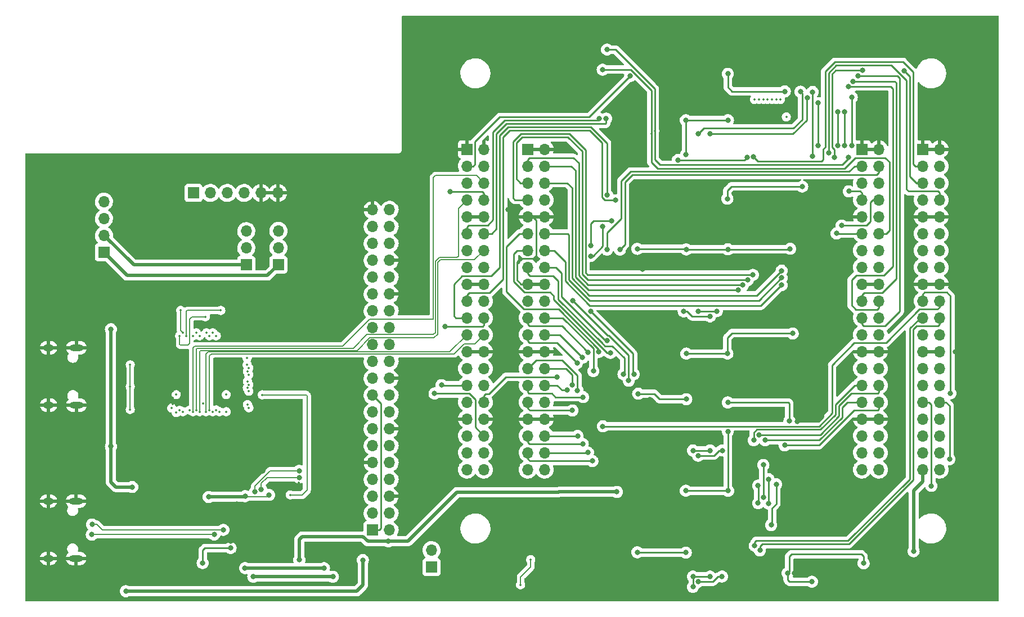
<source format=gbl>
G04 #@! TF.GenerationSoftware,KiCad,Pcbnew,(6.0.7)*
G04 #@! TF.CreationDate,2023-08-05T00:10:50+07:00*
G04 #@! TF.ProjectId,ECELab_v1,4543454c-6162-45f7-9631-2e6b69636164,rev?*
G04 #@! TF.SameCoordinates,Original*
G04 #@! TF.FileFunction,Copper,L4,Bot*
G04 #@! TF.FilePolarity,Positive*
%FSLAX46Y46*%
G04 Gerber Fmt 4.6, Leading zero omitted, Abs format (unit mm)*
G04 Created by KiCad (PCBNEW (6.0.7)) date 2023-08-05 00:10:50*
%MOMM*%
%LPD*%
G01*
G04 APERTURE LIST*
G04 #@! TA.AperFunction,ComponentPad*
%ADD10R,1.700000X1.700000*%
G04 #@! TD*
G04 #@! TA.AperFunction,ComponentPad*
%ADD11O,1.700000X1.700000*%
G04 #@! TD*
G04 #@! TA.AperFunction,ComponentPad*
%ADD12O,1.600000X1.000000*%
G04 #@! TD*
G04 #@! TA.AperFunction,ComponentPad*
%ADD13O,2.100000X1.000000*%
G04 #@! TD*
G04 #@! TA.AperFunction,ViaPad*
%ADD14C,0.800000*%
G04 #@! TD*
G04 #@! TA.AperFunction,ViaPad*
%ADD15C,0.350000*%
G04 #@! TD*
G04 #@! TA.AperFunction,Conductor*
%ADD16C,0.250000*%
G04 #@! TD*
G04 #@! TA.AperFunction,Conductor*
%ADD17C,0.127000*%
G04 #@! TD*
G04 #@! TA.AperFunction,Conductor*
%ADD18C,0.508000*%
G04 #@! TD*
G04 #@! TA.AperFunction,Conductor*
%ADD19C,0.254000*%
G04 #@! TD*
G04 #@! TA.AperFunction,Conductor*
%ADD20C,0.190500*%
G04 #@! TD*
G04 APERTURE END LIST*
D10*
X156732400Y-140860800D03*
D11*
X159272400Y-140860800D03*
X156732400Y-138320800D03*
X159272400Y-138320800D03*
X156732400Y-135780800D03*
X159272400Y-135780800D03*
X156732400Y-133240800D03*
X159272400Y-133240800D03*
X156732400Y-130700800D03*
X159272400Y-130700800D03*
X156732400Y-128160800D03*
X159272400Y-128160800D03*
X156732400Y-125620800D03*
X159272400Y-125620800D03*
X156732400Y-123080800D03*
X159272400Y-123080800D03*
X156732400Y-120540800D03*
X159272400Y-120540800D03*
X156732400Y-118000800D03*
X159272400Y-118000800D03*
X156732400Y-115460800D03*
X159272400Y-115460800D03*
X156732400Y-112920800D03*
X159272400Y-112920800D03*
X156732400Y-110380800D03*
X159272400Y-110380800D03*
X156732400Y-107840800D03*
X159272400Y-107840800D03*
X156732400Y-105300800D03*
X159272400Y-105300800D03*
X156732400Y-102760800D03*
X159272400Y-102760800D03*
X156732400Y-100220800D03*
X159272400Y-100220800D03*
X156732400Y-97680800D03*
X159272400Y-97680800D03*
X156732400Y-95140800D03*
X159272400Y-95140800D03*
X156732400Y-92600800D03*
X159272400Y-92600800D03*
D10*
X239497000Y-83477000D03*
D11*
X242037000Y-83477000D03*
X239497000Y-86017000D03*
X242037000Y-86017000D03*
X239497000Y-88557000D03*
X242037000Y-88557000D03*
X239497000Y-91097000D03*
X242037000Y-91097000D03*
X239497000Y-93637000D03*
X242037000Y-93637000D03*
X239497000Y-96177000D03*
X242037000Y-96177000D03*
X239497000Y-98717000D03*
X242037000Y-98717000D03*
X239497000Y-101257000D03*
X242037000Y-101257000D03*
X239497000Y-103797000D03*
X242037000Y-103797000D03*
X239497000Y-106337000D03*
X242037000Y-106337000D03*
X239497000Y-108877000D03*
X242037000Y-108877000D03*
X239497000Y-111417000D03*
X242037000Y-111417000D03*
X239497000Y-113957000D03*
X242037000Y-113957000D03*
X239497000Y-116497000D03*
X242037000Y-116497000D03*
X239497000Y-119037000D03*
X242037000Y-119037000D03*
X239497000Y-121577000D03*
X242037000Y-121577000D03*
X239497000Y-124117000D03*
X242037000Y-124117000D03*
X239497000Y-126657000D03*
X242037000Y-126657000D03*
X239497000Y-129197000D03*
X242037000Y-129197000D03*
X239497000Y-131737000D03*
X242037000Y-131737000D03*
D10*
X230353000Y-83477000D03*
D11*
X232893000Y-83477000D03*
X230353000Y-86017000D03*
X232893000Y-86017000D03*
X230353000Y-88557000D03*
X232893000Y-88557000D03*
X230353000Y-91097000D03*
X232893000Y-91097000D03*
X230353000Y-93637000D03*
X232893000Y-93637000D03*
X230353000Y-96177000D03*
X232893000Y-96177000D03*
X230353000Y-98717000D03*
X232893000Y-98717000D03*
X230353000Y-101257000D03*
X232893000Y-101257000D03*
X230353000Y-103797000D03*
X232893000Y-103797000D03*
X230353000Y-106337000D03*
X232893000Y-106337000D03*
X230353000Y-108877000D03*
X232893000Y-108877000D03*
X230353000Y-111417000D03*
X232893000Y-111417000D03*
X230353000Y-113957000D03*
X232893000Y-113957000D03*
X230353000Y-116497000D03*
X232893000Y-116497000D03*
X230353000Y-119037000D03*
X232893000Y-119037000D03*
X230353000Y-121577000D03*
X232893000Y-121577000D03*
X230353000Y-124117000D03*
X232893000Y-124117000D03*
X230353000Y-126657000D03*
X232893000Y-126657000D03*
X230353000Y-129197000D03*
X232893000Y-129197000D03*
X230353000Y-131737000D03*
X232893000Y-131737000D03*
D10*
X180061000Y-83477000D03*
D11*
X182601000Y-83477000D03*
X180061000Y-86017000D03*
X182601000Y-86017000D03*
X180061000Y-88557000D03*
X182601000Y-88557000D03*
X180061000Y-91097000D03*
X182601000Y-91097000D03*
X180061000Y-93637000D03*
X182601000Y-93637000D03*
X180061000Y-96177000D03*
X182601000Y-96177000D03*
X180061000Y-98717000D03*
X182601000Y-98717000D03*
X180061000Y-101257000D03*
X182601000Y-101257000D03*
X180061000Y-103797000D03*
X182601000Y-103797000D03*
X180061000Y-106337000D03*
X182601000Y-106337000D03*
X180061000Y-108877000D03*
X182601000Y-108877000D03*
X180061000Y-111417000D03*
X182601000Y-111417000D03*
X180061000Y-113957000D03*
X182601000Y-113957000D03*
X180061000Y-116497000D03*
X182601000Y-116497000D03*
X180061000Y-119037000D03*
X182601000Y-119037000D03*
X180061000Y-121577000D03*
X182601000Y-121577000D03*
X180061000Y-124117000D03*
X182601000Y-124117000D03*
X180061000Y-126657000D03*
X182601000Y-126657000D03*
X180061000Y-129197000D03*
X182601000Y-129197000D03*
X180061000Y-131737000D03*
X182601000Y-131737000D03*
D10*
X170917000Y-83477000D03*
D11*
X173457000Y-83477000D03*
X170917000Y-86017000D03*
X173457000Y-86017000D03*
X170917000Y-88557000D03*
X173457000Y-88557000D03*
X170917000Y-91097000D03*
X173457000Y-91097000D03*
X170917000Y-93637000D03*
X173457000Y-93637000D03*
X170917000Y-96177000D03*
X173457000Y-96177000D03*
X170917000Y-98717000D03*
X173457000Y-98717000D03*
X170917000Y-101257000D03*
X173457000Y-101257000D03*
X170917000Y-103797000D03*
X173457000Y-103797000D03*
X170917000Y-106337000D03*
X173457000Y-106337000D03*
X170917000Y-108877000D03*
X173457000Y-108877000D03*
X170917000Y-111417000D03*
X173457000Y-111417000D03*
X170917000Y-113957000D03*
X173457000Y-113957000D03*
X170917000Y-116497000D03*
X173457000Y-116497000D03*
X170917000Y-119037000D03*
X173457000Y-119037000D03*
X170917000Y-121577000D03*
X173457000Y-121577000D03*
X170917000Y-124117000D03*
X173457000Y-124117000D03*
X170917000Y-126657000D03*
X173457000Y-126657000D03*
X170917000Y-129197000D03*
X173457000Y-129197000D03*
X170917000Y-131737000D03*
X173457000Y-131737000D03*
D10*
X129768600Y-90059400D03*
D11*
X132308600Y-90059400D03*
X134848600Y-90059400D03*
X137388600Y-90059400D03*
X139928600Y-90059400D03*
X142468600Y-90059400D03*
D10*
X165582600Y-146431000D03*
D11*
X165582600Y-143891000D03*
D12*
X107966800Y-113383600D03*
D13*
X112146800Y-113383600D03*
X112146800Y-122023600D03*
D12*
X107966800Y-122023600D03*
D10*
X142544800Y-100863400D03*
D11*
X142544800Y-98323400D03*
X142544800Y-95783400D03*
D12*
X107931000Y-145118800D03*
X107931000Y-136478800D03*
D13*
X112111000Y-136478800D03*
X112111000Y-145118800D03*
D10*
X116281200Y-99009200D03*
D11*
X116281200Y-96469200D03*
X116281200Y-93929200D03*
X116281200Y-91389200D03*
D10*
X137705800Y-100888400D03*
D11*
X137705800Y-98348400D03*
X137705800Y-95808400D03*
D14*
X131140200Y-145821400D03*
X117348000Y-128244600D03*
X238125000Y-144043400D03*
X150749000Y-147878800D03*
D15*
X114376200Y-114427000D03*
X114706400Y-120954800D03*
X140106400Y-121412000D03*
X120243600Y-122682000D03*
X133680200Y-115443000D03*
X126796800Y-107746800D03*
X127838200Y-107746800D03*
X128193800Y-111125000D03*
D14*
X221374200Y-89090000D03*
X199231500Y-68021200D03*
X197281500Y-75057000D03*
X221938500Y-90347800D03*
X222825000Y-148625000D03*
X221288500Y-135991600D03*
X221288500Y-113233200D03*
D15*
X133959600Y-108712000D03*
D14*
X149402800Y-146583400D03*
D15*
X180517800Y-145288000D03*
X178993800Y-149098000D03*
D14*
X155244800Y-145364200D03*
X120548400Y-134366000D03*
X117348000Y-110591600D03*
D15*
X140106400Y-120472200D03*
X145567400Y-133756400D03*
X144322800Y-135559800D03*
X134696200Y-120446800D03*
X127177800Y-120446800D03*
X120243600Y-119227600D03*
X120243600Y-115951000D03*
X131191000Y-121818400D03*
X126136400Y-111150400D03*
X126619000Y-116941600D03*
X126644400Y-119938800D03*
X124155200Y-124358400D03*
X126663600Y-121894600D03*
X126644400Y-120929400D03*
X123799600Y-114935000D03*
X127685800Y-111582200D03*
X131572000Y-108712000D03*
X128676400Y-111582200D03*
X133873200Y-107762000D03*
X214198200Y-75971400D03*
X129692400Y-111582200D03*
X214858600Y-75971400D03*
X130200400Y-111125000D03*
X215519000Y-75971400D03*
X130683000Y-111582200D03*
X216154000Y-75971400D03*
X131699000Y-111125000D03*
X126492000Y-122453400D03*
X216814400Y-75971400D03*
X132181600Y-111582200D03*
X217449400Y-75971400D03*
X132689600Y-111125000D03*
X218109800Y-75971400D03*
X133197600Y-111582200D03*
X127177841Y-123139200D03*
X127683600Y-122808120D03*
X128193800Y-123012200D03*
X129184400Y-122783600D03*
X129690269Y-123013215D03*
X130186394Y-122776966D03*
X130683000Y-123012200D03*
X131673600Y-123012200D03*
X132181600Y-122758200D03*
X132689600Y-123012200D03*
X133193936Y-122756271D03*
X133680200Y-123012200D03*
X134696200Y-123012200D03*
X198673500Y-81178400D03*
X199175000Y-80684000D03*
X218975000Y-78600000D03*
X138106434Y-122442006D03*
X137871200Y-121945400D03*
X138100815Y-119940931D03*
X137864566Y-119444806D03*
X138099800Y-118948200D03*
X137871200Y-118440200D03*
X138099800Y-117449600D03*
X137871200Y-116941600D03*
X138101729Y-116437264D03*
X137845800Y-115951000D03*
X138912600Y-115443000D03*
X137845800Y-114935000D03*
D14*
X198025000Y-143075000D03*
X176530000Y-132080000D03*
X136311400Y-136918200D03*
X221175000Y-98591498D03*
X236220000Y-127000000D03*
X220230990Y-147314982D03*
X135347047Y-142551047D03*
X129251400Y-144253200D03*
X129251400Y-139173200D03*
X212950000Y-70100000D03*
X220600000Y-124454502D03*
X197333500Y-101577367D03*
X133451600Y-134264400D03*
X227330000Y-127000000D03*
X224500000Y-122150000D03*
X144161400Y-137118200D03*
X134483800Y-145142200D03*
X140160163Y-131969437D03*
X197025000Y-118775000D03*
X153390600Y-144221200D03*
X220068346Y-75663010D03*
X236220000Y-132080000D03*
X244440700Y-113995200D03*
X177130500Y-92608400D03*
X136286400Y-144718200D03*
X198450000Y-121175000D03*
X119583200Y-150063200D03*
X203850000Y-134914400D03*
X219545500Y-98475000D03*
X145694400Y-145338800D03*
X196551012Y-98477571D03*
X141128354Y-135558773D03*
X203860400Y-79095600D03*
X230606600Y-145846800D03*
X193471800Y-135102600D03*
X137536400Y-135743200D03*
X210108800Y-114249200D03*
X210185000Y-79095600D03*
X218744800Y-74751500D03*
X135347495Y-143550549D03*
X210168062Y-125992100D03*
X210175000Y-72110600D03*
X196555089Y-144203422D03*
X203925000Y-98563600D03*
X219938600Y-111226600D03*
X219177808Y-147340933D03*
X210100000Y-90932000D03*
X203860400Y-84309500D03*
X219443000Y-124425590D03*
X196683500Y-120300000D03*
X132045400Y-135871200D03*
X159080200Y-142544800D03*
X210210400Y-134924800D03*
X203925000Y-121125000D03*
X210170000Y-98550000D03*
X210170000Y-121625600D03*
X203850000Y-144257000D03*
X203925000Y-114263000D03*
X114468600Y-141535400D03*
X132883600Y-141510000D03*
X134259237Y-140815250D03*
X114494000Y-140011400D03*
X191363600Y-125225000D03*
X188386635Y-120827800D03*
X187553600Y-119791608D03*
X186754908Y-119013108D03*
X187477192Y-115696792D03*
X188315600Y-114858800D03*
X189162700Y-114046000D03*
X189941200Y-116890800D03*
X196033500Y-117374947D03*
X189509330Y-107864964D03*
X186839208Y-106302192D03*
X195254183Y-118334217D03*
X194471300Y-117362742D03*
X191995627Y-112333167D03*
X192506600Y-114147600D03*
X190748128Y-114001072D03*
X213938803Y-102394500D03*
X213192931Y-103169000D03*
X212445025Y-103944000D03*
X211696023Y-104705500D03*
X218267726Y-103937056D03*
X218259294Y-102842400D03*
X218266197Y-101773803D03*
X213055200Y-84658200D03*
X202675000Y-85079000D03*
X195490790Y-72436638D03*
X168385500Y-89865200D03*
X137515600Y-146583400D03*
X209296000Y-147853400D03*
X205714600Y-148631471D03*
X208508600Y-107857300D03*
X205714600Y-107873800D03*
X209389562Y-128854700D03*
X221107000Y-74805500D03*
X205689200Y-81178400D03*
X205714600Y-129641600D03*
X138760200Y-147878800D03*
X204927200Y-149410400D03*
X222143500Y-75692000D03*
X207467200Y-81178400D03*
X204936100Y-128863100D03*
X207492600Y-147853400D03*
X207492600Y-108661200D03*
X207492600Y-128863100D03*
X203530200Y-107899200D03*
X204936100Y-147853400D03*
X139972658Y-134727322D03*
X145669249Y-132931628D03*
X139031374Y-135063462D03*
X145650717Y-131932297D03*
X186009969Y-119786400D03*
X186788469Y-122834400D03*
X187566969Y-126669800D03*
X188345469Y-127889000D03*
X189123969Y-129184400D03*
X189794164Y-130454400D03*
X228371400Y-89814400D03*
X227306397Y-94972397D03*
X226527897Y-96164400D03*
X191997569Y-98599328D03*
X193937396Y-98591498D03*
X184457288Y-117788907D03*
X193300000Y-91150000D03*
X189556603Y-97989603D03*
X192656336Y-94292568D03*
X192000000Y-90369500D03*
X191350000Y-95073068D03*
X189541462Y-99555500D03*
X190820997Y-78854500D03*
X191874500Y-78854500D03*
X225327776Y-84059205D03*
X230436165Y-71610262D03*
X236702600Y-71625000D03*
X226186500Y-84669500D03*
X227775000Y-77819500D03*
X227771571Y-82949012D03*
X228825000Y-82936500D03*
X228825000Y-75650000D03*
X222925000Y-74850000D03*
X222925000Y-84511500D03*
X226718143Y-82936500D03*
X226721720Y-77797880D03*
X223763500Y-76525000D03*
X223750000Y-82936500D03*
X214054356Y-84631906D03*
X214213817Y-143207906D03*
X214993500Y-143916400D03*
X243662200Y-120243600D03*
X240792000Y-134188200D03*
X217449400Y-133950700D03*
X216695661Y-140092612D03*
X216297501Y-133172200D03*
X216293500Y-136829800D03*
X215519000Y-131038600D03*
X215519000Y-135940800D03*
X214731600Y-134154300D03*
X214736500Y-136779000D03*
X243535200Y-130175000D03*
X214071200Y-127304800D03*
X214858600Y-126492000D03*
X215798400Y-127304800D03*
X218719400Y-128083300D03*
X167589200Y-110159800D03*
X167081200Y-119024400D03*
X166039800Y-120269000D03*
X228360603Y-84660603D03*
X192000000Y-68450000D03*
X191336603Y-71486603D03*
X229800000Y-72450000D03*
X228998028Y-73230500D03*
X228307260Y-74025928D03*
D16*
X131140200Y-143891000D02*
X131140200Y-145821400D01*
X131480651Y-143550549D02*
X131140200Y-143891000D01*
X135347495Y-143550549D02*
X131480651Y-143550549D01*
D17*
X168986200Y-114300000D02*
X132461000Y-114300000D01*
X132181600Y-114579400D02*
X132181600Y-122758200D01*
X170484800Y-112801400D02*
X168986200Y-114300000D01*
X173457000Y-111417000D02*
X172072600Y-112801400D01*
X172072600Y-112801400D02*
X170484800Y-112801400D01*
X132461000Y-114300000D02*
X132181600Y-114579400D01*
X154515649Y-114008300D02*
X132016100Y-114008300D01*
X154528749Y-113995200D02*
X154515649Y-114008300D01*
X132016100Y-114008300D02*
X131673600Y-114350800D01*
X168338800Y-113995200D02*
X154528749Y-113995200D01*
X170917000Y-111417000D02*
X168338800Y-113995200D01*
X131673600Y-114350800D02*
X131673600Y-123012200D01*
X165960548Y-111895300D02*
X156307623Y-111895300D01*
X156307623Y-111895300D02*
X154421623Y-113781300D01*
X169621200Y-99618800D02*
X169621200Y-92392800D01*
X169440200Y-99799800D02*
X169621200Y-99618800D01*
X166793352Y-99799800D02*
X169440200Y-99799800D01*
X166192200Y-111074200D02*
X166192200Y-100400952D01*
X166192200Y-100400952D02*
X166793352Y-99799800D01*
X165862000Y-111404400D02*
X166192200Y-111074200D01*
X155854400Y-111404400D02*
X165862000Y-111404400D01*
X130309500Y-113454300D02*
X153804500Y-113454300D01*
X153804500Y-113454300D02*
X155854400Y-111404400D01*
X130186394Y-113577406D02*
X130309500Y-113454300D01*
X169621200Y-92392800D02*
X170917000Y-91097000D01*
X130186394Y-122776966D02*
X130186394Y-113577406D01*
X172326800Y-87426800D02*
X173457000Y-88557000D01*
X165865200Y-87753800D02*
X166192200Y-87426800D01*
X166192200Y-87426800D02*
X172326800Y-87426800D01*
X156238600Y-109064400D02*
X165865200Y-109064400D01*
X152175700Y-113127300D02*
X156238600Y-109064400D01*
X129690269Y-113387731D02*
X129950700Y-113127300D01*
X165865200Y-109064400D02*
X165865200Y-87753800D01*
X129690269Y-123013215D02*
X129690269Y-113387731D01*
X129950700Y-113127300D02*
X152175700Y-113127300D01*
D18*
X155244800Y-149148800D02*
X155244800Y-145364200D01*
X154330400Y-150063200D02*
X155244800Y-149148800D01*
X119583200Y-150063200D02*
X154330400Y-150063200D01*
X117348000Y-128244600D02*
X117348000Y-133629400D01*
X117348000Y-110591600D02*
X117348000Y-128244600D01*
D17*
X130683000Y-113944400D02*
X130683000Y-123012200D01*
X130846100Y-113781300D02*
X130683000Y-113944400D01*
X154421623Y-113781300D02*
X130846100Y-113781300D01*
X166519200Y-111336648D02*
X165960548Y-111895300D01*
X172047200Y-100126800D02*
X166928800Y-100126800D01*
X166928800Y-100126800D02*
X166519200Y-100536400D01*
X166519200Y-100536400D02*
X166519200Y-111336648D01*
X173457000Y-98717000D02*
X172047200Y-100126800D01*
D18*
X238125000Y-134924800D02*
X239497000Y-133552800D01*
X238125000Y-144043400D02*
X238125000Y-134924800D01*
X239497000Y-133552800D02*
X239497000Y-131737000D01*
D16*
X242037000Y-109829200D02*
X242037000Y-108877000D01*
X238074200Y-133300596D02*
X238074200Y-110642400D01*
X238074200Y-110642400D02*
X238607600Y-110109000D01*
X238607600Y-110109000D02*
X241757200Y-110109000D01*
X215341200Y-142976600D02*
X228398196Y-142976600D01*
X228398196Y-142976600D02*
X238074200Y-133300596D01*
X214993500Y-143324300D02*
X215341200Y-142976600D01*
X214993500Y-143916400D02*
X214993500Y-143324300D01*
X241757200Y-110109000D02*
X242037000Y-109829200D01*
X237570200Y-110433636D02*
X239126836Y-108877000D01*
X228265800Y-142472600D02*
X237570200Y-133168200D01*
X237570200Y-133168200D02*
X237570200Y-110433636D01*
X214448200Y-142472600D02*
X228265800Y-142472600D01*
X239126836Y-108877000D02*
X239497000Y-108877000D01*
X214213817Y-142706983D02*
X214448200Y-142472600D01*
X214213817Y-143207906D02*
X214213817Y-142706983D01*
D19*
X178982000Y-88557000D02*
X180061000Y-88557000D01*
X178375000Y-87950000D02*
X178982000Y-88557000D01*
X179197000Y-81661000D02*
X178375000Y-82483000D01*
X178375000Y-82483000D02*
X178375000Y-87950000D01*
X188239400Y-102293020D02*
X188239400Y-83789400D01*
X189109880Y-103163500D02*
X188239400Y-102293020D01*
X188239400Y-83789400D02*
X186111000Y-81661000D01*
X213192931Y-103169000D02*
X213187431Y-103163500D01*
X213187431Y-103163500D02*
X189109880Y-103163500D01*
X186111000Y-81661000D02*
X179197000Y-81661000D01*
X178142800Y-91097000D02*
X180061000Y-91097000D01*
X177867000Y-90821200D02*
X178142800Y-91097000D01*
X186321420Y-81153000D02*
X179019200Y-81153000D01*
X188747400Y-102082600D02*
X188747400Y-83578980D01*
X188747400Y-83578980D02*
X186321420Y-81153000D01*
X189053300Y-102388500D02*
X188747400Y-102082600D01*
X179019200Y-81153000D02*
X177867000Y-82305200D01*
X213938803Y-102394500D02*
X213932803Y-102388500D01*
X213932803Y-102388500D02*
X189053300Y-102388500D01*
X177867000Y-82305200D02*
X177867000Y-90821200D01*
X170917000Y-105458000D02*
X170917000Y-106337000D01*
X171275000Y-105100000D02*
X170917000Y-105458000D01*
X174350800Y-105100000D02*
X171275000Y-105100000D01*
X189376580Y-80645000D02*
X177368200Y-80645000D01*
X176350000Y-81663200D02*
X176350000Y-103100800D01*
X176350000Y-103100800D02*
X174350800Y-105100000D01*
X191200000Y-82468420D02*
X189376580Y-80645000D01*
X191200000Y-90675000D02*
X191200000Y-82468420D01*
X177368200Y-80645000D02*
X176350000Y-81663200D01*
X193300000Y-91150000D02*
X191675000Y-91150000D01*
X191675000Y-91150000D02*
X191200000Y-90675000D01*
X169202000Y-108877000D02*
X170917000Y-108877000D01*
X168935400Y-108610400D02*
X169202000Y-108877000D01*
X168935400Y-103809800D02*
X168935400Y-108610400D01*
X170195200Y-102550000D02*
X168935400Y-103809800D01*
X175840999Y-101284001D02*
X174575000Y-102550000D01*
X189587000Y-80137000D02*
X177088800Y-80137000D01*
X175840999Y-81384801D02*
X175840999Y-101284001D01*
X192000000Y-82550000D02*
X189587000Y-80137000D01*
X177088800Y-80137000D02*
X175840999Y-81384801D01*
X174575000Y-102550000D02*
X170195200Y-102550000D01*
X192000000Y-90369500D02*
X192000000Y-82550000D01*
X170917000Y-95158000D02*
X170917000Y-96177000D01*
X174025000Y-94925000D02*
X171150000Y-94925000D01*
X174825000Y-94125000D02*
X174025000Y-94925000D01*
X176631600Y-79121000D02*
X174825000Y-80927600D01*
X174825000Y-80927600D02*
X174825000Y-94125000D01*
X190554497Y-79121000D02*
X176631600Y-79121000D01*
X190820997Y-78854500D02*
X190554497Y-79121000D01*
X171150000Y-94925000D02*
X170917000Y-95158000D01*
X174612400Y-96177000D02*
X173457000Y-96177000D01*
X176860200Y-79629000D02*
X175333000Y-81156200D01*
X175333000Y-81156200D02*
X175333000Y-95456400D01*
X175333000Y-95456400D02*
X174612400Y-96177000D01*
X190490996Y-79629000D02*
X176860200Y-79629000D01*
X190497496Y-79635500D02*
X190490996Y-79629000D01*
X191874500Y-79543920D02*
X191782920Y-79635500D01*
X191782920Y-79635500D02*
X190497496Y-79635500D01*
X191874500Y-78854500D02*
X191874500Y-79543920D01*
X172148000Y-82324000D02*
X172148000Y-85727000D01*
X175859000Y-78613000D02*
X172148000Y-82324000D01*
X171858000Y-86017000D02*
X170917000Y-86017000D01*
X189314428Y-78613000D02*
X175859000Y-78613000D01*
X172148000Y-85727000D02*
X171858000Y-86017000D01*
X195490790Y-72436638D02*
X189314428Y-78613000D01*
D20*
X140886400Y-132918200D02*
X139972658Y-133831942D01*
X145655821Y-132918200D02*
X140886400Y-132918200D01*
X145669249Y-132931628D02*
X145655821Y-132918200D01*
X139972658Y-133831942D02*
X139972658Y-134727322D01*
D18*
X138760200Y-147878800D02*
X150749000Y-147878800D01*
D17*
X120243600Y-122682000D02*
X120243600Y-119227600D01*
X127838200Y-110769400D02*
X128193800Y-111125000D01*
X127838200Y-107746800D02*
X127838200Y-110769400D01*
D19*
X233998000Y-96177000D02*
X232893000Y-96177000D01*
X234500999Y-95674001D02*
X233998000Y-96177000D01*
X234500999Y-85400999D02*
X234500999Y-95674001D01*
X198667000Y-85417000D02*
X199610000Y-86360000D01*
X198667000Y-81184900D02*
X198667000Y-85417000D01*
X199610000Y-86360000D02*
X227765000Y-86360000D01*
X229375000Y-84750000D02*
X233850000Y-84750000D01*
X198673500Y-81178400D02*
X198667000Y-81184900D01*
X233850000Y-84750000D02*
X234500999Y-85400999D01*
X227765000Y-86360000D02*
X229375000Y-84750000D01*
X228439380Y-86817200D02*
X229239580Y-86017000D01*
X195557800Y-86817200D02*
X228439380Y-86817200D01*
X229239580Y-86017000D02*
X230353000Y-86017000D01*
X194125000Y-88250000D02*
X195557800Y-86817200D01*
X191997569Y-96055836D02*
X194125000Y-93928405D01*
X194125000Y-93928405D02*
X194125000Y-88250000D01*
X191997569Y-98599328D02*
X191997569Y-96055836D01*
X232587800Y-87325200D02*
X232893000Y-87020000D01*
X194700000Y-88400000D02*
X195774800Y-87325200D01*
X195774800Y-87325200D02*
X232587800Y-87325200D01*
X194700000Y-97828894D02*
X194700000Y-88400000D01*
X232893000Y-87020000D02*
X232893000Y-86017000D01*
X193937396Y-98591498D02*
X194700000Y-97828894D01*
X199956000Y-85806000D02*
X199175000Y-85025000D01*
X202980934Y-85801200D02*
X202976134Y-85806000D01*
X202976134Y-85806000D02*
X199956000Y-85806000D01*
X227423800Y-85801200D02*
X202980934Y-85801200D01*
X228360603Y-84864397D02*
X227423800Y-85801200D01*
X228360603Y-84660603D02*
X228360603Y-84864397D01*
X199175000Y-85025000D02*
X199175000Y-80684000D01*
X238367000Y-86017000D02*
X239497000Y-86017000D01*
X238094500Y-85744500D02*
X238367000Y-86017000D01*
X238094500Y-71851500D02*
X238094500Y-85744500D01*
X236560000Y-70317000D02*
X238094500Y-71851500D01*
X226271159Y-70317001D02*
X236560000Y-70317000D01*
X224817000Y-83133000D02*
X224817001Y-71771159D01*
X224546776Y-85028224D02*
X224546776Y-83403224D01*
X224546776Y-83403224D02*
X224817000Y-83133000D01*
X214714950Y-85292500D02*
X224282500Y-85292500D01*
X224282500Y-85292500D02*
X224546776Y-85028224D01*
X214054356Y-84631906D02*
X214714950Y-85292500D01*
X224817001Y-71771159D02*
X226271159Y-70317001D01*
X212623400Y-85090000D02*
X202686000Y-85090000D01*
X202686000Y-85090000D02*
X202675000Y-85079000D01*
X213055200Y-84658200D02*
X212623400Y-85090000D01*
X210680800Y-89090000D02*
X210100000Y-89670800D01*
X210100000Y-89670800D02*
X210100000Y-90932000D01*
X221374200Y-89090000D02*
X210680800Y-89090000D01*
D18*
X119786400Y-102514400D02*
X140893800Y-102514400D01*
X116281200Y-99009200D02*
X119786400Y-102514400D01*
X140893800Y-102514400D02*
X142544800Y-100863400D01*
X116349200Y-96469200D02*
X120768400Y-100888400D01*
X120768400Y-100888400D02*
X137705800Y-100888400D01*
X116281200Y-96469200D02*
X116349200Y-96469200D01*
X137515600Y-146583400D02*
X149402800Y-146583400D01*
X155244800Y-141808200D02*
X155981400Y-142544800D01*
X146151600Y-141808200D02*
X155244800Y-141808200D01*
X145685200Y-142274600D02*
X146151600Y-141808200D01*
X155981400Y-142544800D02*
X159080200Y-142544800D01*
X145694400Y-145338800D02*
X145685200Y-145329600D01*
X145685200Y-145329600D02*
X145685200Y-142274600D01*
D17*
X180517800Y-146405600D02*
X180517800Y-145288000D01*
X178993800Y-147929600D02*
X180517800Y-146405600D01*
X178993800Y-149098000D02*
X178993800Y-147929600D01*
D18*
X118084600Y-134366000D02*
X120548400Y-134366000D01*
X117348000Y-133629400D02*
X118084600Y-134366000D01*
D20*
X146710400Y-120472200D02*
X140106400Y-120472200D01*
X146837400Y-120599200D02*
X146710400Y-120472200D01*
X146126200Y-135559800D02*
X146837400Y-134848600D01*
X146837400Y-134848600D02*
X146837400Y-120599200D01*
X144322800Y-135559800D02*
X146126200Y-135559800D01*
D17*
X120243600Y-115951000D02*
X120243600Y-119227600D01*
X127685800Y-112877600D02*
X127685800Y-111582200D01*
X129184400Y-112750600D02*
X128930400Y-113004600D01*
X129184400Y-109067600D02*
X129184400Y-112750600D01*
X128930400Y-113004600D02*
X127812800Y-113004600D01*
X127812800Y-113004600D02*
X127685800Y-112877600D01*
X131572000Y-108712000D02*
X129540000Y-108712000D01*
X129540000Y-108712000D02*
X129184400Y-109067600D01*
X128676400Y-107924600D02*
X128676400Y-111582200D01*
X128839000Y-107762000D02*
X128676400Y-107924600D01*
X133873200Y-107762000D02*
X128839000Y-107762000D01*
D19*
X203860400Y-79095600D02*
X210185000Y-79095600D01*
X203860400Y-79095600D02*
X203860400Y-84309500D01*
X195568183Y-71486603D02*
X191336603Y-71486603D01*
X198261000Y-74179420D02*
X195568183Y-71486603D01*
X198261000Y-74183921D02*
X198261000Y-74179420D01*
X198667000Y-81171900D02*
X198667000Y-74589921D01*
X198667000Y-74589921D02*
X198261000Y-74183921D01*
X198673500Y-81178400D02*
X198667000Y-81171900D01*
X210793900Y-74751500D02*
X218744800Y-74751500D01*
X210175000Y-74132600D02*
X210793900Y-74751500D01*
X210175000Y-72110600D02*
X210175000Y-74132600D01*
X172150000Y-125350000D02*
X173457000Y-126657000D01*
X171273530Y-120269000D02*
X172150000Y-121145470D01*
X166039800Y-120269000D02*
X171273530Y-120269000D01*
X172150000Y-121145470D02*
X172150000Y-125350000D01*
X199175000Y-80684000D02*
X199175000Y-74379501D01*
D18*
X169418000Y-135128000D02*
X184708800Y-135128000D01*
X162001200Y-142544800D02*
X169418000Y-135128000D01*
X159080200Y-142544800D02*
X162001200Y-142544800D01*
D16*
X178460400Y-103174800D02*
X178460400Y-100431600D01*
X181356000Y-99669600D02*
X181356000Y-94157800D01*
X181076600Y-99949000D02*
X181356000Y-99669600D01*
D19*
X224500000Y-123775000D02*
X224500000Y-122150000D01*
D16*
X177130500Y-92608400D02*
X177469800Y-92608400D01*
D19*
X220604502Y-124450000D02*
X223825000Y-124450000D01*
D16*
X180061000Y-103797000D02*
X179082600Y-103797000D01*
X180835200Y-93637000D02*
X180061000Y-93637000D01*
X181356000Y-94157800D02*
X180835200Y-93637000D01*
X178498400Y-93637000D02*
X180061000Y-93637000D01*
X178943000Y-99949000D02*
X181076600Y-99949000D01*
X178460400Y-100431600D02*
X178943000Y-99949000D01*
D19*
X223825000Y-124450000D02*
X224500000Y-123775000D01*
D16*
X179082600Y-103797000D02*
X178460400Y-103174800D01*
D19*
X220600000Y-124454502D02*
X220604502Y-124450000D01*
D16*
X177469800Y-92608400D02*
X178498400Y-93637000D01*
D18*
X132070800Y-135845800D02*
X137433800Y-135845800D01*
X137433800Y-135845800D02*
X137536400Y-135743200D01*
D20*
X140866385Y-135820742D02*
X137613942Y-135820742D01*
D19*
X196683500Y-120300000D02*
X199075000Y-120300000D01*
X219545500Y-98475000D02*
X219470500Y-98550000D01*
X196551012Y-98477571D02*
X203838971Y-98477571D01*
D16*
X219887800Y-111175800D02*
X210769200Y-111175800D01*
D19*
X230275000Y-144500000D02*
X230606600Y-144831600D01*
X219750000Y-144500000D02*
X230275000Y-144500000D01*
D16*
X210168062Y-125992100D02*
X210168062Y-134882462D01*
X203938800Y-114249200D02*
X203925000Y-114263000D01*
X219400000Y-144850000D02*
X219400000Y-147118741D01*
D18*
X184734200Y-135102600D02*
X193471800Y-135102600D01*
D19*
X203938600Y-98550000D02*
X203925000Y-98563600D01*
D16*
X219700000Y-144550000D02*
X219400000Y-144850000D01*
X219425000Y-124407590D02*
X219425000Y-121775000D01*
D19*
X199900000Y-121125000D02*
X203925000Y-121125000D01*
D16*
X219938600Y-111226600D02*
X219887800Y-111175800D01*
X210769200Y-111175800D02*
X210108800Y-111836200D01*
X219425000Y-121775000D02*
X219275000Y-121625000D01*
X210210400Y-134924800D02*
X203860400Y-134924800D01*
D20*
X141128354Y-135558773D02*
X140866385Y-135820742D01*
D18*
X132045400Y-135871200D02*
X132070800Y-135845800D01*
D16*
X219443000Y-124425590D02*
X219425000Y-124407590D01*
X210108800Y-114249200D02*
X203938800Y-114249200D01*
D19*
X199075000Y-120300000D02*
X199900000Y-121125000D01*
D16*
X196608667Y-144257000D02*
X203850000Y-144257000D01*
D19*
X203838971Y-98477571D02*
X203925000Y-98563600D01*
X219177808Y-148377808D02*
X219177808Y-147340933D01*
D16*
X196555089Y-144203422D02*
X196608667Y-144257000D01*
X203860400Y-134924800D02*
X203850000Y-134914400D01*
X210168062Y-134882462D02*
X210210400Y-134924800D01*
D19*
X222825000Y-148625000D02*
X219425000Y-148625000D01*
X219700000Y-144550000D02*
X219750000Y-144500000D01*
X230606600Y-144831600D02*
X230606600Y-145846800D01*
D16*
X219400000Y-147118741D02*
X219177808Y-147340933D01*
D20*
X137613942Y-135820742D02*
X137536400Y-135743200D01*
D16*
X210170600Y-121625000D02*
X210170000Y-121625600D01*
X219275000Y-121625000D02*
X210170600Y-121625000D01*
D19*
X210170000Y-98550000D02*
X203938600Y-98550000D01*
X219470500Y-98550000D02*
X210170000Y-98550000D01*
X219425000Y-148625000D02*
X219177808Y-148377808D01*
X184708800Y-135128000D02*
X184734200Y-135102600D01*
D16*
X210108800Y-111836200D02*
X210108800Y-114249200D01*
D20*
X132858200Y-141535400D02*
X114468600Y-141535400D01*
X132883600Y-141510000D02*
X132858200Y-141535400D01*
X134259237Y-140815250D02*
X132595118Y-140815250D01*
X115205200Y-140011400D02*
X114494000Y-140011400D01*
X116018000Y-140824200D02*
X115205200Y-140011400D01*
X132586168Y-140824200D02*
X116018000Y-140824200D01*
X132595118Y-140815250D02*
X132586168Y-140824200D01*
D16*
X241731800Y-107594400D02*
X242037000Y-107289200D01*
X210533073Y-125213600D02*
X210537673Y-125209000D01*
X229209600Y-112649000D02*
X233959400Y-112649000D01*
X242037000Y-107289200D02*
X242037000Y-106337000D01*
X210537673Y-125209000D02*
X223888600Y-125209000D01*
X223888600Y-125209000D02*
X225869200Y-123228400D01*
X191375000Y-125213600D02*
X210533073Y-125213600D01*
X239014000Y-107594400D02*
X241731800Y-107594400D01*
X225869200Y-123228400D02*
X225869200Y-115989400D01*
X225869200Y-115989400D02*
X229209600Y-112649000D01*
X191363600Y-125225000D02*
X191375000Y-125213600D01*
X233959400Y-112649000D02*
X239014000Y-107594400D01*
X184200800Y-120827800D02*
X183667400Y-120294400D01*
X188386635Y-120827800D02*
X184200800Y-120827800D01*
X180061000Y-120091600D02*
X180061000Y-119037000D01*
X180263800Y-120294400D02*
X180061000Y-120091600D01*
X183667400Y-120294400D02*
X180263800Y-120294400D01*
X187553600Y-119791608D02*
X187553600Y-117551200D01*
X185242200Y-115239800D02*
X181318200Y-115239800D01*
X181318200Y-115239800D02*
X180061000Y-116497000D01*
X187553600Y-117551200D02*
X185242200Y-115239800D01*
X186754908Y-117465272D02*
X185786636Y-116497000D01*
X186754908Y-119013108D02*
X186754908Y-117465272D01*
X185786636Y-116497000D02*
X182601000Y-116497000D01*
X187477192Y-115696792D02*
X184454800Y-112674400D01*
X180340000Y-112674400D02*
X180061000Y-112395400D01*
X184454800Y-112674400D02*
X180340000Y-112674400D01*
X180061000Y-112395400D02*
X180061000Y-111417000D01*
X184873800Y-111417000D02*
X182601000Y-111417000D01*
X188315600Y-114858800D02*
X184873800Y-111417000D01*
X180314600Y-110134400D02*
X180061000Y-109880800D01*
X180061000Y-109880800D02*
X180061000Y-108877000D01*
X185251100Y-110134400D02*
X180314600Y-110134400D01*
X189162700Y-114046000D02*
X185251100Y-110134400D01*
X189941200Y-113518705D02*
X185299495Y-108877000D01*
X185299495Y-108877000D02*
X182601000Y-108877000D01*
X189941200Y-116890800D02*
X189941200Y-113518705D01*
X195910200Y-114265834D02*
X195910200Y-117251647D01*
X189509330Y-107864964D02*
X195910200Y-114265834D01*
X195910200Y-117251647D02*
X196033500Y-117374947D01*
X192299400Y-111527400D02*
X195249800Y-114477800D01*
X195249800Y-118329834D02*
X195254183Y-118334217D01*
X186839208Y-106302192D02*
X186845592Y-106302192D01*
X192070800Y-111527400D02*
X192299400Y-111527400D01*
X186845592Y-106302192D02*
X192070800Y-111527400D01*
X195249800Y-114477800D02*
X195249800Y-118329834D01*
X194589400Y-117244642D02*
X194589400Y-114935000D01*
X180061000Y-102235400D02*
X180061000Y-101257000D01*
X191216627Y-112655840D02*
X191216627Y-112654427D01*
X184658000Y-103327200D02*
X183870600Y-102539800D01*
X191216627Y-112654427D02*
X184658000Y-106095800D01*
X184658000Y-106095800D02*
X184658000Y-103327200D01*
X192786000Y-113131600D02*
X191692387Y-113131600D01*
X191692387Y-113131600D02*
X191216627Y-112655840D01*
X180365400Y-102539800D02*
X180061000Y-102235400D01*
X194589400Y-114935000D02*
X192786000Y-113131600D01*
X183870600Y-102539800D02*
X180365400Y-102539800D01*
X194471300Y-117362742D02*
X194589400Y-117244642D01*
X191769216Y-112333167D02*
X185166000Y-105729951D01*
X185166000Y-102108000D02*
X184315000Y-101257000D01*
X191995627Y-112333167D02*
X191769216Y-112333167D01*
X184315000Y-101257000D02*
X182601000Y-101257000D01*
X185166000Y-105729951D02*
X185166000Y-102108000D01*
X183413400Y-105054400D02*
X179578000Y-105054400D01*
X183953254Y-105594254D02*
X183413400Y-105054400D01*
X191995623Y-114147600D02*
X183953254Y-106105231D01*
X183953254Y-106105231D02*
X183953254Y-105594254D01*
X177956400Y-99233800D02*
X178473200Y-98717000D01*
X192506600Y-114147600D02*
X191995623Y-114147600D01*
X178473200Y-98717000D02*
X180061000Y-98717000D01*
X179578000Y-105054400D02*
X177956400Y-103432800D01*
X177956400Y-103432800D02*
X177956400Y-99233800D01*
X176856000Y-98149800D02*
X178828800Y-96177000D01*
X190748128Y-114001072D02*
X190748128Y-113612869D01*
X190748128Y-113612869D02*
X184704259Y-107569000D01*
X176856000Y-104923200D02*
X176856000Y-98149800D01*
X178828800Y-96177000D02*
X180061000Y-96177000D01*
X179501800Y-107569000D02*
X176856000Y-104923200D01*
X184704259Y-107569000D02*
X179501800Y-107569000D01*
D19*
X186933800Y-84775000D02*
X180300000Y-84775000D01*
X189152960Y-103925000D02*
X187731400Y-102503440D01*
X180300000Y-84775000D02*
X180061000Y-85014000D01*
X212445025Y-103944000D02*
X212426025Y-103925000D01*
X212426025Y-103925000D02*
X189152960Y-103925000D01*
X180061000Y-85014000D02*
X180061000Y-86017000D01*
X187731400Y-85572600D02*
X186933800Y-84775000D01*
X187731400Y-102503440D02*
X187731400Y-85572600D01*
X187223400Y-102713860D02*
X187223400Y-86639400D01*
X211690523Y-104700000D02*
X189209540Y-104700000D01*
X187223400Y-86639400D02*
X186601000Y-86017000D01*
X189209540Y-104700000D02*
X187223400Y-102713860D01*
X211696023Y-104705500D02*
X211690523Y-104700000D01*
X186601000Y-86017000D02*
X182601000Y-86017000D01*
X189404280Y-107050000D02*
X185699400Y-103345120D01*
X185699400Y-100406200D02*
X184010200Y-98717000D01*
X218267726Y-103937056D02*
X215154782Y-107050000D01*
X184010200Y-98717000D02*
X182601000Y-98717000D01*
X185699400Y-103345120D02*
X185699400Y-100406200D01*
X215154782Y-107050000D02*
X189404280Y-107050000D01*
X214825987Y-106275000D02*
X189347700Y-106275000D01*
X218258587Y-102842400D02*
X214825987Y-106275000D01*
X186207400Y-103134700D02*
X186207400Y-96342200D01*
X218259294Y-102842400D02*
X218258587Y-102842400D01*
X189347700Y-106275000D02*
X186207400Y-103134700D01*
X186042200Y-96177000D02*
X182601000Y-96177000D01*
X186207400Y-96342200D02*
X186042200Y-96177000D01*
X186715400Y-102924280D02*
X186715400Y-89255600D01*
X218224097Y-101773803D02*
X214497900Y-105500000D01*
X214497900Y-105500000D02*
X199549001Y-105500000D01*
X189291620Y-105500500D02*
X186715400Y-102924280D01*
X199549001Y-105500000D02*
X199548501Y-105500500D01*
X186016800Y-88557000D02*
X182601000Y-88557000D01*
X199548501Y-105500500D02*
X189291620Y-105500500D01*
X186715400Y-89255600D02*
X186016800Y-88557000D01*
X218266197Y-101773803D02*
X218224097Y-101773803D01*
X173457000Y-90132000D02*
X173457000Y-91097000D01*
X168385500Y-89865200D02*
X168409908Y-89840792D01*
X173165792Y-89840792D02*
X173457000Y-90132000D01*
X168409908Y-89840792D02*
X173165792Y-89840792D01*
X156732400Y-120540800D02*
X157986879Y-121795279D01*
X157741600Y-140860800D02*
X156732400Y-140860800D01*
X157986879Y-140615521D02*
X157741600Y-140860800D01*
X157986879Y-121795279D02*
X157986879Y-140615521D01*
D16*
X205715029Y-148631900D02*
X205714600Y-148631471D01*
X206552800Y-80314800D02*
X205689200Y-81178400D01*
X221364500Y-75063000D02*
X221364500Y-79015900D01*
X205714600Y-107873800D02*
X205731600Y-107856800D01*
X205731600Y-107856800D02*
X208508100Y-107856800D01*
X221107000Y-74805500D02*
X221364500Y-75063000D01*
X207942773Y-148631900D02*
X208721273Y-147853400D01*
X208721273Y-147853400D02*
X209296000Y-147853400D01*
X208838300Y-128854700D02*
X208051400Y-129641600D01*
X209389562Y-128854700D02*
X208838300Y-128854700D01*
X205715029Y-148631900D02*
X207942773Y-148631900D01*
X208051400Y-129641600D02*
X205714600Y-129641600D01*
X221364500Y-79015900D02*
X220065600Y-80314800D01*
X220065600Y-80314800D02*
X206552800Y-80314800D01*
X208508100Y-107856800D02*
X208508600Y-107857300D01*
X208229200Y-81178400D02*
X207467200Y-81178400D01*
X207492600Y-128863100D02*
X207483700Y-128854200D01*
X222021400Y-75814100D02*
X222021400Y-79071764D01*
D19*
X204927200Y-149410400D02*
X204927200Y-147862300D01*
D16*
X219914764Y-81178400D02*
X208229200Y-81178400D01*
X204012800Y-107899200D02*
X203530200Y-107899200D01*
X207483700Y-128854200D02*
X204945000Y-128854200D01*
X204936100Y-147853400D02*
X207492600Y-147853400D01*
X204945000Y-128854200D02*
X204936100Y-128863100D01*
X222021400Y-79071764D02*
X219914764Y-81178400D01*
X207492600Y-108661200D02*
X204774800Y-108661200D01*
X222143500Y-75692000D02*
X222021400Y-75814100D01*
D19*
X204927200Y-147862300D02*
X204936100Y-147853400D01*
D16*
X204774800Y-108661200D02*
X204012800Y-107899200D01*
D20*
X139031374Y-134220976D02*
X141320053Y-131932297D01*
X141320053Y-131932297D02*
X145650717Y-131932297D01*
X139031374Y-135063462D02*
X139031374Y-134220976D01*
D16*
X185191400Y-119786400D02*
X184442000Y-119037000D01*
X186009969Y-119786400D02*
X185191400Y-119786400D01*
X184442000Y-119037000D02*
X182601000Y-119037000D01*
X180061000Y-122530000D02*
X180061000Y-121577000D01*
X186788469Y-122834400D02*
X180365400Y-122834400D01*
X180365400Y-122834400D02*
X180061000Y-122530000D01*
X187566969Y-126669800D02*
X187554169Y-126657000D01*
X187554169Y-126657000D02*
X182601000Y-126657000D01*
X188345469Y-127889000D02*
X180340000Y-127889000D01*
X180061000Y-127610000D02*
X180061000Y-126657000D01*
X180340000Y-127889000D02*
X180061000Y-127610000D01*
X189123969Y-129184400D02*
X189111369Y-129197000D01*
X189111369Y-129197000D02*
X182601000Y-129197000D01*
X189794164Y-130454400D02*
X180365400Y-130454400D01*
X180061000Y-130150000D02*
X180061000Y-129197000D01*
X180365400Y-130454400D02*
X180061000Y-130150000D01*
X230073200Y-89814400D02*
X230353000Y-90094200D01*
X230353000Y-90094200D02*
X230353000Y-91097000D01*
X228371400Y-89814400D02*
X230073200Y-89814400D01*
X231648000Y-94310200D02*
X231648000Y-91440000D01*
X231010200Y-94948000D02*
X231648000Y-94310200D01*
X227306397Y-94972397D02*
X227330794Y-94948000D01*
X227330794Y-94948000D02*
X231010200Y-94948000D01*
X231991000Y-91097000D02*
X232893000Y-91097000D01*
X231648000Y-91440000D02*
X231991000Y-91097000D01*
X226540497Y-96177000D02*
X230353000Y-96177000D01*
X226527897Y-96164400D02*
X226540497Y-96177000D01*
D19*
X173736000Y-120319800D02*
X173457000Y-120598800D01*
X184448181Y-117779800D02*
X176733200Y-117779800D01*
X176733200Y-117779800D02*
X174193200Y-120319800D01*
X174193200Y-120319800D02*
X173736000Y-120319800D01*
X173457000Y-120598800D02*
X173457000Y-121577000D01*
X184457288Y-117788907D02*
X184448181Y-117779800D01*
X189556603Y-94693397D02*
X189556603Y-97989603D01*
X189957432Y-94292568D02*
X189556603Y-94693397D01*
X192656336Y-94292568D02*
X189957432Y-94292568D01*
X191350000Y-95073068D02*
X191350000Y-98095499D01*
X189889999Y-99555500D02*
X189541462Y-99555500D01*
X191350000Y-98095499D02*
X189889999Y-99555500D01*
X234793420Y-70825000D02*
X237058200Y-73089780D01*
X226481580Y-70825000D02*
X234793420Y-70825000D01*
X237058200Y-89491800D02*
X237366400Y-89800000D01*
X241796600Y-89800000D02*
X242037000Y-90040400D01*
X237058200Y-73089780D02*
X237058200Y-89491800D01*
X242037000Y-90040400D02*
X242037000Y-91097000D01*
X237366400Y-89800000D02*
X241796600Y-89800000D01*
X225325000Y-71981580D02*
X226481580Y-70825000D01*
X225325000Y-84056429D02*
X225325000Y-71981580D01*
X225327776Y-84059205D02*
X225325000Y-84056429D01*
X230433903Y-71608000D02*
X226417000Y-71608000D01*
X226186500Y-83509358D02*
X226186500Y-84669500D01*
X237586500Y-87574100D02*
X238569400Y-88557000D01*
X237586500Y-72508900D02*
X237586500Y-87574100D01*
X225875000Y-72150000D02*
X225875000Y-83197858D01*
X225875000Y-83197858D02*
X226186500Y-83509358D01*
X236702600Y-71625000D02*
X237586500Y-72508900D01*
X238569400Y-88557000D02*
X239497000Y-88557000D01*
X230436165Y-71610262D02*
X230433903Y-71608000D01*
X226417000Y-71608000D02*
X225875000Y-72150000D01*
X227775000Y-82945583D02*
X227771571Y-82949012D01*
X227775000Y-77819500D02*
X227775000Y-82945583D01*
X228825000Y-75650000D02*
X228825000Y-82936500D01*
X222925000Y-74850000D02*
X222925000Y-84511500D01*
X226725000Y-77801160D02*
X226725000Y-82929643D01*
X226725000Y-82929643D02*
X226718143Y-82936500D01*
X226721720Y-77797880D02*
X226725000Y-77801160D01*
X223750000Y-76538500D02*
X223763500Y-76525000D01*
X223750000Y-82936500D02*
X223750000Y-76538500D01*
D16*
X243128800Y-105054400D02*
X239776000Y-105054400D01*
X243662200Y-105587800D02*
X243128800Y-105054400D01*
X239776000Y-105054400D02*
X239497000Y-105333400D01*
X239497000Y-105333400D02*
X239497000Y-106337000D01*
X243662200Y-120243600D02*
X243662200Y-105587800D01*
X240792000Y-134188200D02*
X240792000Y-121920000D01*
X240792000Y-121920000D02*
X240449000Y-121577000D01*
X240449000Y-121577000D02*
X239497000Y-121577000D01*
X216814400Y-137541000D02*
X217449400Y-136906000D01*
X217449400Y-136906000D02*
X217449400Y-133950700D01*
X216695661Y-140092612D02*
X216814400Y-139973873D01*
X216814400Y-139973873D02*
X216814400Y-137541000D01*
X216297501Y-136825799D02*
X216293500Y-136829800D01*
X216297501Y-133172200D02*
X216297501Y-136825799D01*
X215519000Y-135940800D02*
X215519001Y-133454394D01*
X215519001Y-133454394D02*
X215519000Y-131038600D01*
X214740000Y-134162700D02*
X214740000Y-136775500D01*
X214731600Y-134154300D02*
X214740000Y-134162700D01*
X214740000Y-136775500D02*
X214736500Y-136779000D01*
X243535200Y-130175000D02*
X243535200Y-122123200D01*
X243535200Y-122123200D02*
X242989000Y-121577000D01*
X242989000Y-121577000D02*
X242037000Y-121577000D01*
X214079600Y-127296400D02*
X214079600Y-126169327D01*
X214079600Y-126169327D02*
X214535927Y-125713000D01*
X229271636Y-119037000D02*
X230353000Y-119037000D01*
X226373200Y-121935436D02*
X229271636Y-119037000D01*
X214071200Y-127304800D02*
X214079600Y-127296400D01*
X224097364Y-125713000D02*
X226373200Y-123437164D01*
X226373200Y-123437164D02*
X226373200Y-121935436D01*
X214535927Y-125713000D02*
X224097364Y-125713000D01*
X232893000Y-120065400D02*
X232893000Y-119037000D01*
X226877200Y-122144200D02*
X228752400Y-120269000D01*
X232689400Y-120269000D02*
X232893000Y-120065400D01*
X226877200Y-123668200D02*
X226877200Y-122144200D01*
X228752400Y-120269000D02*
X232689400Y-120269000D01*
X214858600Y-126492000D02*
X224053400Y-126492000D01*
X224053400Y-126492000D02*
X226877200Y-123668200D01*
X223953364Y-127304800D02*
X227381200Y-123876964D01*
X228157164Y-121577000D02*
X230353000Y-121577000D01*
X227381200Y-122352964D02*
X228157164Y-121577000D01*
X215798400Y-127304800D02*
X223953364Y-127304800D01*
X227381200Y-123876964D02*
X227381200Y-122352964D01*
X232714800Y-122834400D02*
X232893000Y-122656200D01*
X223887628Y-128083300D02*
X229136528Y-122834400D01*
X229136528Y-122834400D02*
X232714800Y-122834400D01*
X218719400Y-128083300D02*
X223887628Y-128083300D01*
X232893000Y-122656200D02*
X232893000Y-121577000D01*
D19*
X173275000Y-110150000D02*
X173457000Y-109968000D01*
X167589200Y-110159800D02*
X167599000Y-110150000D01*
X173457000Y-109968000D02*
X173457000Y-108877000D01*
X167599000Y-110150000D02*
X173275000Y-110150000D01*
X167093800Y-119037000D02*
X170917000Y-119037000D01*
X167081200Y-119024400D02*
X167093800Y-119037000D01*
X198769000Y-73973501D02*
X198769000Y-73969000D01*
X199175000Y-74379501D02*
X198769000Y-73973501D01*
X198769000Y-73969000D02*
X193250000Y-68450000D01*
X193250000Y-68450000D02*
X192000000Y-68450000D01*
X235700000Y-72450000D02*
X236042200Y-72792200D01*
X236042200Y-107907800D02*
X233825000Y-110125000D01*
X230353000Y-109853000D02*
X230353000Y-108877000D01*
X229800000Y-72450000D02*
X235700000Y-72450000D01*
X236042200Y-72792200D02*
X236042200Y-107907800D01*
X233825000Y-110125000D02*
X230625000Y-110125000D01*
X230625000Y-110125000D02*
X230353000Y-109853000D01*
X230675000Y-105075000D02*
X230353000Y-105397000D01*
X230129501Y-73225000D02*
X235300000Y-73225000D01*
X235300000Y-73225000D02*
X235534200Y-73459200D01*
X228998028Y-73230500D02*
X230124001Y-73230500D01*
X233425000Y-105075000D02*
X230675000Y-105075000D01*
X230124001Y-73230500D02*
X230129501Y-73225000D01*
X235534200Y-102965800D02*
X233425000Y-105075000D01*
X230353000Y-105397000D02*
X230353000Y-106337000D01*
X235534200Y-73459200D02*
X235534200Y-102965800D01*
X235008999Y-74333999D02*
X235008999Y-101141001D01*
X228308188Y-74025000D02*
X234700000Y-74025000D01*
X229425000Y-107625000D02*
X232675000Y-107625000D01*
X228800000Y-103175000D02*
X228800000Y-107000000D01*
X229475000Y-102500000D02*
X228800000Y-103175000D01*
X235008999Y-101141001D02*
X233650000Y-102500000D01*
X232893000Y-107407000D02*
X232893000Y-106337000D01*
X228307260Y-74025928D02*
X228308188Y-74025000D01*
X232675000Y-107625000D02*
X232893000Y-107407000D01*
X233650000Y-102500000D02*
X229475000Y-102500000D01*
X234700000Y-74025000D02*
X235008999Y-74333999D01*
X228800000Y-107000000D02*
X229425000Y-107625000D01*
G04 #@! TA.AperFunction,Conductor*
G36*
X250893621Y-63368102D02*
G01*
X250940114Y-63421758D01*
X250951500Y-63474100D01*
X250951500Y-151486100D01*
X250931498Y-151554221D01*
X250877842Y-151600714D01*
X250825500Y-151612100D01*
X104571300Y-151612100D01*
X104503179Y-151592098D01*
X104456686Y-151538442D01*
X104445300Y-151486100D01*
X104445300Y-150063200D01*
X118669696Y-150063200D01*
X118670386Y-150069765D01*
X118684234Y-150201518D01*
X118689658Y-150253128D01*
X118748673Y-150434756D01*
X118844160Y-150600144D01*
X118971947Y-150742066D01*
X119065864Y-150810301D01*
X119119872Y-150849540D01*
X119126448Y-150854318D01*
X119132476Y-150857002D01*
X119132478Y-150857003D01*
X119294881Y-150929309D01*
X119300912Y-150931994D01*
X119394313Y-150951847D01*
X119481256Y-150970328D01*
X119481261Y-150970328D01*
X119487713Y-150971700D01*
X119678687Y-150971700D01*
X119685139Y-150970328D01*
X119685144Y-150970328D01*
X119772087Y-150951847D01*
X119865488Y-150931994D01*
X119871519Y-150929309D01*
X120033922Y-150857003D01*
X120033924Y-150857002D01*
X120039952Y-150854318D01*
X120046220Y-150849764D01*
X120046846Y-150849540D01*
X120051011Y-150847136D01*
X120051451Y-150847898D01*
X120113087Y-150825906D01*
X120120281Y-150825700D01*
X154263024Y-150825700D01*
X154281974Y-150827133D01*
X154296373Y-150829324D01*
X154296379Y-150829324D01*
X154303608Y-150830424D01*
X154310900Y-150829831D01*
X154310903Y-150829831D01*
X154356583Y-150826115D01*
X154366798Y-150825700D01*
X154374925Y-150825700D01*
X154378561Y-150825276D01*
X154378563Y-150825276D01*
X154382015Y-150824873D01*
X154403324Y-150822389D01*
X154407644Y-150821962D01*
X154480826Y-150816009D01*
X154487788Y-150813753D01*
X154493776Y-150812557D01*
X154499733Y-150811149D01*
X154507007Y-150810301D01*
X154513889Y-150807803D01*
X154513893Y-150807802D01*
X154576007Y-150785255D01*
X154580111Y-150783845D01*
X154649975Y-150761213D01*
X154656238Y-150757413D01*
X154661780Y-150754875D01*
X154667256Y-150752133D01*
X154674141Y-150749634D01*
X154735532Y-150709385D01*
X154739200Y-150707070D01*
X154801981Y-150668973D01*
X154806186Y-150665259D01*
X154806189Y-150665257D01*
X154810405Y-150661533D01*
X154810431Y-150661562D01*
X154813362Y-150658962D01*
X154816716Y-150656158D01*
X154822835Y-150652146D01*
X154876389Y-150595613D01*
X154878766Y-150593172D01*
X155736328Y-149735610D01*
X155750741Y-149723223D01*
X155762465Y-149714595D01*
X155768364Y-149710254D01*
X155802779Y-149669745D01*
X155809709Y-149662229D01*
X155815453Y-149656485D01*
X155817727Y-149653611D01*
X155817733Y-149653604D01*
X155833172Y-149634089D01*
X155835963Y-149630685D01*
X155878745Y-149580328D01*
X155878748Y-149580324D01*
X155883484Y-149574749D01*
X155886812Y-149568232D01*
X155890189Y-149563168D01*
X155893416Y-149557944D01*
X155897960Y-149552200D01*
X155929042Y-149485696D01*
X155930947Y-149481799D01*
X155964343Y-149416396D01*
X155966084Y-149409282D01*
X155968216Y-149403548D01*
X155970144Y-149397752D01*
X155973244Y-149391120D01*
X155988195Y-149319240D01*
X155989165Y-149314956D01*
X155990295Y-149310337D01*
X156006604Y-149243688D01*
X156007300Y-149232470D01*
X156007337Y-149232472D01*
X156007573Y-149228573D01*
X156007963Y-149224202D01*
X156009452Y-149217043D01*
X156007346Y-149139223D01*
X156007300Y-149135814D01*
X156007300Y-149090790D01*
X178305318Y-149090790D01*
X178323471Y-149255224D01*
X178380324Y-149410582D01*
X178384561Y-149416888D01*
X178384563Y-149416891D01*
X178397314Y-149435866D01*
X178472594Y-149547893D01*
X178594953Y-149659232D01*
X178601630Y-149662857D01*
X178601631Y-149662858D01*
X178637039Y-149682083D01*
X178740339Y-149738170D01*
X178900357Y-149780150D01*
X178986426Y-149781502D01*
X179058172Y-149782629D01*
X179058175Y-149782629D01*
X179065770Y-149782748D01*
X179227028Y-149745815D01*
X179374821Y-149671483D01*
X179455888Y-149602246D01*
X179494844Y-149568975D01*
X179494846Y-149568972D01*
X179500618Y-149564043D01*
X179597155Y-149429697D01*
X179604912Y-149410400D01*
X204013696Y-149410400D01*
X204014386Y-149416965D01*
X204030970Y-149574749D01*
X204033658Y-149600328D01*
X204092673Y-149781956D01*
X204188160Y-149947344D01*
X204315947Y-150089266D01*
X204470448Y-150201518D01*
X204476476Y-150204202D01*
X204476478Y-150204203D01*
X204600467Y-150259406D01*
X204644912Y-150279194D01*
X204738313Y-150299047D01*
X204825256Y-150317528D01*
X204825261Y-150317528D01*
X204831713Y-150318900D01*
X205022687Y-150318900D01*
X205029139Y-150317528D01*
X205029144Y-150317528D01*
X205116087Y-150299047D01*
X205209488Y-150279194D01*
X205253933Y-150259406D01*
X205377922Y-150204203D01*
X205377924Y-150204202D01*
X205383952Y-150201518D01*
X205538453Y-150089266D01*
X205666240Y-149947344D01*
X205761727Y-149781956D01*
X205799226Y-149666548D01*
X205820119Y-149602246D01*
X205860193Y-149543641D01*
X205913754Y-149517937D01*
X205990424Y-149501640D01*
X205990433Y-149501637D01*
X205996888Y-149500265D01*
X206008341Y-149495166D01*
X206165322Y-149425274D01*
X206165324Y-149425273D01*
X206171352Y-149422589D01*
X206180259Y-149416118D01*
X206320509Y-149314220D01*
X206320511Y-149314218D01*
X206325853Y-149310337D01*
X206330272Y-149305430D01*
X206335180Y-149301010D01*
X206336415Y-149302382D01*
X206389232Y-149269848D01*
X206422414Y-149265400D01*
X207864006Y-149265400D01*
X207875189Y-149265927D01*
X207882682Y-149267602D01*
X207890608Y-149267353D01*
X207890609Y-149267353D01*
X207950759Y-149265462D01*
X207954718Y-149265400D01*
X207982629Y-149265400D01*
X207986564Y-149264903D01*
X207986629Y-149264895D01*
X207998466Y-149263962D01*
X208030724Y-149262948D01*
X208034743Y-149262822D01*
X208042662Y-149262573D01*
X208062116Y-149256921D01*
X208081473Y-149252913D01*
X208093703Y-149251368D01*
X208093704Y-149251368D01*
X208101570Y-149250374D01*
X208108941Y-149247455D01*
X208108943Y-149247455D01*
X208142685Y-149234096D01*
X208153915Y-149230251D01*
X208188756Y-149220129D01*
X208188757Y-149220129D01*
X208196366Y-149217918D01*
X208203185Y-149213885D01*
X208203190Y-149213883D01*
X208213801Y-149207607D01*
X208231549Y-149198912D01*
X208250390Y-149191452D01*
X208286160Y-149165464D01*
X208296080Y-149158948D01*
X208327308Y-149140480D01*
X208327311Y-149140478D01*
X208334135Y-149136442D01*
X208348456Y-149122121D01*
X208363490Y-149109280D01*
X208364846Y-149108295D01*
X208379880Y-149097372D01*
X208408071Y-149063295D01*
X208416061Y-149054516D01*
X208768888Y-148701689D01*
X208831200Y-148667663D01*
X208902015Y-148672728D01*
X208909231Y-148675677D01*
X209007677Y-148719508D01*
X209007685Y-148719511D01*
X209013712Y-148722194D01*
X209107112Y-148742047D01*
X209194056Y-148760528D01*
X209194061Y-148760528D01*
X209200513Y-148761900D01*
X209391487Y-148761900D01*
X209397939Y-148760528D01*
X209397944Y-148760528D01*
X209484888Y-148742047D01*
X209578288Y-148722194D01*
X209584321Y-148719508D01*
X209746722Y-148647203D01*
X209746724Y-148647202D01*
X209752752Y-148644518D01*
X209907253Y-148532266D01*
X209938506Y-148497556D01*
X210030621Y-148395252D01*
X210030622Y-148395251D01*
X210035040Y-148390344D01*
X210112558Y-148256079D01*
X210127223Y-148230679D01*
X210127224Y-148230678D01*
X210130527Y-148224956D01*
X210189542Y-148043328D01*
X210195200Y-147989500D01*
X210208814Y-147859965D01*
X210209504Y-147853400D01*
X210199289Y-147756206D01*
X210190232Y-147670035D01*
X210190232Y-147670033D01*
X210189542Y-147663472D01*
X210130527Y-147481844D01*
X210123522Y-147469710D01*
X210080933Y-147395945D01*
X210049172Y-147340933D01*
X218264304Y-147340933D01*
X218264994Y-147347498D01*
X218283051Y-147519297D01*
X218284266Y-147530861D01*
X218343281Y-147712489D01*
X218438768Y-147877877D01*
X218443186Y-147882784D01*
X218443187Y-147882785D01*
X218509944Y-147956926D01*
X218540662Y-148020933D01*
X218542308Y-148041236D01*
X218542308Y-148298788D01*
X218541778Y-148310022D01*
X218540100Y-148317527D01*
X218540349Y-148325446D01*
X218542246Y-148385820D01*
X218542308Y-148389777D01*
X218542308Y-148417791D01*
X218542804Y-148421716D01*
X218542804Y-148421717D01*
X218542816Y-148421812D01*
X218543749Y-148433657D01*
X218545143Y-148478013D01*
X218547355Y-148485625D01*
X218550821Y-148497556D01*
X218554831Y-148516920D01*
X218557381Y-148537107D01*
X218560297Y-148544471D01*
X218560298Y-148544476D01*
X218573715Y-148578364D01*
X218577560Y-148589593D01*
X218589939Y-148632201D01*
X218593977Y-148639028D01*
X218593978Y-148639031D01*
X218600296Y-148649714D01*
X218608996Y-148667472D01*
X218613569Y-148679023D01*
X218613573Y-148679029D01*
X218616489Y-148686396D01*
X218621147Y-148692807D01*
X218621148Y-148692809D01*
X218642572Y-148722296D01*
X218649089Y-148732218D01*
X218667634Y-148763576D01*
X218667637Y-148763580D01*
X218671674Y-148770406D01*
X218686058Y-148784790D01*
X218698899Y-148799824D01*
X218710866Y-148816295D01*
X218716974Y-148821348D01*
X218745063Y-148844585D01*
X218753843Y-148852575D01*
X218919745Y-149018477D01*
X218927322Y-149026803D01*
X218931447Y-149033303D01*
X218937225Y-149038729D01*
X218937226Y-149038730D01*
X218981281Y-149080100D01*
X218984123Y-149082855D01*
X219003906Y-149102638D01*
X219007114Y-149105126D01*
X219016143Y-149112837D01*
X219048494Y-149143217D01*
X219055443Y-149147037D01*
X219066329Y-149153022D01*
X219082853Y-149163876D01*
X219098933Y-149176349D01*
X219106210Y-149179498D01*
X219139650Y-149193969D01*
X219150311Y-149199192D01*
X219182247Y-149216749D01*
X219182252Y-149216751D01*
X219189197Y-149220569D01*
X219196871Y-149222539D01*
X219196878Y-149222542D01*
X219208913Y-149225632D01*
X219227618Y-149232036D01*
X219239013Y-149236967D01*
X219246292Y-149240117D01*
X219268838Y-149243688D01*
X219290127Y-149247060D01*
X219301740Y-149249465D01*
X219344718Y-149260500D01*
X219365065Y-149260500D01*
X219384777Y-149262051D01*
X219404879Y-149265235D01*
X219412771Y-149264489D01*
X219449056Y-149261059D01*
X219460914Y-149260500D01*
X222118601Y-149260500D01*
X222186722Y-149280502D01*
X222203908Y-149295109D01*
X222204420Y-149294540D01*
X222209332Y-149298963D01*
X222213747Y-149303866D01*
X222222654Y-149310337D01*
X222350807Y-149403446D01*
X222368248Y-149416118D01*
X222374276Y-149418802D01*
X222374278Y-149418803D01*
X222515683Y-149481760D01*
X222542712Y-149493794D01*
X222636112Y-149513647D01*
X222723056Y-149532128D01*
X222723061Y-149532128D01*
X222729513Y-149533500D01*
X222920487Y-149533500D01*
X222926939Y-149532128D01*
X222926944Y-149532128D01*
X223013888Y-149513647D01*
X223107288Y-149493794D01*
X223134317Y-149481760D01*
X223275722Y-149418803D01*
X223275724Y-149418802D01*
X223281752Y-149416118D01*
X223299194Y-149403446D01*
X223337157Y-149375864D01*
X223436253Y-149303866D01*
X223444650Y-149294540D01*
X223559621Y-149166852D01*
X223559622Y-149166851D01*
X223564040Y-149161944D01*
X223641802Y-149027257D01*
X223656223Y-149002279D01*
X223656224Y-149002278D01*
X223659527Y-148996556D01*
X223718542Y-148814928D01*
X223720130Y-148799824D01*
X223737814Y-148631565D01*
X223738504Y-148625000D01*
X223729266Y-148537107D01*
X223719232Y-148441635D01*
X223719232Y-148441633D01*
X223718542Y-148435072D01*
X223659527Y-148253444D01*
X223654116Y-148244071D01*
X223567341Y-148093774D01*
X223564040Y-148088056D01*
X223517858Y-148036765D01*
X223440675Y-147951045D01*
X223440674Y-147951044D01*
X223436253Y-147946134D01*
X223299580Y-147846835D01*
X223287094Y-147837763D01*
X223287093Y-147837762D01*
X223281752Y-147833882D01*
X223275724Y-147831198D01*
X223275722Y-147831197D01*
X223113319Y-147758891D01*
X223113318Y-147758891D01*
X223107288Y-147756206D01*
X223006426Y-147734767D01*
X222926944Y-147717872D01*
X222926939Y-147717872D01*
X222920487Y-147716500D01*
X222729513Y-147716500D01*
X222723061Y-147717872D01*
X222723056Y-147717872D01*
X222643574Y-147734767D01*
X222542712Y-147756206D01*
X222536682Y-147758891D01*
X222536681Y-147758891D01*
X222374278Y-147831197D01*
X222374276Y-147831198D01*
X222368248Y-147833882D01*
X222362907Y-147837762D01*
X222362906Y-147837763D01*
X222350420Y-147846835D01*
X222213747Y-147946134D01*
X222209332Y-147951037D01*
X222204420Y-147955460D01*
X222202779Y-147953638D01*
X222151790Y-147985050D01*
X222118601Y-147989500D01*
X220070641Y-147989500D01*
X220002520Y-147969498D01*
X219956027Y-147915842D01*
X219945923Y-147845568D01*
X219961522Y-147800500D01*
X220009031Y-147718212D01*
X220009032Y-147718211D01*
X220012335Y-147712489D01*
X220071350Y-147530861D01*
X220072566Y-147519297D01*
X220090622Y-147347498D01*
X220091312Y-147340933D01*
X220085196Y-147282741D01*
X220072041Y-147157575D01*
X220072040Y-147157568D01*
X220071350Y-147151005D01*
X220039667Y-147053496D01*
X220033500Y-147014559D01*
X220033500Y-145261500D01*
X220053502Y-145193379D01*
X220107158Y-145146886D01*
X220159500Y-145135500D01*
X229749986Y-145135500D01*
X229818107Y-145155502D01*
X229864600Y-145209158D01*
X229874704Y-145279432D01*
X229859105Y-145324500D01*
X229777293Y-145466202D01*
X229772073Y-145475244D01*
X229713058Y-145656872D01*
X229712368Y-145663433D01*
X229712368Y-145663435D01*
X229699108Y-145789597D01*
X229693096Y-145846800D01*
X229693786Y-145853365D01*
X229709699Y-146004765D01*
X229713058Y-146036728D01*
X229772073Y-146218356D01*
X229867560Y-146383744D01*
X229995347Y-146525666D01*
X230065775Y-146576835D01*
X230118584Y-146615203D01*
X230149848Y-146637918D01*
X230155876Y-146640602D01*
X230155878Y-146640603D01*
X230290684Y-146700622D01*
X230324312Y-146715594D01*
X230417712Y-146735447D01*
X230504656Y-146753928D01*
X230504661Y-146753928D01*
X230511113Y-146755300D01*
X230702087Y-146755300D01*
X230708539Y-146753928D01*
X230708544Y-146753928D01*
X230795488Y-146735447D01*
X230888888Y-146715594D01*
X230922516Y-146700622D01*
X231057322Y-146640603D01*
X231057324Y-146640602D01*
X231063352Y-146637918D01*
X231094617Y-146615203D01*
X231147425Y-146576835D01*
X231217853Y-146525666D01*
X231345640Y-146383744D01*
X231441127Y-146218356D01*
X231500142Y-146036728D01*
X231503502Y-146004765D01*
X231519414Y-145853365D01*
X231520104Y-145846800D01*
X231514092Y-145789597D01*
X231500832Y-145663435D01*
X231500832Y-145663433D01*
X231500142Y-145656872D01*
X231441127Y-145475244D01*
X231434223Y-145463285D01*
X231403914Y-145410790D01*
X231345640Y-145309856D01*
X231335231Y-145298295D01*
X231274464Y-145230807D01*
X231243746Y-145166800D01*
X231242100Y-145146497D01*
X231242100Y-144910620D01*
X231242630Y-144899386D01*
X231244308Y-144891881D01*
X231242162Y-144823588D01*
X231242100Y-144819631D01*
X231242100Y-144791617D01*
X231241592Y-144787596D01*
X231240658Y-144775744D01*
X231240236Y-144762289D01*
X231239265Y-144731395D01*
X231233587Y-144711851D01*
X231229577Y-144692488D01*
X231228020Y-144680160D01*
X231228020Y-144680158D01*
X231227027Y-144672301D01*
X231224111Y-144664937D01*
X231224110Y-144664932D01*
X231210693Y-144631044D01*
X231206848Y-144619815D01*
X231202277Y-144604083D01*
X231194469Y-144577207D01*
X231184110Y-144559691D01*
X231175413Y-144541941D01*
X231167919Y-144523012D01*
X231141840Y-144487117D01*
X231135322Y-144477195D01*
X231116770Y-144445824D01*
X231116766Y-144445819D01*
X231112734Y-144439001D01*
X231098347Y-144424614D01*
X231085506Y-144409580D01*
X231078202Y-144399527D01*
X231073542Y-144393113D01*
X231039350Y-144364827D01*
X231030571Y-144356838D01*
X230780250Y-144106517D01*
X230772674Y-144098191D01*
X230768553Y-144091697D01*
X230718734Y-144044914D01*
X230715893Y-144042160D01*
X230696094Y-144022361D01*
X230692969Y-144019937D01*
X230692960Y-144019929D01*
X230692874Y-144019863D01*
X230683849Y-144012155D01*
X230657285Y-143987210D01*
X230651506Y-143981783D01*
X230633669Y-143971977D01*
X230617153Y-143961127D01*
X230601067Y-143948650D01*
X230560334Y-143931024D01*
X230549686Y-143925807D01*
X230520787Y-143909920D01*
X230510803Y-143904431D01*
X230503128Y-143902460D01*
X230503122Y-143902458D01*
X230491089Y-143899369D01*
X230472387Y-143892966D01*
X230453708Y-143884883D01*
X230413913Y-143878580D01*
X230409873Y-143877940D01*
X230398260Y-143875535D01*
X230355282Y-143864500D01*
X230334935Y-143864500D01*
X230315224Y-143862949D01*
X230302950Y-143861005D01*
X230295121Y-143859765D01*
X230287229Y-143860511D01*
X230250944Y-143863941D01*
X230239086Y-143864500D01*
X219829032Y-143864500D01*
X219817793Y-143863970D01*
X219810281Y-143862291D01*
X219802356Y-143862540D01*
X219802355Y-143862540D01*
X219741970Y-143864438D01*
X219738012Y-143864500D01*
X219710017Y-143864500D01*
X219706083Y-143864997D01*
X219706081Y-143864997D01*
X219705994Y-143865008D01*
X219694160Y-143865940D01*
X219649795Y-143867335D01*
X219642182Y-143869547D01*
X219642181Y-143869547D01*
X219630252Y-143873013D01*
X219610888Y-143877023D01*
X219598560Y-143878580D01*
X219598558Y-143878580D01*
X219590701Y-143879573D01*
X219583337Y-143882489D01*
X219583332Y-143882490D01*
X219549444Y-143895907D01*
X219538215Y-143899752D01*
X219528902Y-143902458D01*
X219495607Y-143912131D01*
X219488781Y-143916168D01*
X219478091Y-143922490D01*
X219460341Y-143931187D01*
X219441412Y-143938681D01*
X219434998Y-143943341D01*
X219405514Y-143964762D01*
X219395594Y-143971278D01*
X219364229Y-143989827D01*
X219364226Y-143989829D01*
X219357402Y-143993865D01*
X219343014Y-144008253D01*
X219327980Y-144021094D01*
X219311513Y-144033058D01*
X219306460Y-144039166D01*
X219283228Y-144067249D01*
X219275238Y-144076029D01*
X219222361Y-144128906D01*
X219217565Y-144135089D01*
X219217437Y-144135254D01*
X219206972Y-144147124D01*
X219007742Y-144346353D01*
X218999463Y-144353887D01*
X218992982Y-144358000D01*
X218953986Y-144399527D01*
X218946356Y-144407652D01*
X218943601Y-144410494D01*
X218923865Y-144430230D01*
X218921385Y-144433427D01*
X218913682Y-144442447D01*
X218883414Y-144474679D01*
X218879595Y-144481625D01*
X218879593Y-144481628D01*
X218873652Y-144492434D01*
X218862801Y-144508953D01*
X218850386Y-144524959D01*
X218847241Y-144532228D01*
X218847238Y-144532232D01*
X218832826Y-144565537D01*
X218827609Y-144576187D01*
X218806305Y-144614940D01*
X218804334Y-144622615D01*
X218804334Y-144622616D01*
X218801267Y-144634562D01*
X218794863Y-144653266D01*
X218786819Y-144671855D01*
X218785580Y-144679678D01*
X218785577Y-144679688D01*
X218779901Y-144715524D01*
X218777495Y-144727144D01*
X218772839Y-144745279D01*
X218766500Y-144769970D01*
X218766500Y-144790224D01*
X218764949Y-144809934D01*
X218761780Y-144829943D01*
X218762526Y-144837835D01*
X218765941Y-144873961D01*
X218766500Y-144885819D01*
X218766500Y-146452598D01*
X218746498Y-146520719D01*
X218714561Y-146554534D01*
X218596098Y-146640603D01*
X218566555Y-146662067D01*
X218562134Y-146666977D01*
X218562133Y-146666978D01*
X218460723Y-146779606D01*
X218438768Y-146803989D01*
X218343281Y-146969377D01*
X218284266Y-147151005D01*
X218283576Y-147157566D01*
X218283576Y-147157568D01*
X218275550Y-147233933D01*
X218264304Y-147340933D01*
X210049172Y-147340933D01*
X210035040Y-147316456D01*
X210007969Y-147286390D01*
X209911675Y-147179445D01*
X209911672Y-147179442D01*
X209907253Y-147174534D01*
X209787712Y-147087682D01*
X209758094Y-147066163D01*
X209758093Y-147066162D01*
X209752752Y-147062282D01*
X209746724Y-147059598D01*
X209746722Y-147059597D01*
X209584319Y-146987291D01*
X209584318Y-146987291D01*
X209578288Y-146984606D01*
X209465721Y-146960679D01*
X209397944Y-146946272D01*
X209397939Y-146946272D01*
X209391487Y-146944900D01*
X209200513Y-146944900D01*
X209194061Y-146946272D01*
X209194056Y-146946272D01*
X209126279Y-146960679D01*
X209013712Y-146984606D01*
X209007682Y-146987291D01*
X209007681Y-146987291D01*
X208845278Y-147059597D01*
X208845276Y-147059598D01*
X208839248Y-147062282D01*
X208833907Y-147066162D01*
X208833906Y-147066163D01*
X208708099Y-147157568D01*
X208684747Y-147174534D01*
X208680328Y-147179442D01*
X208672445Y-147188197D01*
X208613954Y-147224885D01*
X208605362Y-147227381D01*
X208601927Y-147228379D01*
X208582579Y-147232386D01*
X208575508Y-147233280D01*
X208562476Y-147234926D01*
X208555107Y-147237843D01*
X208555105Y-147237844D01*
X208521370Y-147251200D01*
X208510142Y-147255045D01*
X208467680Y-147267382D01*
X208460858Y-147271416D01*
X208460852Y-147271419D01*
X208450241Y-147277694D01*
X208432491Y-147286390D01*
X208421029Y-147290928D01*
X208421024Y-147290931D01*
X208413656Y-147293848D01*
X208383097Y-147316050D01*
X208316232Y-147339908D01*
X208247081Y-147323827D01*
X208215403Y-147298423D01*
X208208655Y-147290928D01*
X208147246Y-147222727D01*
X208108275Y-147179445D01*
X208108272Y-147179442D01*
X208103853Y-147174534D01*
X207984312Y-147087682D01*
X207954694Y-147066163D01*
X207954693Y-147066162D01*
X207949352Y-147062282D01*
X207943324Y-147059598D01*
X207943322Y-147059597D01*
X207780919Y-146987291D01*
X207780918Y-146987291D01*
X207774888Y-146984606D01*
X207662321Y-146960679D01*
X207594544Y-146946272D01*
X207594539Y-146946272D01*
X207588087Y-146944900D01*
X207397113Y-146944900D01*
X207390661Y-146946272D01*
X207390656Y-146946272D01*
X207322879Y-146960679D01*
X207210312Y-146984606D01*
X207204282Y-146987291D01*
X207204281Y-146987291D01*
X207041878Y-147059597D01*
X207041876Y-147059598D01*
X207035848Y-147062282D01*
X207030507Y-147066162D01*
X207030506Y-147066163D01*
X206922373Y-147144727D01*
X206881347Y-147174534D01*
X206876932Y-147179437D01*
X206872020Y-147183860D01*
X206870895Y-147182611D01*
X206817586Y-147215451D01*
X206784400Y-147219900D01*
X205644300Y-147219900D01*
X205576179Y-147199898D01*
X205556953Y-147183557D01*
X205556680Y-147183860D01*
X205551768Y-147179437D01*
X205547353Y-147174534D01*
X205506327Y-147144727D01*
X205398194Y-147066163D01*
X205398193Y-147066162D01*
X205392852Y-147062282D01*
X205386824Y-147059598D01*
X205386822Y-147059597D01*
X205224419Y-146987291D01*
X205224418Y-146987291D01*
X205218388Y-146984606D01*
X205105821Y-146960679D01*
X205038044Y-146946272D01*
X205038039Y-146946272D01*
X205031587Y-146944900D01*
X204840613Y-146944900D01*
X204834161Y-146946272D01*
X204834156Y-146946272D01*
X204766379Y-146960679D01*
X204653812Y-146984606D01*
X204647782Y-146987291D01*
X204647781Y-146987291D01*
X204485378Y-147059597D01*
X204485376Y-147059598D01*
X204479348Y-147062282D01*
X204474007Y-147066162D01*
X204474006Y-147066163D01*
X204444388Y-147087682D01*
X204324847Y-147174534D01*
X204320428Y-147179442D01*
X204320425Y-147179445D01*
X204224132Y-147286390D01*
X204197060Y-147316456D01*
X204151167Y-147395945D01*
X204108579Y-147469710D01*
X204101573Y-147481844D01*
X204042558Y-147663472D01*
X204041868Y-147670033D01*
X204041868Y-147670035D01*
X204032811Y-147756206D01*
X204022596Y-147853400D01*
X204023286Y-147859965D01*
X204036901Y-147989500D01*
X204042558Y-148043328D01*
X204101573Y-148224956D01*
X204104876Y-148230678D01*
X204104877Y-148230679D01*
X204119542Y-148256079D01*
X204197060Y-148390344D01*
X204201478Y-148395251D01*
X204201479Y-148395252D01*
X204259336Y-148459508D01*
X204290053Y-148523516D01*
X204291700Y-148543819D01*
X204291700Y-148710097D01*
X204271698Y-148778218D01*
X204259336Y-148794406D01*
X204246768Y-148808365D01*
X204210277Y-148848893D01*
X204188160Y-148873456D01*
X204092673Y-149038844D01*
X204033658Y-149220472D01*
X204032968Y-149227033D01*
X204032968Y-149227035D01*
X204027755Y-149276636D01*
X204013696Y-149410400D01*
X179604912Y-149410400D01*
X179658859Y-149276202D01*
X179682169Y-149112419D01*
X179682250Y-149104707D01*
X179682277Y-149102119D01*
X179682277Y-149102117D01*
X179682320Y-149098000D01*
X179681448Y-149090790D01*
X179663358Y-148941308D01*
X179663358Y-148941307D01*
X179662445Y-148933765D01*
X179615061Y-148808365D01*
X179606654Y-148786116D01*
X179606653Y-148786114D01*
X179603969Y-148779011D01*
X179587959Y-148755717D01*
X179565800Y-148684351D01*
X179565800Y-148218720D01*
X179585802Y-148150599D01*
X179602705Y-148129625D01*
X180230810Y-147501521D01*
X180889919Y-146842412D01*
X180902310Y-146831545D01*
X180919205Y-146818581D01*
X180925755Y-146813555D01*
X180948771Y-146783560D01*
X180948776Y-146783555D01*
X180948788Y-146783539D01*
X180948799Y-146783526D01*
X181012412Y-146700622D01*
X181017441Y-146694068D01*
X181075077Y-146554922D01*
X181075749Y-146549815D01*
X181089800Y-146443092D01*
X181089800Y-146443086D01*
X181094735Y-146405600D01*
X181090878Y-146376302D01*
X181089800Y-146359856D01*
X181089800Y-145703907D01*
X181113475Y-145630385D01*
X181121155Y-145619697D01*
X181155202Y-145535003D01*
X181180027Y-145473247D01*
X181182859Y-145466202D01*
X181206169Y-145302419D01*
X181206320Y-145288000D01*
X181205448Y-145280790D01*
X181187358Y-145131308D01*
X181187358Y-145131307D01*
X181186445Y-145123765D01*
X181127969Y-144969011D01*
X181122821Y-144961521D01*
X181038569Y-144838934D01*
X181038566Y-144838931D01*
X181034266Y-144832674D01*
X181022621Y-144822298D01*
X180964251Y-144770292D01*
X180910748Y-144722622D01*
X180801126Y-144664580D01*
X180771257Y-144648765D01*
X180771255Y-144648764D01*
X180764544Y-144645211D01*
X180754400Y-144642663D01*
X180611465Y-144606760D01*
X180611461Y-144606760D01*
X180604094Y-144604909D01*
X180596495Y-144604869D01*
X180596493Y-144604869D01*
X180526597Y-144604503D01*
X180438663Y-144604043D01*
X180431283Y-144605815D01*
X180431281Y-144605815D01*
X180362739Y-144622271D01*
X180277801Y-144642663D01*
X180221242Y-144671855D01*
X180137545Y-144715053D01*
X180137541Y-144715055D01*
X180130794Y-144718538D01*
X180006130Y-144827290D01*
X179911005Y-144962639D01*
X179896856Y-144998929D01*
X179868283Y-145072216D01*
X179850911Y-145116772D01*
X179849919Y-145124305D01*
X179849919Y-145124306D01*
X179831858Y-145261500D01*
X179829318Y-145280790D01*
X179847471Y-145445224D01*
X179904324Y-145600582D01*
X179917169Y-145619697D01*
X179924382Y-145630431D01*
X179945800Y-145700707D01*
X179945800Y-146116479D01*
X179925798Y-146184600D01*
X179908895Y-146205574D01*
X178621686Y-147492783D01*
X178609297Y-147503649D01*
X178596422Y-147513529D01*
X178585845Y-147521645D01*
X178580819Y-147528195D01*
X178580816Y-147528198D01*
X178578773Y-147530861D01*
X178562825Y-147551645D01*
X178562824Y-147551646D01*
X178561239Y-147553712D01*
X178494159Y-147641132D01*
X178436523Y-147780278D01*
X178421800Y-147892108D01*
X178421800Y-147892114D01*
X178416865Y-147929600D01*
X178417943Y-147937788D01*
X178417943Y-147937789D01*
X178420722Y-147958898D01*
X178421800Y-147975344D01*
X178421800Y-148683282D01*
X178398886Y-148755734D01*
X178394553Y-148761900D01*
X178387005Y-148772639D01*
X178326911Y-148926772D01*
X178325919Y-148934305D01*
X178325919Y-148934306D01*
X178306363Y-149082855D01*
X178305318Y-149090790D01*
X156007300Y-149090790D01*
X156007300Y-145894271D01*
X156024181Y-145831271D01*
X156033671Y-145814835D01*
X156079327Y-145735756D01*
X156138342Y-145554128D01*
X156141702Y-145522165D01*
X156157614Y-145370765D01*
X156158304Y-145364200D01*
X156152240Y-145306501D01*
X156139032Y-145180835D01*
X156139032Y-145180833D01*
X156138342Y-145174272D01*
X156079327Y-144992644D01*
X156065683Y-144969011D01*
X156004551Y-144863129D01*
X155983840Y-144827256D01*
X155976975Y-144819631D01*
X155860475Y-144690245D01*
X155860474Y-144690244D01*
X155856053Y-144685334D01*
X155737430Y-144599149D01*
X155706894Y-144576963D01*
X155706893Y-144576962D01*
X155701552Y-144573082D01*
X155695524Y-144570398D01*
X155695522Y-144570397D01*
X155533119Y-144498091D01*
X155533118Y-144498091D01*
X155527088Y-144495406D01*
X155429576Y-144474679D01*
X155346744Y-144457072D01*
X155346739Y-144457072D01*
X155340287Y-144455700D01*
X155149313Y-144455700D01*
X155142861Y-144457072D01*
X155142856Y-144457072D01*
X155060024Y-144474679D01*
X154962512Y-144495406D01*
X154956482Y-144498091D01*
X154956481Y-144498091D01*
X154794078Y-144570397D01*
X154794076Y-144570398D01*
X154788048Y-144573082D01*
X154782707Y-144576962D01*
X154782706Y-144576963D01*
X154752170Y-144599149D01*
X154633547Y-144685334D01*
X154629126Y-144690244D01*
X154629125Y-144690245D01*
X154512626Y-144819631D01*
X154505760Y-144827256D01*
X154485049Y-144863129D01*
X154423918Y-144969011D01*
X154410273Y-144992644D01*
X154351258Y-145174272D01*
X154350568Y-145180833D01*
X154350568Y-145180835D01*
X154337360Y-145306501D01*
X154331296Y-145364200D01*
X154331986Y-145370765D01*
X154347899Y-145522165D01*
X154351258Y-145554128D01*
X154410273Y-145735756D01*
X154455930Y-145814835D01*
X154465419Y-145831271D01*
X154482300Y-145894271D01*
X154482300Y-148780772D01*
X154462298Y-148848893D01*
X154445395Y-148869867D01*
X154051467Y-149263795D01*
X153989155Y-149297821D01*
X153962372Y-149300700D01*
X120120281Y-149300700D01*
X120052160Y-149280698D01*
X120046220Y-149276636D01*
X120045294Y-149275963D01*
X120045293Y-149275962D01*
X120039952Y-149272082D01*
X120033924Y-149269398D01*
X120033922Y-149269397D01*
X119871519Y-149197091D01*
X119871518Y-149197091D01*
X119865488Y-149194406D01*
X119757682Y-149171491D01*
X119685144Y-149156072D01*
X119685139Y-149156072D01*
X119678687Y-149154700D01*
X119487713Y-149154700D01*
X119481261Y-149156072D01*
X119481256Y-149156072D01*
X119408718Y-149171491D01*
X119300912Y-149194406D01*
X119294882Y-149197091D01*
X119294881Y-149197091D01*
X119132478Y-149269397D01*
X119132476Y-149269398D01*
X119126448Y-149272082D01*
X118971947Y-149384334D01*
X118967526Y-149389244D01*
X118967525Y-149389245D01*
X118872154Y-149495166D01*
X118844160Y-149526256D01*
X118748673Y-149691644D01*
X118689658Y-149873272D01*
X118669696Y-150063200D01*
X104445300Y-150063200D01*
X104445300Y-145384568D01*
X106658425Y-145384568D01*
X106690138Y-145492321D01*
X106694731Y-145503689D01*
X106780607Y-145667954D01*
X106787321Y-145678215D01*
X106903468Y-145822673D01*
X106912046Y-145831432D01*
X107054039Y-145950578D01*
X107064159Y-145957508D01*
X107226585Y-146046802D01*
X107237858Y-146051634D01*
X107414538Y-146107680D01*
X107426532Y-146110230D01*
X107570761Y-146126407D01*
X107577785Y-146126800D01*
X107658885Y-146126800D01*
X107674124Y-146122325D01*
X107675329Y-146120935D01*
X107677000Y-146113252D01*
X107677000Y-146108685D01*
X108185000Y-146108685D01*
X108189475Y-146123924D01*
X108190865Y-146125129D01*
X108198548Y-146126800D01*
X108277657Y-146126800D01*
X108283805Y-146126499D01*
X108421603Y-146112988D01*
X108433638Y-146110605D01*
X108611076Y-146057033D01*
X108622416Y-146052359D01*
X108786077Y-145965340D01*
X108796294Y-145958551D01*
X108939933Y-145841403D01*
X108948637Y-145832759D01*
X109066784Y-145689944D01*
X109073644Y-145679773D01*
X109161804Y-145516724D01*
X109166556Y-145505419D01*
X109202250Y-145390108D01*
X109202331Y-145384568D01*
X110588425Y-145384568D01*
X110620138Y-145492321D01*
X110624731Y-145503689D01*
X110710607Y-145667954D01*
X110717321Y-145678215D01*
X110833468Y-145822673D01*
X110842046Y-145831432D01*
X110984039Y-145950578D01*
X110994159Y-145957508D01*
X111156585Y-146046802D01*
X111167858Y-146051634D01*
X111344538Y-146107680D01*
X111356532Y-146110230D01*
X111500761Y-146126407D01*
X111507785Y-146126800D01*
X111838885Y-146126800D01*
X111854124Y-146122325D01*
X111855329Y-146120935D01*
X111857000Y-146113252D01*
X111857000Y-146108685D01*
X112365000Y-146108685D01*
X112369475Y-146123924D01*
X112370865Y-146125129D01*
X112378548Y-146126800D01*
X112707657Y-146126800D01*
X112713805Y-146126499D01*
X112851603Y-146112988D01*
X112863638Y-146110605D01*
X113041076Y-146057033D01*
X113052416Y-146052359D01*
X113216077Y-145965340D01*
X113226294Y-145958551D01*
X113369933Y-145841403D01*
X113378637Y-145832759D01*
X113388034Y-145821400D01*
X130226696Y-145821400D01*
X130227386Y-145827965D01*
X130241825Y-145965340D01*
X130246658Y-146011328D01*
X130305673Y-146192956D01*
X130401160Y-146358344D01*
X130405578Y-146363251D01*
X130405579Y-146363252D01*
X130524525Y-146495355D01*
X130528947Y-146500266D01*
X130569297Y-146529582D01*
X130652407Y-146589965D01*
X130683448Y-146612518D01*
X130689476Y-146615202D01*
X130689478Y-146615203D01*
X130849471Y-146686436D01*
X130857912Y-146690194D01*
X130951312Y-146710047D01*
X131038256Y-146728528D01*
X131038261Y-146728528D01*
X131044713Y-146729900D01*
X131235687Y-146729900D01*
X131242139Y-146728528D01*
X131242144Y-146728528D01*
X131329088Y-146710047D01*
X131422488Y-146690194D01*
X131430929Y-146686436D01*
X131590922Y-146615203D01*
X131590924Y-146615202D01*
X131596952Y-146612518D01*
X131627994Y-146589965D01*
X131711103Y-146529582D01*
X131751453Y-146500266D01*
X131755875Y-146495355D01*
X131874821Y-146363252D01*
X131874822Y-146363251D01*
X131879240Y-146358344D01*
X131974727Y-146192956D01*
X132033742Y-146011328D01*
X132038576Y-145965340D01*
X132053014Y-145827965D01*
X132053704Y-145821400D01*
X132042480Y-145714606D01*
X132034432Y-145638035D01*
X132034432Y-145638033D01*
X132033742Y-145631472D01*
X131974727Y-145449844D01*
X131879240Y-145284456D01*
X131806063Y-145203185D01*
X131775347Y-145139179D01*
X131773700Y-145118876D01*
X131773700Y-144310049D01*
X131793702Y-144241928D01*
X131847358Y-144195435D01*
X131899700Y-144184049D01*
X134639295Y-144184049D01*
X134707416Y-144204051D01*
X134726642Y-144220392D01*
X134726915Y-144220089D01*
X134731827Y-144224512D01*
X134736242Y-144229415D01*
X134741628Y-144233328D01*
X134838108Y-144303425D01*
X134890743Y-144341667D01*
X134896771Y-144344351D01*
X134896773Y-144344352D01*
X135059176Y-144416658D01*
X135065207Y-144419343D01*
X135153545Y-144438120D01*
X135245551Y-144457677D01*
X135245556Y-144457677D01*
X135252008Y-144459049D01*
X135442982Y-144459049D01*
X135449434Y-144457677D01*
X135449439Y-144457677D01*
X135541445Y-144438120D01*
X135629783Y-144419343D01*
X135635814Y-144416658D01*
X135798217Y-144344352D01*
X135798219Y-144344351D01*
X135804247Y-144341667D01*
X135958748Y-144229415D01*
X135997870Y-144185966D01*
X136082116Y-144092401D01*
X136082117Y-144092400D01*
X136086535Y-144087493D01*
X136157394Y-143964762D01*
X136178718Y-143927828D01*
X136178719Y-143927827D01*
X136182022Y-143922105D01*
X136241037Y-143740477D01*
X136242583Y-143725774D01*
X136260309Y-143557114D01*
X136260999Y-143550549D01*
X136252100Y-143465882D01*
X136241727Y-143367184D01*
X136241727Y-143367182D01*
X136241037Y-143360621D01*
X136182022Y-143178993D01*
X136165889Y-143151049D01*
X136138020Y-143102779D01*
X136086535Y-143013605D01*
X136070377Y-142995659D01*
X135963170Y-142876594D01*
X135963169Y-142876593D01*
X135958748Y-142871683D01*
X135804247Y-142759431D01*
X135798219Y-142756747D01*
X135798217Y-142756746D01*
X135635814Y-142684440D01*
X135635813Y-142684440D01*
X135629783Y-142681755D01*
X135536383Y-142661902D01*
X135449439Y-142643421D01*
X135449434Y-142643421D01*
X135442982Y-142642049D01*
X135252008Y-142642049D01*
X135245556Y-142643421D01*
X135245551Y-142643421D01*
X135158607Y-142661902D01*
X135065207Y-142681755D01*
X135059177Y-142684440D01*
X135059176Y-142684440D01*
X134896773Y-142756746D01*
X134896771Y-142756747D01*
X134890743Y-142759431D01*
X134885402Y-142763311D01*
X134885401Y-142763312D01*
X134776223Y-142842635D01*
X134736242Y-142871683D01*
X134731827Y-142876586D01*
X134726915Y-142881009D01*
X134725790Y-142879760D01*
X134672481Y-142912600D01*
X134639295Y-142917049D01*
X131559414Y-142917049D01*
X131548230Y-142916522D01*
X131540742Y-142914848D01*
X131532819Y-142915097D01*
X131472684Y-142916987D01*
X131468726Y-142917049D01*
X131440795Y-142917049D01*
X131436880Y-142917544D01*
X131436876Y-142917544D01*
X131436818Y-142917552D01*
X131436789Y-142917555D01*
X131424947Y-142918488D01*
X131380761Y-142919876D01*
X131363395Y-142924921D01*
X131361309Y-142925527D01*
X131341957Y-142929535D01*
X131329719Y-142931081D01*
X131329717Y-142931082D01*
X131321854Y-142932075D01*
X131280737Y-142948355D01*
X131269536Y-142952190D01*
X131227057Y-142964531D01*
X131220238Y-142968564D01*
X131220233Y-142968566D01*
X131209622Y-142974842D01*
X131191872Y-142983539D01*
X131173034Y-142990997D01*
X131166618Y-142995658D01*
X131166617Y-142995659D01*
X131137276Y-143016977D01*
X131127352Y-143023496D01*
X131096111Y-143041971D01*
X131096106Y-143041975D01*
X131089288Y-143046007D01*
X131074964Y-143060331D01*
X131059932Y-143073170D01*
X131043544Y-143085077D01*
X131018415Y-143115453D01*
X131015363Y-143119142D01*
X131007373Y-143127922D01*
X130747947Y-143387348D01*
X130739661Y-143394888D01*
X130733182Y-143399000D01*
X130727757Y-143404777D01*
X130686557Y-143448651D01*
X130683802Y-143451493D01*
X130664065Y-143471230D01*
X130661585Y-143474427D01*
X130653882Y-143483447D01*
X130623614Y-143515679D01*
X130619795Y-143522625D01*
X130619793Y-143522628D01*
X130613852Y-143533434D01*
X130603001Y-143549953D01*
X130590586Y-143565959D01*
X130587441Y-143573228D01*
X130587438Y-143573232D01*
X130573026Y-143606537D01*
X130567809Y-143617187D01*
X130546505Y-143655940D01*
X130544534Y-143663615D01*
X130544534Y-143663616D01*
X130541467Y-143675562D01*
X130535063Y-143694266D01*
X130527019Y-143712855D01*
X130525780Y-143720678D01*
X130525777Y-143720688D01*
X130520101Y-143756524D01*
X130517695Y-143768144D01*
X130506700Y-143810970D01*
X130506700Y-143831224D01*
X130505149Y-143850934D01*
X130501980Y-143870943D01*
X130505657Y-143909836D01*
X130506141Y-143914961D01*
X130506700Y-143926819D01*
X130506700Y-145118876D01*
X130486698Y-145186997D01*
X130474342Y-145203179D01*
X130401160Y-145284456D01*
X130305673Y-145449844D01*
X130246658Y-145631472D01*
X130245968Y-145638033D01*
X130245968Y-145638035D01*
X130237920Y-145714606D01*
X130226696Y-145821400D01*
X113388034Y-145821400D01*
X113496784Y-145689944D01*
X113503644Y-145679773D01*
X113591804Y-145516724D01*
X113596556Y-145505419D01*
X113632250Y-145390108D01*
X113632456Y-145376005D01*
X113625701Y-145372800D01*
X112383115Y-145372800D01*
X112367876Y-145377275D01*
X112366671Y-145378665D01*
X112365000Y-145386348D01*
X112365000Y-146108685D01*
X111857000Y-146108685D01*
X111857000Y-145390915D01*
X111852525Y-145375676D01*
X111851135Y-145374471D01*
X111843452Y-145372800D01*
X110603076Y-145372800D01*
X110589545Y-145376773D01*
X110588425Y-145384568D01*
X109202331Y-145384568D01*
X109202456Y-145376005D01*
X109195701Y-145372800D01*
X108203115Y-145372800D01*
X108187876Y-145377275D01*
X108186671Y-145378665D01*
X108185000Y-145386348D01*
X108185000Y-146108685D01*
X107677000Y-146108685D01*
X107677000Y-145390915D01*
X107672525Y-145375676D01*
X107671135Y-145374471D01*
X107663452Y-145372800D01*
X106673076Y-145372800D01*
X106659545Y-145376773D01*
X106658425Y-145384568D01*
X104445300Y-145384568D01*
X104445300Y-144861595D01*
X106659544Y-144861595D01*
X106666299Y-144864800D01*
X107658885Y-144864800D01*
X107674124Y-144860325D01*
X107675329Y-144858935D01*
X107677000Y-144851252D01*
X107677000Y-144846685D01*
X108185000Y-144846685D01*
X108189475Y-144861924D01*
X108190865Y-144863129D01*
X108198548Y-144864800D01*
X109188924Y-144864800D01*
X109199839Y-144861595D01*
X110589544Y-144861595D01*
X110596299Y-144864800D01*
X113618924Y-144864800D01*
X113632455Y-144860827D01*
X113633575Y-144853032D01*
X113601862Y-144745279D01*
X113597269Y-144733911D01*
X113511393Y-144569646D01*
X113504679Y-144559385D01*
X113388532Y-144414927D01*
X113379954Y-144406168D01*
X113237961Y-144287022D01*
X113227841Y-144280092D01*
X113065415Y-144190798D01*
X113054142Y-144185966D01*
X112877462Y-144129920D01*
X112865468Y-144127370D01*
X112721239Y-144111193D01*
X112714215Y-144110800D01*
X112496023Y-144110800D01*
X112427902Y-144090798D01*
X112381409Y-144037142D01*
X112371305Y-143966868D01*
X112379034Y-143938008D01*
X112379931Y-143935765D01*
X112388530Y-143914266D01*
X112389644Y-143907538D01*
X112389645Y-143907534D01*
X112416993Y-143742339D01*
X112416993Y-143742336D01*
X112418108Y-143735602D01*
X112417327Y-143720688D01*
X112408987Y-143561566D01*
X112408630Y-143554753D01*
X112406520Y-143547090D01*
X112362352Y-143386741D01*
X112360539Y-143380159D01*
X112276078Y-143219964D01*
X112271673Y-143214751D01*
X112271670Y-143214747D01*
X112163594Y-143086857D01*
X112163590Y-143086853D01*
X112159187Y-143081643D01*
X112148109Y-143073173D01*
X112020743Y-142975794D01*
X112020739Y-142975791D01*
X112015322Y-142971650D01*
X111888689Y-142912600D01*
X111857369Y-142897995D01*
X111857366Y-142897994D01*
X111851192Y-142895115D01*
X111844544Y-142893629D01*
X111844541Y-142893628D01*
X111685467Y-142858071D01*
X111674457Y-142855610D01*
X111668912Y-142855300D01*
X111535756Y-142855300D01*
X111400963Y-142869943D01*
X111317609Y-142897995D01*
X111235796Y-142925528D01*
X111235794Y-142925529D01*
X111229325Y-142927706D01*
X111074095Y-143020977D01*
X111069138Y-143025665D01*
X111069135Y-143025667D01*
X110948720Y-143139539D01*
X110942515Y-143145407D01*
X110938683Y-143151045D01*
X110938680Y-143151049D01*
X110859978Y-143266855D01*
X110840723Y-143295188D01*
X110773470Y-143463334D01*
X110772356Y-143470062D01*
X110772355Y-143470066D01*
X110747691Y-143619051D01*
X110743892Y-143641998D01*
X110744249Y-143648815D01*
X110744249Y-143648819D01*
X110749894Y-143756524D01*
X110753370Y-143822847D01*
X110755181Y-143829420D01*
X110755181Y-143829423D01*
X110794447Y-143971978D01*
X110801461Y-143997441D01*
X110885922Y-144157636D01*
X110890327Y-144162849D01*
X110890330Y-144162853D01*
X110908694Y-144184583D01*
X110937386Y-144249524D01*
X110926413Y-144319668D01*
X110892092Y-144363554D01*
X110852067Y-144396197D01*
X110843363Y-144404841D01*
X110725216Y-144547656D01*
X110718356Y-144557827D01*
X110630196Y-144720876D01*
X110625444Y-144732181D01*
X110589750Y-144847492D01*
X110589544Y-144861595D01*
X109199839Y-144861595D01*
X109202455Y-144860827D01*
X109203575Y-144853032D01*
X109171862Y-144745279D01*
X109167269Y-144733911D01*
X109081393Y-144569646D01*
X109074679Y-144559385D01*
X108958532Y-144414927D01*
X108949954Y-144406168D01*
X108807961Y-144287022D01*
X108797841Y-144280092D01*
X108635415Y-144190798D01*
X108624142Y-144185966D01*
X108447462Y-144129920D01*
X108435468Y-144127370D01*
X108291239Y-144111193D01*
X108284215Y-144110800D01*
X108203115Y-144110800D01*
X108187876Y-144115275D01*
X108186671Y-144116665D01*
X108185000Y-144124348D01*
X108185000Y-144846685D01*
X107677000Y-144846685D01*
X107677000Y-144128915D01*
X107672525Y-144113676D01*
X107671135Y-144112471D01*
X107663452Y-144110800D01*
X107584343Y-144110800D01*
X107578195Y-144111101D01*
X107440397Y-144124612D01*
X107428362Y-144126995D01*
X107250924Y-144180567D01*
X107239584Y-144185241D01*
X107075923Y-144272260D01*
X107065706Y-144279049D01*
X106922067Y-144396197D01*
X106913363Y-144404841D01*
X106795216Y-144547656D01*
X106788356Y-144557827D01*
X106700196Y-144720876D01*
X106695444Y-144732181D01*
X106659750Y-144847492D01*
X106659544Y-144861595D01*
X104445300Y-144861595D01*
X104445300Y-141535400D01*
X113555096Y-141535400D01*
X113555786Y-141541965D01*
X113574365Y-141718731D01*
X113575058Y-141725328D01*
X113634073Y-141906956D01*
X113729560Y-142072344D01*
X113733978Y-142077251D01*
X113733979Y-142077252D01*
X113850225Y-142206356D01*
X113857347Y-142214266D01*
X113953571Y-142284177D01*
X113980584Y-142303803D01*
X114011848Y-142326518D01*
X114017876Y-142329202D01*
X114017878Y-142329203D01*
X114180281Y-142401509D01*
X114186312Y-142404194D01*
X114272529Y-142422520D01*
X114366656Y-142442528D01*
X114366661Y-142442528D01*
X114373113Y-142443900D01*
X114564087Y-142443900D01*
X114570539Y-142442528D01*
X114570544Y-142442528D01*
X114664671Y-142422520D01*
X114750888Y-142404194D01*
X114756919Y-142401509D01*
X114919322Y-142329203D01*
X114919324Y-142329202D01*
X114925352Y-142326518D01*
X114956617Y-142303803D01*
X115070909Y-142220764D01*
X115079853Y-142214266D01*
X115086976Y-142206356D01*
X115109951Y-142180839D01*
X115170397Y-142143600D01*
X115203587Y-142139150D01*
X132171483Y-142139150D01*
X132239604Y-142159152D01*
X132265117Y-142180837D01*
X132267925Y-142183955D01*
X132272347Y-142188866D01*
X132277689Y-142192747D01*
X132277691Y-142192749D01*
X132418569Y-142295103D01*
X132426848Y-142301118D01*
X132432876Y-142303802D01*
X132432878Y-142303803D01*
X132554832Y-142358100D01*
X132601312Y-142378794D01*
X132692167Y-142398106D01*
X132781656Y-142417128D01*
X132781661Y-142417128D01*
X132788113Y-142418500D01*
X132979087Y-142418500D01*
X132985539Y-142417128D01*
X132985544Y-142417128D01*
X133075033Y-142398106D01*
X133165888Y-142378794D01*
X133212368Y-142358100D01*
X133334322Y-142303803D01*
X133334324Y-142303802D01*
X133340352Y-142301118D01*
X133361330Y-142285877D01*
X133395757Y-142260864D01*
X133494853Y-142188866D01*
X133503095Y-142179712D01*
X133618221Y-142051852D01*
X133618222Y-142051851D01*
X133622640Y-142046944D01*
X133718127Y-141881556D01*
X133763660Y-141741422D01*
X133803732Y-141682817D01*
X133869129Y-141655180D01*
X133934740Y-141665252D01*
X133970914Y-141681358D01*
X133970922Y-141681361D01*
X133976949Y-141684044D01*
X134051677Y-141699928D01*
X134157293Y-141722378D01*
X134157298Y-141722378D01*
X134163750Y-141723750D01*
X134354724Y-141723750D01*
X134361176Y-141722378D01*
X134361181Y-141722378D01*
X134466797Y-141699928D01*
X134541525Y-141684044D01*
X134547558Y-141681358D01*
X134709959Y-141609053D01*
X134709961Y-141609052D01*
X134715989Y-141606368D01*
X134730399Y-141595899D01*
X134809033Y-141538767D01*
X134870490Y-141494116D01*
X134998277Y-141352194D01*
X135093764Y-141186806D01*
X135152779Y-141005178D01*
X135154002Y-140993548D01*
X135172051Y-140821815D01*
X135172741Y-140815250D01*
X135157050Y-140665956D01*
X135153469Y-140631885D01*
X135153469Y-140631883D01*
X135152779Y-140625322D01*
X135093764Y-140443694D01*
X135080952Y-140421502D01*
X135001578Y-140284024D01*
X134998277Y-140278306D01*
X134928174Y-140200448D01*
X134874912Y-140141295D01*
X134874911Y-140141294D01*
X134870490Y-140136384D01*
X134715989Y-140024132D01*
X134709961Y-140021448D01*
X134709959Y-140021447D01*
X134547556Y-139949141D01*
X134547555Y-139949141D01*
X134541525Y-139946456D01*
X134448124Y-139926603D01*
X134361181Y-139908122D01*
X134361176Y-139908122D01*
X134354724Y-139906750D01*
X134163750Y-139906750D01*
X134157298Y-139908122D01*
X134157293Y-139908122D01*
X134070350Y-139926603D01*
X133976949Y-139946456D01*
X133970919Y-139949141D01*
X133970918Y-139949141D01*
X133808515Y-140021447D01*
X133808513Y-140021448D01*
X133802485Y-140024132D01*
X133647984Y-140136384D01*
X133643571Y-140141286D01*
X133643569Y-140141287D01*
X133617886Y-140169811D01*
X133557440Y-140207050D01*
X133524250Y-140211500D01*
X132642950Y-140211500D01*
X132626503Y-140210422D01*
X132603306Y-140207368D01*
X132595118Y-140206290D01*
X132586930Y-140207368D01*
X132495751Y-140219372D01*
X132479305Y-140220450D01*
X116320271Y-140220450D01*
X116252150Y-140200448D01*
X116231176Y-140183545D01*
X115665947Y-139618316D01*
X115655079Y-139605925D01*
X115640823Y-139587346D01*
X115635800Y-139580800D01*
X115509680Y-139484025D01*
X115388186Y-139433701D01*
X115362811Y-139423190D01*
X115209306Y-139402981D01*
X115144380Y-139374259D01*
X115132121Y-139362374D01*
X115105253Y-139332534D01*
X115057779Y-139298042D01*
X114956094Y-139224163D01*
X114956093Y-139224162D01*
X114950752Y-139220282D01*
X114944724Y-139217598D01*
X114944722Y-139217597D01*
X114782319Y-139145291D01*
X114782318Y-139145291D01*
X114776288Y-139142606D01*
X114676941Y-139121489D01*
X114595944Y-139104272D01*
X114595939Y-139104272D01*
X114589487Y-139102900D01*
X114398513Y-139102900D01*
X114392061Y-139104272D01*
X114392056Y-139104272D01*
X114311059Y-139121489D01*
X114211712Y-139142606D01*
X114205682Y-139145291D01*
X114205681Y-139145291D01*
X114043278Y-139217597D01*
X114043276Y-139217598D01*
X114037248Y-139220282D01*
X113882747Y-139332534D01*
X113878326Y-139337444D01*
X113878325Y-139337445D01*
X113788297Y-139437432D01*
X113754960Y-139474456D01*
X113744604Y-139492393D01*
X113688266Y-139589974D01*
X113659473Y-139639844D01*
X113600458Y-139821472D01*
X113599768Y-139828033D01*
X113599768Y-139828035D01*
X113587466Y-139945084D01*
X113580496Y-140011400D01*
X113581186Y-140017965D01*
X113594148Y-140141287D01*
X113600458Y-140201328D01*
X113659473Y-140382956D01*
X113754960Y-140548344D01*
X113870207Y-140676339D01*
X113900922Y-140740343D01*
X113892158Y-140810796D01*
X113861356Y-140853622D01*
X113857347Y-140856534D01*
X113852926Y-140861444D01*
X113761685Y-140962778D01*
X113729560Y-140998456D01*
X113694694Y-141058845D01*
X113639859Y-141153823D01*
X113634073Y-141163844D01*
X113575058Y-141345472D01*
X113574368Y-141352033D01*
X113574368Y-141352035D01*
X113572769Y-141367253D01*
X113555096Y-141535400D01*
X104445300Y-141535400D01*
X104445300Y-136744568D01*
X106658425Y-136744568D01*
X106690138Y-136852321D01*
X106694731Y-136863689D01*
X106780607Y-137027954D01*
X106787321Y-137038215D01*
X106903468Y-137182673D01*
X106912046Y-137191432D01*
X107054039Y-137310578D01*
X107064159Y-137317508D01*
X107226585Y-137406802D01*
X107237858Y-137411634D01*
X107414538Y-137467680D01*
X107426532Y-137470230D01*
X107570761Y-137486407D01*
X107577785Y-137486800D01*
X107658885Y-137486800D01*
X107674124Y-137482325D01*
X107675329Y-137480935D01*
X107677000Y-137473252D01*
X107677000Y-137468685D01*
X108185000Y-137468685D01*
X108189475Y-137483924D01*
X108190865Y-137485129D01*
X108198548Y-137486800D01*
X108277657Y-137486800D01*
X108283805Y-137486499D01*
X108421603Y-137472988D01*
X108433638Y-137470605D01*
X108611076Y-137417033D01*
X108622416Y-137412359D01*
X108786077Y-137325340D01*
X108796294Y-137318551D01*
X108939933Y-137201403D01*
X108948637Y-137192759D01*
X109066784Y-137049944D01*
X109073644Y-137039773D01*
X109161804Y-136876724D01*
X109166556Y-136865419D01*
X109202250Y-136750108D01*
X109202331Y-136744568D01*
X110588425Y-136744568D01*
X110620138Y-136852321D01*
X110624731Y-136863689D01*
X110710607Y-137027954D01*
X110717321Y-137038215D01*
X110833468Y-137182673D01*
X110842045Y-137191432D01*
X110894110Y-137235119D01*
X110933436Y-137294228D01*
X110934563Y-137365216D01*
X110917331Y-137402463D01*
X110840723Y-137515188D01*
X110773470Y-137683334D01*
X110772356Y-137690062D01*
X110772355Y-137690066D01*
X110753592Y-137803404D01*
X110743892Y-137861998D01*
X110744249Y-137868815D01*
X110744249Y-137868819D01*
X110749151Y-137962339D01*
X110753370Y-138042847D01*
X110755181Y-138049420D01*
X110755181Y-138049423D01*
X110778551Y-138134266D01*
X110801461Y-138217441D01*
X110885922Y-138377636D01*
X110890327Y-138382849D01*
X110890330Y-138382853D01*
X110998406Y-138510743D01*
X110998410Y-138510747D01*
X111002813Y-138515957D01*
X111008237Y-138520104D01*
X111008238Y-138520105D01*
X111141257Y-138621806D01*
X111141261Y-138621809D01*
X111146678Y-138625950D01*
X111229152Y-138664408D01*
X111304631Y-138699605D01*
X111304634Y-138699606D01*
X111310808Y-138702485D01*
X111317456Y-138703971D01*
X111317459Y-138703972D01*
X111423421Y-138727657D01*
X111487543Y-138741990D01*
X111493088Y-138742300D01*
X111626244Y-138742300D01*
X111761037Y-138727657D01*
X111879190Y-138687894D01*
X111926204Y-138672072D01*
X111926206Y-138672071D01*
X111932675Y-138669894D01*
X112087905Y-138576623D01*
X112092862Y-138571935D01*
X112092865Y-138571933D01*
X112214527Y-138456882D01*
X112214529Y-138456880D01*
X112219485Y-138452193D01*
X112223317Y-138446555D01*
X112223320Y-138446551D01*
X112317442Y-138308055D01*
X112321277Y-138302412D01*
X112388530Y-138134266D01*
X112389644Y-138127538D01*
X112389645Y-138127534D01*
X112416993Y-137962339D01*
X112416993Y-137962336D01*
X112418108Y-137955602D01*
X112413203Y-137861998D01*
X112408987Y-137781566D01*
X112408630Y-137774753D01*
X112406357Y-137766499D01*
X112382914Y-137681390D01*
X112373237Y-137646259D01*
X112374431Y-137575274D01*
X112413814Y-137516201D01*
X112478881Y-137487799D01*
X112494713Y-137486800D01*
X112707657Y-137486800D01*
X112713805Y-137486499D01*
X112851603Y-137472988D01*
X112863638Y-137470605D01*
X113041076Y-137417033D01*
X113052416Y-137412359D01*
X113216077Y-137325340D01*
X113226294Y-137318551D01*
X113369933Y-137201403D01*
X113378637Y-137192759D01*
X113496784Y-137049944D01*
X113503644Y-137039773D01*
X113591804Y-136876724D01*
X113596556Y-136865419D01*
X113632250Y-136750108D01*
X113632456Y-136736005D01*
X113625701Y-136732800D01*
X110603076Y-136732800D01*
X110589545Y-136736773D01*
X110588425Y-136744568D01*
X109202331Y-136744568D01*
X109202456Y-136736005D01*
X109195701Y-136732800D01*
X108203115Y-136732800D01*
X108187876Y-136737275D01*
X108186671Y-136738665D01*
X108185000Y-136746348D01*
X108185000Y-137468685D01*
X107677000Y-137468685D01*
X107677000Y-136750915D01*
X107672525Y-136735676D01*
X107671135Y-136734471D01*
X107663452Y-136732800D01*
X106673076Y-136732800D01*
X106659545Y-136736773D01*
X106658425Y-136744568D01*
X104445300Y-136744568D01*
X104445300Y-136221595D01*
X106659544Y-136221595D01*
X106666299Y-136224800D01*
X107658885Y-136224800D01*
X107674124Y-136220325D01*
X107675329Y-136218935D01*
X107677000Y-136211252D01*
X107677000Y-136206685D01*
X108185000Y-136206685D01*
X108189475Y-136221924D01*
X108190865Y-136223129D01*
X108198548Y-136224800D01*
X109188924Y-136224800D01*
X109199839Y-136221595D01*
X110589544Y-136221595D01*
X110596299Y-136224800D01*
X111838885Y-136224800D01*
X111854124Y-136220325D01*
X111855329Y-136218935D01*
X111857000Y-136211252D01*
X111857000Y-136206685D01*
X112365000Y-136206685D01*
X112369475Y-136221924D01*
X112370865Y-136223129D01*
X112378548Y-136224800D01*
X113618924Y-136224800D01*
X113632455Y-136220827D01*
X113633575Y-136213032D01*
X113601862Y-136105279D01*
X113597269Y-136093911D01*
X113511393Y-135929646D01*
X113504679Y-135919385D01*
X113465937Y-135871200D01*
X131131896Y-135871200D01*
X131132586Y-135877765D01*
X131146989Y-136014798D01*
X131151858Y-136061128D01*
X131210873Y-136242756D01*
X131306360Y-136408144D01*
X131310778Y-136413051D01*
X131310779Y-136413052D01*
X131359600Y-136467273D01*
X131434147Y-136550066D01*
X131515688Y-136609309D01*
X131574034Y-136651700D01*
X131588648Y-136662318D01*
X131594676Y-136665002D01*
X131594678Y-136665003D01*
X131755877Y-136736773D01*
X131763112Y-136739994D01*
X131856512Y-136759847D01*
X131943456Y-136778328D01*
X131943461Y-136778328D01*
X131949913Y-136779700D01*
X132140887Y-136779700D01*
X132147339Y-136778328D01*
X132147344Y-136778328D01*
X132234288Y-136759847D01*
X132327688Y-136739994D01*
X132334923Y-136736773D01*
X132496122Y-136665003D01*
X132496124Y-136665002D01*
X132502152Y-136662318D01*
X132516767Y-136651700D01*
X132543380Y-136632364D01*
X132610248Y-136608506D01*
X132617441Y-136608300D01*
X137225019Y-136608300D01*
X137253924Y-136612878D01*
X137254112Y-136611994D01*
X137434456Y-136650328D01*
X137434461Y-136650328D01*
X137440913Y-136651700D01*
X137631887Y-136651700D01*
X137638339Y-136650328D01*
X137638344Y-136650328D01*
X137725287Y-136631847D01*
X137818688Y-136611994D01*
X137824719Y-136609309D01*
X137987122Y-136537003D01*
X137987124Y-136537002D01*
X137993152Y-136534318D01*
X138111193Y-136448556D01*
X138178061Y-136424698D01*
X138185254Y-136424492D01*
X140818556Y-136424492D01*
X140834911Y-136425558D01*
X140835475Y-136425633D01*
X140845972Y-136428007D01*
X140846066Y-136427567D01*
X141026410Y-136465901D01*
X141026415Y-136465901D01*
X141032867Y-136467273D01*
X141223841Y-136467273D01*
X141230293Y-136465901D01*
X141230298Y-136465901D01*
X141317241Y-136447420D01*
X141410642Y-136427567D01*
X141441723Y-136413729D01*
X141579076Y-136352576D01*
X141579078Y-136352575D01*
X141585106Y-136349891D01*
X141739607Y-136237639D01*
X141766641Y-136207615D01*
X141862975Y-136100625D01*
X141862976Y-136100624D01*
X141867394Y-136095717D01*
X141962881Y-135930329D01*
X142021896Y-135748701D01*
X142025060Y-135718603D01*
X142041168Y-135565338D01*
X142041858Y-135558773D01*
X142040417Y-135545059D01*
X142022586Y-135375408D01*
X142022586Y-135375406D01*
X142021896Y-135368845D01*
X141962881Y-135187217D01*
X141947054Y-135159803D01*
X141919555Y-135112175D01*
X141867394Y-135021829D01*
X141849906Y-135002406D01*
X141744029Y-134884818D01*
X141744028Y-134884817D01*
X141739607Y-134879907D01*
X141630672Y-134800761D01*
X141590448Y-134771536D01*
X141590447Y-134771535D01*
X141585106Y-134767655D01*
X141579078Y-134764971D01*
X141579076Y-134764970D01*
X141416673Y-134692664D01*
X141416672Y-134692664D01*
X141410642Y-134689979D01*
X141317242Y-134670126D01*
X141230298Y-134651645D01*
X141230293Y-134651645D01*
X141223841Y-134650273D01*
X141032867Y-134650273D01*
X141018327Y-134653364D01*
X140947539Y-134647964D01*
X140890906Y-134605149D01*
X140869494Y-134550161D01*
X140868264Y-134550422D01*
X140866890Y-134543957D01*
X140866200Y-134537394D01*
X140861072Y-134521610D01*
X140817612Y-134387856D01*
X140807185Y-134355766D01*
X140796735Y-134337665D01*
X140766311Y-134284971D01*
X140711698Y-134190378D01*
X140676268Y-134151029D01*
X140645551Y-134087022D01*
X140654315Y-134016568D01*
X140680809Y-133977624D01*
X141099578Y-133558855D01*
X141161890Y-133524829D01*
X141188673Y-133521950D01*
X144922173Y-133521950D01*
X144990294Y-133541952D01*
X145015804Y-133563635D01*
X145057996Y-133610494D01*
X145212497Y-133722746D01*
X145218525Y-133725430D01*
X145218527Y-133725431D01*
X145380928Y-133797736D01*
X145386961Y-133800422D01*
X145480361Y-133820275D01*
X145567305Y-133838756D01*
X145567310Y-133838756D01*
X145573762Y-133840128D01*
X145764736Y-133840128D01*
X145771188Y-133838756D01*
X145771193Y-133838756D01*
X145858137Y-133820275D01*
X145951537Y-133800422D01*
X145957564Y-133797739D01*
X145957572Y-133797736D01*
X146056402Y-133753734D01*
X146126769Y-133744300D01*
X146191066Y-133774407D01*
X146228879Y-133834496D01*
X146233650Y-133868841D01*
X146233650Y-134546329D01*
X146213648Y-134614450D01*
X146196745Y-134635424D01*
X145913024Y-134919145D01*
X145850712Y-134953171D01*
X145823929Y-134956050D01*
X144674575Y-134956050D01*
X144615616Y-134941404D01*
X144576261Y-134920567D01*
X144576258Y-134920566D01*
X144569544Y-134917011D01*
X144513541Y-134902944D01*
X144416465Y-134878560D01*
X144416461Y-134878560D01*
X144409094Y-134876709D01*
X144401495Y-134876669D01*
X144401493Y-134876669D01*
X144331597Y-134876303D01*
X144243663Y-134875843D01*
X144236283Y-134877615D01*
X144236281Y-134877615D01*
X144166756Y-134894307D01*
X144082801Y-134914463D01*
X144035391Y-134938933D01*
X143942545Y-134986853D01*
X143942541Y-134986855D01*
X143935794Y-134990338D01*
X143811130Y-135099090D01*
X143716005Y-135234439D01*
X143698370Y-135279671D01*
X143674859Y-135339974D01*
X143655911Y-135388572D01*
X143654919Y-135396105D01*
X143654919Y-135396106D01*
X143635901Y-135540567D01*
X143634318Y-135552590D01*
X143652471Y-135717024D01*
X143709324Y-135872382D01*
X143713561Y-135878688D01*
X143713563Y-135878691D01*
X143733027Y-135907656D01*
X143801594Y-136009693D01*
X143923953Y-136121032D01*
X144069339Y-136199970D01*
X144229357Y-136241950D01*
X144315426Y-136243302D01*
X144387172Y-136244429D01*
X144387175Y-136244429D01*
X144394770Y-136244548D01*
X144556028Y-136207615D01*
X144616930Y-136176985D01*
X144673543Y-136163550D01*
X146078368Y-136163550D01*
X146094814Y-136164628D01*
X146126200Y-136168760D01*
X146283811Y-136148010D01*
X146334147Y-136127160D01*
X146430680Y-136087175D01*
X146556800Y-135990400D01*
X146576080Y-135965274D01*
X146586947Y-135952884D01*
X147230484Y-135309347D01*
X147242875Y-135298479D01*
X147261454Y-135284223D01*
X147268000Y-135279200D01*
X147364775Y-135153080D01*
X147425611Y-135006210D01*
X147446361Y-134848600D01*
X147442228Y-134817207D01*
X147441150Y-134800761D01*
X147441150Y-120647032D01*
X147442228Y-120630585D01*
X147445282Y-120607388D01*
X147446360Y-120599200D01*
X147425610Y-120441589D01*
X147398256Y-120375552D01*
X147375394Y-120320357D01*
X147367936Y-120302351D01*
X147367935Y-120302350D01*
X147364775Y-120294720D01*
X147287720Y-120194300D01*
X147273023Y-120175146D01*
X147268000Y-120168600D01*
X147242874Y-120149320D01*
X147230484Y-120138453D01*
X147171147Y-120079116D01*
X147160279Y-120066725D01*
X147146023Y-120048146D01*
X147141000Y-120041600D01*
X147014880Y-119944825D01*
X146914499Y-119903246D01*
X146886618Y-119891697D01*
X146875640Y-119887150D01*
X146875639Y-119887150D01*
X146868011Y-119883990D01*
X146859827Y-119882913D01*
X146859825Y-119882912D01*
X146718588Y-119864318D01*
X146710400Y-119863240D01*
X146702212Y-119864318D01*
X146679014Y-119867372D01*
X146662568Y-119868450D01*
X140458175Y-119868450D01*
X140399216Y-119853804D01*
X140359861Y-119832967D01*
X140359858Y-119832966D01*
X140353144Y-119829411D01*
X140284405Y-119812145D01*
X140200065Y-119790960D01*
X140200061Y-119790960D01*
X140192694Y-119789109D01*
X140185095Y-119789069D01*
X140185093Y-119789069D01*
X140115197Y-119788703D01*
X140027263Y-119788243D01*
X140019883Y-119790015D01*
X140019881Y-119790015D01*
X139972198Y-119801463D01*
X139866401Y-119826863D01*
X139829343Y-119845990D01*
X139726145Y-119899253D01*
X139726141Y-119899255D01*
X139719394Y-119902738D01*
X139594730Y-120011490D01*
X139499605Y-120146839D01*
X139496845Y-120153919D01*
X139442450Y-120293435D01*
X139439511Y-120300972D01*
X139438519Y-120308505D01*
X139438519Y-120308506D01*
X139419173Y-120455460D01*
X139417918Y-120464990D01*
X139436071Y-120629424D01*
X139492924Y-120784782D01*
X139497161Y-120791088D01*
X139497163Y-120791091D01*
X139524133Y-120831226D01*
X139585194Y-120922093D01*
X139707553Y-121033432D01*
X139714230Y-121037057D01*
X139714231Y-121037058D01*
X139749555Y-121056237D01*
X139852939Y-121112370D01*
X140012957Y-121154350D01*
X140099026Y-121155702D01*
X140170772Y-121156829D01*
X140170775Y-121156829D01*
X140178370Y-121156948D01*
X140339628Y-121120015D01*
X140400530Y-121089385D01*
X140457143Y-121075950D01*
X146107650Y-121075950D01*
X146175771Y-121095952D01*
X146222264Y-121149608D01*
X146233650Y-121201950D01*
X146233650Y-131003335D01*
X146213648Y-131071456D01*
X146159992Y-131117949D01*
X146089718Y-131128053D01*
X146056402Y-131118442D01*
X145939040Y-131066189D01*
X145939032Y-131066186D01*
X145933005Y-131063503D01*
X145827650Y-131041109D01*
X145752661Y-131025169D01*
X145752656Y-131025169D01*
X145746204Y-131023797D01*
X145555230Y-131023797D01*
X145548778Y-131025169D01*
X145548773Y-131025169D01*
X145473784Y-131041109D01*
X145368429Y-131063503D01*
X145362399Y-131066188D01*
X145362398Y-131066188D01*
X145199995Y-131138494D01*
X145199993Y-131138495D01*
X145193965Y-131141179D01*
X145039464Y-131253431D01*
X145035051Y-131258333D01*
X145035049Y-131258334D01*
X145009366Y-131286858D01*
X144948920Y-131324097D01*
X144915730Y-131328547D01*
X141367885Y-131328547D01*
X141351439Y-131327469D01*
X141328241Y-131324415D01*
X141320053Y-131323337D01*
X141280480Y-131328547D01*
X141162443Y-131344087D01*
X141015573Y-131404922D01*
X140889453Y-131501697D01*
X140884430Y-131508243D01*
X140870174Y-131526822D01*
X140859306Y-131539213D01*
X138638290Y-133760229D01*
X138625900Y-133771096D01*
X138600774Y-133790376D01*
X138503999Y-133916496D01*
X138463785Y-134013582D01*
X138443164Y-134063365D01*
X138422414Y-134220976D01*
X138423492Y-134229164D01*
X138426546Y-134252362D01*
X138427624Y-134268808D01*
X138427624Y-134327897D01*
X138407622Y-134396018D01*
X138395260Y-134412207D01*
X138304869Y-134512597D01*
X138292334Y-134526518D01*
X138196847Y-134691906D01*
X138167624Y-134781843D01*
X138140494Y-134865341D01*
X138100420Y-134923947D01*
X138035024Y-134951584D01*
X137969413Y-134941512D01*
X137824723Y-134877092D01*
X137824715Y-134877089D01*
X137818688Y-134874406D01*
X137725287Y-134854553D01*
X137638344Y-134836072D01*
X137638339Y-134836072D01*
X137631887Y-134834700D01*
X137440913Y-134834700D01*
X137434461Y-134836072D01*
X137434456Y-134836072D01*
X137347513Y-134854553D01*
X137254112Y-134874406D01*
X137248082Y-134877091D01*
X137248081Y-134877091D01*
X137085678Y-134949397D01*
X137085676Y-134949398D01*
X137079648Y-134952082D01*
X137074307Y-134955962D01*
X137074306Y-134955963D01*
X136932164Y-135059236D01*
X136865297Y-135083094D01*
X136858103Y-135083300D01*
X132536163Y-135083300D01*
X132484915Y-135072407D01*
X132333723Y-135005092D01*
X132333715Y-135005089D01*
X132327688Y-135002406D01*
X132231700Y-134982003D01*
X132147344Y-134964072D01*
X132147339Y-134964072D01*
X132140887Y-134962700D01*
X131949913Y-134962700D01*
X131943461Y-134964072D01*
X131943456Y-134964072D01*
X131859100Y-134982003D01*
X131763112Y-135002406D01*
X131757082Y-135005091D01*
X131757081Y-135005091D01*
X131594678Y-135077397D01*
X131594676Y-135077398D01*
X131588648Y-135080082D01*
X131583307Y-135083962D01*
X131583306Y-135083963D01*
X131555276Y-135104328D01*
X131434147Y-135192334D01*
X131429726Y-135197244D01*
X131429725Y-135197245D01*
X131328106Y-135310105D01*
X131306360Y-135334256D01*
X131303059Y-135339974D01*
X131225589Y-135474156D01*
X131210873Y-135499644D01*
X131151858Y-135681272D01*
X131151168Y-135687833D01*
X131151168Y-135687835D01*
X131141843Y-135776555D01*
X131131896Y-135871200D01*
X113465937Y-135871200D01*
X113388532Y-135774927D01*
X113379954Y-135766168D01*
X113237961Y-135647022D01*
X113227841Y-135640092D01*
X113065415Y-135550798D01*
X113054142Y-135545966D01*
X112877462Y-135489920D01*
X112865468Y-135487370D01*
X112721239Y-135471193D01*
X112714215Y-135470800D01*
X112383115Y-135470800D01*
X112367876Y-135475275D01*
X112366671Y-135476665D01*
X112365000Y-135484348D01*
X112365000Y-136206685D01*
X111857000Y-136206685D01*
X111857000Y-135488915D01*
X111852525Y-135473676D01*
X111851135Y-135472471D01*
X111843452Y-135470800D01*
X111514343Y-135470800D01*
X111508195Y-135471101D01*
X111370397Y-135484612D01*
X111358362Y-135486995D01*
X111180924Y-135540567D01*
X111169584Y-135545241D01*
X111005923Y-135632260D01*
X110995706Y-135639049D01*
X110852067Y-135756197D01*
X110843363Y-135764841D01*
X110725216Y-135907656D01*
X110718356Y-135917827D01*
X110630196Y-136080876D01*
X110625444Y-136092181D01*
X110589750Y-136207492D01*
X110589544Y-136221595D01*
X109199839Y-136221595D01*
X109202455Y-136220827D01*
X109203575Y-136213032D01*
X109171862Y-136105279D01*
X109167269Y-136093911D01*
X109081393Y-135929646D01*
X109074679Y-135919385D01*
X108958532Y-135774927D01*
X108949954Y-135766168D01*
X108807961Y-135647022D01*
X108797841Y-135640092D01*
X108635415Y-135550798D01*
X108624142Y-135545966D01*
X108447462Y-135489920D01*
X108435468Y-135487370D01*
X108291239Y-135471193D01*
X108284215Y-135470800D01*
X108203115Y-135470800D01*
X108187876Y-135475275D01*
X108186671Y-135476665D01*
X108185000Y-135484348D01*
X108185000Y-136206685D01*
X107677000Y-136206685D01*
X107677000Y-135488915D01*
X107672525Y-135473676D01*
X107671135Y-135472471D01*
X107663452Y-135470800D01*
X107584343Y-135470800D01*
X107578195Y-135471101D01*
X107440397Y-135484612D01*
X107428362Y-135486995D01*
X107250924Y-135540567D01*
X107239584Y-135545241D01*
X107075923Y-135632260D01*
X107065706Y-135639049D01*
X106922067Y-135756197D01*
X106913363Y-135764841D01*
X106795216Y-135907656D01*
X106788356Y-135917827D01*
X106700196Y-136080876D01*
X106695444Y-136092181D01*
X106659750Y-136207492D01*
X106659544Y-136221595D01*
X104445300Y-136221595D01*
X104445300Y-128244600D01*
X116434496Y-128244600D01*
X116435186Y-128251165D01*
X116450386Y-128395781D01*
X116454458Y-128434528D01*
X116513473Y-128616156D01*
X116561220Y-128698855D01*
X116568619Y-128711671D01*
X116585500Y-128774671D01*
X116585500Y-133562024D01*
X116584067Y-133580974D01*
X116581876Y-133595373D01*
X116581876Y-133595379D01*
X116580776Y-133602608D01*
X116581369Y-133609900D01*
X116581369Y-133609903D01*
X116585085Y-133655583D01*
X116585500Y-133665798D01*
X116585500Y-133673925D01*
X116588811Y-133702324D01*
X116589238Y-133706644D01*
X116595191Y-133779826D01*
X116597447Y-133786788D01*
X116598643Y-133792776D01*
X116600051Y-133798733D01*
X116600899Y-133806007D01*
X116603397Y-133812889D01*
X116603398Y-133812893D01*
X116625945Y-133875007D01*
X116627355Y-133879111D01*
X116649987Y-133948975D01*
X116653787Y-133955238D01*
X116656325Y-133960780D01*
X116659067Y-133966256D01*
X116661566Y-133973141D01*
X116665581Y-133979265D01*
X116701815Y-134034532D01*
X116704130Y-134038200D01*
X116742227Y-134100981D01*
X116745941Y-134105186D01*
X116745943Y-134105189D01*
X116749667Y-134109405D01*
X116749638Y-134109431D01*
X116752238Y-134112362D01*
X116755042Y-134115716D01*
X116759054Y-134121835D01*
X116771964Y-134134065D01*
X116815586Y-134175388D01*
X116818028Y-134177766D01*
X117497790Y-134857528D01*
X117510177Y-134871941D01*
X117523146Y-134889564D01*
X117528729Y-134894307D01*
X117563655Y-134923979D01*
X117571171Y-134930909D01*
X117576915Y-134936653D01*
X117579789Y-134938927D01*
X117579796Y-134938933D01*
X117599311Y-134954372D01*
X117602715Y-134957163D01*
X117653072Y-134999945D01*
X117653076Y-134999948D01*
X117658651Y-135004684D01*
X117665168Y-135008012D01*
X117670232Y-135011389D01*
X117675456Y-135014616D01*
X117681200Y-135019160D01*
X117747704Y-135050242D01*
X117751601Y-135052147D01*
X117817004Y-135085543D01*
X117824118Y-135087284D01*
X117829852Y-135089416D01*
X117835648Y-135091344D01*
X117842280Y-135094444D01*
X117904953Y-135107480D01*
X117914155Y-135109394D01*
X117918439Y-135110364D01*
X117989712Y-135127804D01*
X117995314Y-135128152D01*
X117995317Y-135128152D01*
X118000930Y-135128500D01*
X118000928Y-135128537D01*
X118004827Y-135128773D01*
X118009198Y-135129163D01*
X118016357Y-135130652D01*
X118094177Y-135128546D01*
X118097586Y-135128500D01*
X120011319Y-135128500D01*
X120079440Y-135148502D01*
X120085380Y-135152564D01*
X120091648Y-135157118D01*
X120097676Y-135159802D01*
X120097678Y-135159803D01*
X120243456Y-135224707D01*
X120266112Y-135234794D01*
X120359512Y-135254647D01*
X120446456Y-135273128D01*
X120446461Y-135273128D01*
X120452913Y-135274500D01*
X120643887Y-135274500D01*
X120650339Y-135273128D01*
X120650344Y-135273128D01*
X120737288Y-135254647D01*
X120830688Y-135234794D01*
X120853344Y-135224707D01*
X120999122Y-135159803D01*
X120999124Y-135159802D01*
X121005152Y-135157118D01*
X121026492Y-135141614D01*
X121072530Y-135108165D01*
X121159653Y-135044866D01*
X121175247Y-135027547D01*
X121283021Y-134907852D01*
X121283022Y-134907851D01*
X121287440Y-134902944D01*
X121366982Y-134765173D01*
X121379623Y-134743279D01*
X121379624Y-134743278D01*
X121382927Y-134737556D01*
X121441942Y-134555928D01*
X121443886Y-134537438D01*
X121461214Y-134372565D01*
X121461904Y-134366000D01*
X121450821Y-134260550D01*
X121442632Y-134182635D01*
X121442632Y-134182633D01*
X121441942Y-134176072D01*
X121382927Y-133994444D01*
X121374164Y-133979265D01*
X121316373Y-133879170D01*
X121287440Y-133829056D01*
X121259240Y-133797736D01*
X121164075Y-133692045D01*
X121164074Y-133692044D01*
X121159653Y-133687134D01*
X121044258Y-133603294D01*
X121010494Y-133578763D01*
X121010493Y-133578762D01*
X121005152Y-133574882D01*
X120999124Y-133572198D01*
X120999122Y-133572197D01*
X120836719Y-133499891D01*
X120836718Y-133499891D01*
X120830688Y-133497206D01*
X120737288Y-133477353D01*
X120650344Y-133458872D01*
X120650339Y-133458872D01*
X120643887Y-133457500D01*
X120452913Y-133457500D01*
X120446461Y-133458872D01*
X120446456Y-133458872D01*
X120359512Y-133477353D01*
X120266112Y-133497206D01*
X120260082Y-133499891D01*
X120260081Y-133499891D01*
X120097678Y-133572197D01*
X120097676Y-133572198D01*
X120091648Y-133574882D01*
X120086307Y-133578762D01*
X120086306Y-133578763D01*
X120085380Y-133579436D01*
X120084754Y-133579660D01*
X120080589Y-133582064D01*
X120080149Y-133581302D01*
X120018513Y-133603294D01*
X120011319Y-133603500D01*
X118452628Y-133603500D01*
X118384507Y-133583498D01*
X118363533Y-133566595D01*
X118147405Y-133350467D01*
X118113379Y-133288155D01*
X118110500Y-133261372D01*
X118110500Y-128774671D01*
X118127381Y-128711671D01*
X118134781Y-128698855D01*
X118182527Y-128616156D01*
X118241542Y-128434528D01*
X118245615Y-128395781D01*
X118260814Y-128251165D01*
X118261504Y-128244600D01*
X118254466Y-128177635D01*
X118242232Y-128061235D01*
X118242232Y-128061233D01*
X118241542Y-128054672D01*
X118182527Y-127873044D01*
X118127381Y-127777528D01*
X118110500Y-127714529D01*
X118110500Y-122674790D01*
X119555118Y-122674790D01*
X119573271Y-122839224D01*
X119630124Y-122994582D01*
X119634361Y-123000888D01*
X119634363Y-123000891D01*
X119653876Y-123029929D01*
X119722394Y-123131893D01*
X119844753Y-123243232D01*
X119851430Y-123246857D01*
X119851431Y-123246858D01*
X119877899Y-123261229D01*
X119990139Y-123322170D01*
X120150157Y-123364150D01*
X120236226Y-123365502D01*
X120307972Y-123366629D01*
X120307975Y-123366629D01*
X120315570Y-123366748D01*
X120476828Y-123329815D01*
X120624621Y-123255483D01*
X120700822Y-123190402D01*
X120744644Y-123152975D01*
X120744646Y-123152972D01*
X120750418Y-123148043D01*
X120760781Y-123133622D01*
X120842522Y-123019866D01*
X120846955Y-123013697D01*
X120908659Y-122860202D01*
X120931969Y-122696419D01*
X120932120Y-122682000D01*
X120931248Y-122674790D01*
X120913158Y-122525308D01*
X120913158Y-122525307D01*
X120912245Y-122517765D01*
X120888052Y-122453740D01*
X120885199Y-122446190D01*
X125803518Y-122446190D01*
X125821671Y-122610624D01*
X125878524Y-122765982D01*
X125882761Y-122772288D01*
X125882763Y-122772291D01*
X125891753Y-122785669D01*
X125970794Y-122903293D01*
X126093153Y-123014632D01*
X126099830Y-123018257D01*
X126099831Y-123018258D01*
X126122748Y-123030701D01*
X126238539Y-123093570D01*
X126252071Y-123097120D01*
X126391207Y-123133622D01*
X126391209Y-123133622D01*
X126395363Y-123134712D01*
X126398557Y-123135550D01*
X126398417Y-123136082D01*
X126458467Y-123163023D01*
X126497249Y-123222491D01*
X126501832Y-123244972D01*
X126505893Y-123281757D01*
X126507512Y-123296424D01*
X126564365Y-123451782D01*
X126568602Y-123458088D01*
X126568604Y-123458091D01*
X126608290Y-123517149D01*
X126656635Y-123589093D01*
X126778994Y-123700432D01*
X126785671Y-123704057D01*
X126785672Y-123704058D01*
X126821080Y-123723283D01*
X126924380Y-123779370D01*
X127084398Y-123821350D01*
X127170467Y-123822702D01*
X127242213Y-123823829D01*
X127242216Y-123823829D01*
X127249811Y-123823948D01*
X127411069Y-123787015D01*
X127558862Y-123712683D01*
X127684446Y-123605425D01*
X127749236Y-123576394D01*
X127819436Y-123586999D01*
X127826393Y-123590502D01*
X127940339Y-123652370D01*
X128100357Y-123694350D01*
X128186426Y-123695702D01*
X128258172Y-123696829D01*
X128258175Y-123696829D01*
X128265770Y-123696948D01*
X128427028Y-123660015D01*
X128574821Y-123585683D01*
X128640676Y-123529438D01*
X128694844Y-123483175D01*
X128694846Y-123483172D01*
X128700618Y-123478243D01*
X128706468Y-123470102D01*
X128728595Y-123439310D01*
X128784590Y-123395663D01*
X128855294Y-123389217D01*
X128891039Y-123402106D01*
X128930939Y-123423770D01*
X129090957Y-123465750D01*
X129125783Y-123466297D01*
X129193581Y-123487366D01*
X129208602Y-123499086D01*
X129291422Y-123574447D01*
X129298099Y-123578072D01*
X129298100Y-123578073D01*
X129320997Y-123590505D01*
X129436808Y-123653385D01*
X129596826Y-123695365D01*
X129682895Y-123696717D01*
X129754641Y-123697844D01*
X129754644Y-123697844D01*
X129762239Y-123697963D01*
X129923497Y-123661030D01*
X130071290Y-123586698D01*
X130104143Y-123558639D01*
X130168933Y-123529608D01*
X130239133Y-123540213D01*
X130270773Y-123561257D01*
X130284153Y-123573432D01*
X130290830Y-123577057D01*
X130290831Y-123577058D01*
X130314872Y-123590111D01*
X130429539Y-123652370D01*
X130589557Y-123694350D01*
X130675626Y-123695702D01*
X130747372Y-123696829D01*
X130747375Y-123696829D01*
X130754970Y-123696948D01*
X130916228Y-123660015D01*
X131064021Y-123585683D01*
X131095199Y-123559054D01*
X131159987Y-123530023D01*
X131230187Y-123540628D01*
X131261829Y-123561672D01*
X131274753Y-123573432D01*
X131281430Y-123577057D01*
X131281431Y-123577058D01*
X131305472Y-123590111D01*
X131420139Y-123652370D01*
X131580157Y-123694350D01*
X131666226Y-123695702D01*
X131737972Y-123696829D01*
X131737975Y-123696829D01*
X131745570Y-123696948D01*
X131906828Y-123660015D01*
X132054621Y-123585683D01*
X132098904Y-123547862D01*
X132163692Y-123518833D01*
X132233892Y-123529438D01*
X132265532Y-123550482D01*
X132290753Y-123573432D01*
X132297430Y-123577057D01*
X132297431Y-123577058D01*
X132321472Y-123590111D01*
X132436139Y-123652370D01*
X132596157Y-123694350D01*
X132682226Y-123695702D01*
X132753972Y-123696829D01*
X132753975Y-123696829D01*
X132761570Y-123696948D01*
X132922828Y-123660015D01*
X133070621Y-123585683D01*
X133101799Y-123559054D01*
X133166587Y-123530023D01*
X133236787Y-123540628D01*
X133268429Y-123561672D01*
X133281353Y-123573432D01*
X133288030Y-123577057D01*
X133288031Y-123577058D01*
X133312072Y-123590111D01*
X133426739Y-123652370D01*
X133586757Y-123694350D01*
X133672826Y-123695702D01*
X133744572Y-123696829D01*
X133744575Y-123696829D01*
X133752170Y-123696948D01*
X133913428Y-123660015D01*
X134061221Y-123585683D01*
X134105504Y-123547862D01*
X134170292Y-123518833D01*
X134240492Y-123529438D01*
X134272132Y-123550482D01*
X134297353Y-123573432D01*
X134304030Y-123577057D01*
X134304031Y-123577058D01*
X134328072Y-123590111D01*
X134442739Y-123652370D01*
X134602757Y-123694350D01*
X134688826Y-123695702D01*
X134760572Y-123696829D01*
X134760575Y-123696829D01*
X134768170Y-123696948D01*
X134929428Y-123660015D01*
X135077221Y-123585683D01*
X135143076Y-123529438D01*
X135197244Y-123483175D01*
X135197246Y-123483172D01*
X135203018Y-123478243D01*
X135213381Y-123463822D01*
X135257728Y-123402106D01*
X135299555Y-123343897D01*
X135361259Y-123190402D01*
X135384569Y-123026619D01*
X135384659Y-123018052D01*
X135384677Y-123016319D01*
X135384677Y-123016317D01*
X135384720Y-123012200D01*
X135383636Y-123003238D01*
X135365758Y-122855508D01*
X135365758Y-122855507D01*
X135364845Y-122847965D01*
X135306369Y-122693211D01*
X135301495Y-122686119D01*
X135216969Y-122563134D01*
X135216966Y-122563131D01*
X135212666Y-122556874D01*
X135185566Y-122532728D01*
X135107130Y-122462844D01*
X135089148Y-122446822D01*
X134979917Y-122388987D01*
X134949657Y-122372965D01*
X134949655Y-122372964D01*
X134942944Y-122369411D01*
X134932800Y-122366863D01*
X134789865Y-122330960D01*
X134789861Y-122330960D01*
X134782494Y-122329109D01*
X134774895Y-122329069D01*
X134774893Y-122329069D01*
X134704997Y-122328703D01*
X134617063Y-122328243D01*
X134609683Y-122330015D01*
X134609681Y-122330015D01*
X134569200Y-122339734D01*
X134456201Y-122366863D01*
X134392504Y-122399739D01*
X134315945Y-122439253D01*
X134315941Y-122439255D01*
X134309194Y-122442738D01*
X134303471Y-122447731D01*
X134303466Y-122447734D01*
X134271317Y-122475779D01*
X134206834Y-122505487D01*
X134136527Y-122495617D01*
X134104671Y-122474908D01*
X134073148Y-122446822D01*
X134033057Y-122425595D01*
X133933657Y-122372965D01*
X133933655Y-122372964D01*
X133926944Y-122369411D01*
X133901465Y-122363011D01*
X133766494Y-122329109D01*
X133767137Y-122326549D01*
X133709959Y-122300550D01*
X133608890Y-122210500D01*
X133586884Y-122190893D01*
X133480208Y-122134411D01*
X133447393Y-122117036D01*
X133447391Y-122117035D01*
X133440680Y-122113482D01*
X133425846Y-122109756D01*
X133287601Y-122075031D01*
X133287597Y-122075031D01*
X133280230Y-122073180D01*
X133272631Y-122073140D01*
X133272629Y-122073140D01*
X133202733Y-122072774D01*
X133114799Y-122072314D01*
X133107419Y-122074086D01*
X133107417Y-122074086D01*
X133050837Y-122087670D01*
X132953937Y-122110934D01*
X132937388Y-122119475D01*
X132867682Y-122132944D01*
X132801759Y-122106589D01*
X132760549Y-122048776D01*
X132753600Y-122007509D01*
X132753600Y-121938190D01*
X137182718Y-121938190D01*
X137200871Y-122102624D01*
X137257724Y-122257982D01*
X137261961Y-122264288D01*
X137261963Y-122264291D01*
X137291630Y-122308439D01*
X137349994Y-122395293D01*
X137355613Y-122400406D01*
X137385479Y-122427583D01*
X137422401Y-122488224D01*
X137425917Y-122506948D01*
X137426339Y-122510772D01*
X137436105Y-122599230D01*
X137492958Y-122754588D01*
X137497195Y-122760894D01*
X137497197Y-122760897D01*
X137521544Y-122797128D01*
X137585228Y-122891899D01*
X137707587Y-123003238D01*
X137714264Y-123006863D01*
X137714265Y-123006864D01*
X137738212Y-123019866D01*
X137852973Y-123082176D01*
X138012991Y-123124156D01*
X138099060Y-123125508D01*
X138170806Y-123126635D01*
X138170809Y-123126635D01*
X138178404Y-123126754D01*
X138339662Y-123089821D01*
X138487455Y-123015489D01*
X138529570Y-122979520D01*
X138607478Y-122912981D01*
X138607480Y-122912978D01*
X138613252Y-122908049D01*
X138709789Y-122773703D01*
X138771493Y-122620208D01*
X138794803Y-122456425D01*
X138794954Y-122442006D01*
X138793779Y-122432292D01*
X138775992Y-122285314D01*
X138775992Y-122285313D01*
X138775079Y-122277771D01*
X138716603Y-122123017D01*
X138709897Y-122113260D01*
X138627203Y-121992940D01*
X138627200Y-121992937D01*
X138622900Y-121986680D01*
X138593231Y-121960246D01*
X138555676Y-121899996D01*
X138551964Y-121881308D01*
X138540758Y-121788708D01*
X138540758Y-121788707D01*
X138539845Y-121781165D01*
X138481369Y-121626411D01*
X138473552Y-121615037D01*
X138391969Y-121496334D01*
X138391966Y-121496331D01*
X138387666Y-121490074D01*
X138376021Y-121479698D01*
X138316639Y-121426790D01*
X138264148Y-121380022D01*
X138175033Y-121332838D01*
X138124657Y-121306165D01*
X138124655Y-121306164D01*
X138117944Y-121302611D01*
X138107800Y-121300063D01*
X137964865Y-121264160D01*
X137964861Y-121264160D01*
X137957494Y-121262309D01*
X137949895Y-121262269D01*
X137949893Y-121262269D01*
X137879997Y-121261903D01*
X137792063Y-121261443D01*
X137784683Y-121263215D01*
X137784681Y-121263215D01*
X137706109Y-121282079D01*
X137631201Y-121300063D01*
X137579579Y-121326707D01*
X137490945Y-121372453D01*
X137490941Y-121372455D01*
X137484194Y-121375938D01*
X137359530Y-121484690D01*
X137264405Y-121620039D01*
X137245900Y-121667503D01*
X137207102Y-121767014D01*
X137204311Y-121774172D01*
X137203319Y-121781705D01*
X137203319Y-121781706D01*
X137183984Y-121928574D01*
X137182718Y-121938190D01*
X132753600Y-121938190D01*
X132753600Y-120439590D01*
X134007718Y-120439590D01*
X134025871Y-120604024D01*
X134082724Y-120759382D01*
X134086961Y-120765688D01*
X134086963Y-120765691D01*
X134138784Y-120842808D01*
X134174994Y-120896693D01*
X134297353Y-121008032D01*
X134304030Y-121011657D01*
X134304031Y-121011658D01*
X134330938Y-121026267D01*
X134442739Y-121086970D01*
X134602757Y-121128950D01*
X134688826Y-121130302D01*
X134760572Y-121131429D01*
X134760575Y-121131429D01*
X134768170Y-121131548D01*
X134929428Y-121094615D01*
X135077221Y-121020283D01*
X135115575Y-120987526D01*
X135197244Y-120917775D01*
X135197246Y-120917772D01*
X135203018Y-120912843D01*
X135299555Y-120778497D01*
X135361259Y-120625002D01*
X135384569Y-120461219D01*
X135384720Y-120446800D01*
X135384170Y-120442251D01*
X135365758Y-120290108D01*
X135365758Y-120290107D01*
X135364845Y-120282565D01*
X135306369Y-120127811D01*
X135298688Y-120116635D01*
X135216969Y-119997734D01*
X135216966Y-119997731D01*
X135212666Y-119991474D01*
X135201021Y-119981098D01*
X135105400Y-119895902D01*
X135089148Y-119881422D01*
X135003406Y-119836024D01*
X134949657Y-119807565D01*
X134949655Y-119807564D01*
X134942944Y-119804011D01*
X134926637Y-119799915D01*
X134789865Y-119765560D01*
X134789861Y-119765560D01*
X134782494Y-119763709D01*
X134774895Y-119763669D01*
X134774893Y-119763669D01*
X134704997Y-119763303D01*
X134617063Y-119762843D01*
X134609683Y-119764615D01*
X134609681Y-119764615D01*
X134554705Y-119777814D01*
X134456201Y-119801463D01*
X134386014Y-119837689D01*
X134315945Y-119873853D01*
X134315941Y-119873855D01*
X134309194Y-119877338D01*
X134184530Y-119986090D01*
X134089405Y-120121439D01*
X134064665Y-120184895D01*
X134033207Y-120265580D01*
X134029311Y-120275572D01*
X134028319Y-120283105D01*
X134028319Y-120283106D01*
X134009140Y-120428792D01*
X134007718Y-120439590D01*
X132753600Y-120439590D01*
X132753600Y-114998000D01*
X132773602Y-114929879D01*
X132827258Y-114883386D01*
X132879600Y-114872000D01*
X137038304Y-114872000D01*
X137106425Y-114892002D01*
X137152918Y-114945658D01*
X137163542Y-114984172D01*
X137175471Y-115092224D01*
X137232324Y-115247582D01*
X137317163Y-115373835D01*
X137338555Y-115441528D01*
X137319951Y-115510044D01*
X137315671Y-115516555D01*
X137239005Y-115625639D01*
X137225040Y-115661457D01*
X137183774Y-115767300D01*
X137178911Y-115779772D01*
X137177919Y-115787305D01*
X137177919Y-115787306D01*
X137160806Y-115917299D01*
X137157318Y-115943790D01*
X137175471Y-116108224D01*
X137232324Y-116263582D01*
X137236560Y-116269886D01*
X137236563Y-116269891D01*
X137320851Y-116395323D01*
X137342244Y-116463020D01*
X137323640Y-116531536D01*
X137319357Y-116538050D01*
X137270233Y-116607947D01*
X137264405Y-116616239D01*
X137238034Y-116683876D01*
X137209354Y-116757438D01*
X137204311Y-116770372D01*
X137203319Y-116777905D01*
X137203319Y-116777906D01*
X137186005Y-116909425D01*
X137182718Y-116934390D01*
X137200871Y-117098824D01*
X137257724Y-117254182D01*
X137261961Y-117260488D01*
X137261963Y-117260491D01*
X137297153Y-117312858D01*
X137349994Y-117391493D01*
X137355613Y-117396606D01*
X137376706Y-117415800D01*
X137413628Y-117476441D01*
X137417144Y-117495166D01*
X137421490Y-117534529D01*
X137429471Y-117606824D01*
X137432081Y-117613956D01*
X137486161Y-117761737D01*
X137490787Y-117832583D01*
X137456377Y-117894683D01*
X137450665Y-117899987D01*
X137427065Y-117920575D01*
X137359530Y-117979490D01*
X137264405Y-118114839D01*
X137247464Y-118158291D01*
X137218907Y-118231536D01*
X137204311Y-118268972D01*
X137203319Y-118276505D01*
X137203319Y-118276506D01*
X137184668Y-118418179D01*
X137182718Y-118432990D01*
X137200871Y-118597424D01*
X137257724Y-118752782D01*
X137335406Y-118868384D01*
X137356798Y-118936078D01*
X137338194Y-119004594D01*
X137333912Y-119011107D01*
X137257771Y-119119445D01*
X137238174Y-119169709D01*
X137214614Y-119230138D01*
X137197677Y-119273578D01*
X137196685Y-119281111D01*
X137196685Y-119281112D01*
X137177106Y-119429834D01*
X137176084Y-119437596D01*
X137194237Y-119602030D01*
X137251090Y-119757388D01*
X137255327Y-119763694D01*
X137255329Y-119763697D01*
X137287892Y-119812155D01*
X137343360Y-119894699D01*
X137374156Y-119922721D01*
X137380032Y-119928068D01*
X137416954Y-119988708D01*
X137420470Y-120007429D01*
X137430486Y-120098155D01*
X137487339Y-120253513D01*
X137491576Y-120259819D01*
X137491578Y-120259822D01*
X137514473Y-120293892D01*
X137579609Y-120390824D01*
X137701968Y-120502163D01*
X137708645Y-120505788D01*
X137708646Y-120505789D01*
X137733669Y-120519375D01*
X137847354Y-120581101D01*
X138007372Y-120623081D01*
X138093441Y-120624433D01*
X138165187Y-120625560D01*
X138165190Y-120625560D01*
X138172785Y-120625679D01*
X138334043Y-120588746D01*
X138481836Y-120514414D01*
X138534426Y-120469498D01*
X138601859Y-120411906D01*
X138601861Y-120411903D01*
X138607633Y-120406974D01*
X138704170Y-120272628D01*
X138757235Y-120140623D01*
X138763042Y-120126178D01*
X138765874Y-120119133D01*
X138789184Y-119955350D01*
X138789335Y-119940931D01*
X138788585Y-119934729D01*
X138770373Y-119784239D01*
X138770373Y-119784238D01*
X138769460Y-119776696D01*
X138710984Y-119621942D01*
X138702201Y-119609162D01*
X138644137Y-119524680D01*
X138637158Y-119514526D01*
X138615057Y-119447057D01*
X138632942Y-119378350D01*
X138638674Y-119369632D01*
X138645236Y-119360500D01*
X138703155Y-119279897D01*
X138764859Y-119126402D01*
X138788169Y-118962619D01*
X138788320Y-118948200D01*
X138787253Y-118939378D01*
X138769358Y-118791508D01*
X138769358Y-118791507D01*
X138768445Y-118783965D01*
X138709969Y-118629211D01*
X138697198Y-118610629D01*
X138620569Y-118499134D01*
X138620566Y-118499131D01*
X138616266Y-118492874D01*
X138598953Y-118477448D01*
X138595577Y-118474440D01*
X138558023Y-118414189D01*
X138554311Y-118395503D01*
X138540758Y-118283508D01*
X138540758Y-118283507D01*
X138539845Y-118275965D01*
X138484504Y-118129508D01*
X138479136Y-118058715D01*
X138512894Y-117996258D01*
X138520540Y-117989160D01*
X138600844Y-117920575D01*
X138600846Y-117920572D01*
X138606618Y-117915643D01*
X138703155Y-117781297D01*
X138764859Y-117627802D01*
X138788169Y-117464019D01*
X138788320Y-117449600D01*
X138784418Y-117417351D01*
X138769358Y-117292908D01*
X138769358Y-117292907D01*
X138768445Y-117285365D01*
X138709969Y-117130611D01*
X138630694Y-117015267D01*
X138608594Y-116947800D01*
X138626479Y-116879093D01*
X138632211Y-116870375D01*
X138696077Y-116781495D01*
X138705084Y-116768961D01*
X138766788Y-116615466D01*
X138790098Y-116451683D01*
X138790249Y-116437264D01*
X138785174Y-116395323D01*
X138771287Y-116280572D01*
X138771287Y-116280571D01*
X138770374Y-116273029D01*
X138711898Y-116118275D01*
X138685468Y-116079820D01*
X138622501Y-115988203D01*
X138622500Y-115988202D01*
X138618195Y-115981938D01*
X138563926Y-115933585D01*
X138526372Y-115873338D01*
X138522660Y-115854649D01*
X138515358Y-115794309D01*
X138515358Y-115794308D01*
X138514445Y-115786765D01*
X138455969Y-115632011D01*
X138448421Y-115621028D01*
X138418518Y-115577520D01*
X138374465Y-115513423D01*
X138352364Y-115445955D01*
X138370249Y-115377248D01*
X138375981Y-115368530D01*
X138444722Y-115272866D01*
X138449155Y-115266697D01*
X138503385Y-115131794D01*
X138508027Y-115120247D01*
X138510859Y-115113202D01*
X138521410Y-115039066D01*
X138529782Y-114980246D01*
X138559183Y-114915623D01*
X138618855Y-114877155D01*
X138654525Y-114872000D01*
X155320143Y-114872000D01*
X155388264Y-114892002D01*
X155434757Y-114945658D01*
X155444861Y-115015932D01*
X155441560Y-115031672D01*
X155417621Y-115117994D01*
X155393389Y-115205370D01*
X155369651Y-115427495D01*
X155369948Y-115432648D01*
X155369948Y-115432651D01*
X155378030Y-115572819D01*
X155382510Y-115650515D01*
X155383647Y-115655561D01*
X155383648Y-115655567D01*
X155399881Y-115727594D01*
X155431622Y-115868439D01*
X155515666Y-116075416D01*
X155552943Y-116136247D01*
X155629691Y-116261488D01*
X155632387Y-116265888D01*
X155635767Y-116269790D01*
X155638190Y-116272587D01*
X155778650Y-116434738D01*
X155950526Y-116577432D01*
X156020215Y-116618155D01*
X156023845Y-116620276D01*
X156072569Y-116671914D01*
X156085640Y-116741697D01*
X156058909Y-116807469D01*
X156018455Y-116840827D01*
X156012896Y-116843721D01*
X156006007Y-116847307D01*
X156001874Y-116850410D01*
X156001871Y-116850412D01*
X155831500Y-116978330D01*
X155827365Y-116981435D01*
X155769930Y-117041537D01*
X155707536Y-117106829D01*
X155673029Y-117142938D01*
X155670115Y-117147210D01*
X155670114Y-117147211D01*
X155608750Y-117237168D01*
X155547143Y-117327480D01*
X155517429Y-117391493D01*
X155459957Y-117515308D01*
X155453088Y-117530105D01*
X155393389Y-117745370D01*
X155369651Y-117967495D01*
X155369948Y-117972648D01*
X155369948Y-117972651D01*
X155380415Y-118154178D01*
X155382510Y-118190515D01*
X155383647Y-118195561D01*
X155383648Y-118195567D01*
X155400191Y-118268972D01*
X155431622Y-118408439D01*
X155471743Y-118507245D01*
X155499244Y-118574972D01*
X155515666Y-118615416D01*
X155518365Y-118619820D01*
X155618953Y-118783965D01*
X155632387Y-118805888D01*
X155778650Y-118974738D01*
X155950526Y-119117432D01*
X155977933Y-119133447D01*
X156023845Y-119160276D01*
X156072569Y-119211914D01*
X156085640Y-119281697D01*
X156058909Y-119347469D01*
X156018455Y-119380827D01*
X156013701Y-119383302D01*
X156006007Y-119387307D01*
X156001874Y-119390410D01*
X156001871Y-119390412D01*
X155831500Y-119518330D01*
X155827365Y-119521435D01*
X155791183Y-119559297D01*
X155707536Y-119646829D01*
X155673029Y-119682938D01*
X155670120Y-119687203D01*
X155670114Y-119687211D01*
X155600631Y-119789069D01*
X155547143Y-119867480D01*
X155504145Y-119960111D01*
X155466320Y-120041600D01*
X155453088Y-120070105D01*
X155393389Y-120285370D01*
X155369651Y-120507495D01*
X155369948Y-120512648D01*
X155369948Y-120512651D01*
X155381816Y-120718472D01*
X155382510Y-120730515D01*
X155383647Y-120735561D01*
X155383648Y-120735567D01*
X155405335Y-120831797D01*
X155431622Y-120948439D01*
X155489592Y-121091202D01*
X155513308Y-121149608D01*
X155515666Y-121155416D01*
X155547355Y-121207128D01*
X155627488Y-121337893D01*
X155632387Y-121345888D01*
X155778650Y-121514738D01*
X155950526Y-121657432D01*
X156012949Y-121693909D01*
X156023845Y-121700276D01*
X156072569Y-121751914D01*
X156085640Y-121821697D01*
X156058909Y-121887469D01*
X156018455Y-121920827D01*
X156006007Y-121927307D01*
X156001874Y-121930410D01*
X156001871Y-121930412D01*
X155844225Y-122048776D01*
X155827365Y-122061435D01*
X155814372Y-122075031D01*
X155698341Y-122196451D01*
X155673029Y-122222938D01*
X155670115Y-122227210D01*
X155670114Y-122227211D01*
X155600987Y-122328548D01*
X155547143Y-122407480D01*
X155524424Y-122456425D01*
X155464940Y-122584573D01*
X155453088Y-122610105D01*
X155393389Y-122825370D01*
X155369651Y-123047495D01*
X155369948Y-123052648D01*
X155369948Y-123052651D01*
X155375411Y-123147390D01*
X155382510Y-123270515D01*
X155383647Y-123275561D01*
X155383648Y-123275567D01*
X155404197Y-123366748D01*
X155431622Y-123488439D01*
X155474569Y-123594205D01*
X155510574Y-123682875D01*
X155515666Y-123695416D01*
X155520962Y-123704058D01*
X155625339Y-123874386D01*
X155632387Y-123885888D01*
X155778650Y-124054738D01*
X155950526Y-124197432D01*
X156005206Y-124229384D01*
X156023845Y-124240276D01*
X156072569Y-124291914D01*
X156085640Y-124361697D01*
X156058909Y-124427469D01*
X156018455Y-124460827D01*
X156006007Y-124467307D01*
X156001874Y-124470410D01*
X156001871Y-124470412D01*
X155831500Y-124598330D01*
X155827365Y-124601435D01*
X155823793Y-124605173D01*
X155707752Y-124726603D01*
X155673029Y-124762938D01*
X155670115Y-124767210D01*
X155670114Y-124767211D01*
X155634358Y-124819627D01*
X155547143Y-124947480D01*
X155453088Y-125150105D01*
X155393389Y-125365370D01*
X155369651Y-125587495D01*
X155369948Y-125592648D01*
X155369948Y-125592651D01*
X155378952Y-125748800D01*
X155382510Y-125810515D01*
X155383647Y-125815561D01*
X155383648Y-125815567D01*
X155400494Y-125890316D01*
X155431622Y-126028439D01*
X155515666Y-126235416D01*
X155632387Y-126425888D01*
X155778650Y-126594738D01*
X155950526Y-126737432D01*
X155994192Y-126762948D01*
X156023845Y-126780276D01*
X156072569Y-126831914D01*
X156085640Y-126901697D01*
X156058909Y-126967469D01*
X156018455Y-127000827D01*
X156006007Y-127007307D01*
X156001874Y-127010410D01*
X156001871Y-127010412D01*
X155831500Y-127138330D01*
X155827365Y-127141435D01*
X155823793Y-127145173D01*
X155707536Y-127266829D01*
X155673029Y-127302938D01*
X155670115Y-127307210D01*
X155670114Y-127307211D01*
X155631379Y-127363994D01*
X155547143Y-127487480D01*
X155522537Y-127540489D01*
X155456814Y-127682079D01*
X155453088Y-127690105D01*
X155393389Y-127905370D01*
X155369651Y-128127495D01*
X155369948Y-128132648D01*
X155369948Y-128132651D01*
X155381017Y-128324626D01*
X155382510Y-128350515D01*
X155383647Y-128355561D01*
X155383648Y-128355567D01*
X155399943Y-128427872D01*
X155431622Y-128568439D01*
X155476814Y-128679735D01*
X155508292Y-128757255D01*
X155515666Y-128775416D01*
X155518365Y-128779820D01*
X155622289Y-128949409D01*
X155632387Y-128965888D01*
X155778650Y-129134738D01*
X155950526Y-129277432D01*
X156024355Y-129320574D01*
X156073079Y-129372212D01*
X156086150Y-129441995D01*
X156059419Y-129507767D01*
X156018962Y-129541127D01*
X156010857Y-129545346D01*
X156002138Y-129550836D01*
X155831833Y-129678705D01*
X155824126Y-129685548D01*
X155676990Y-129839517D01*
X155670504Y-129847527D01*
X155550498Y-130023449D01*
X155545400Y-130032423D01*
X155455738Y-130225583D01*
X155452175Y-130235270D01*
X155396789Y-130434983D01*
X155398312Y-130443407D01*
X155410692Y-130446800D01*
X156860400Y-130446800D01*
X156928521Y-130466802D01*
X156975014Y-130520458D01*
X156986400Y-130572800D01*
X156986400Y-130828800D01*
X156966398Y-130896921D01*
X156912742Y-130943414D01*
X156860400Y-130954800D01*
X155415625Y-130954800D01*
X155402094Y-130958773D01*
X155400657Y-130968766D01*
X155430965Y-131103246D01*
X155434045Y-131113075D01*
X155514170Y-131310403D01*
X155518813Y-131319594D01*
X155630094Y-131501188D01*
X155636177Y-131509499D01*
X155775613Y-131670467D01*
X155782980Y-131677683D01*
X155946834Y-131813716D01*
X155955281Y-131819631D01*
X156024369Y-131860003D01*
X156073093Y-131911642D01*
X156086164Y-131981425D01*
X156059433Y-132047196D01*
X156018984Y-132080552D01*
X156006007Y-132087307D01*
X156001874Y-132090410D01*
X156001871Y-132090412D01*
X155831500Y-132218330D01*
X155827365Y-132221435D01*
X155776919Y-132274224D01*
X155707536Y-132346829D01*
X155673029Y-132382938D01*
X155670115Y-132387210D01*
X155670114Y-132387211D01*
X155631379Y-132443994D01*
X155547143Y-132567480D01*
X155522537Y-132620489D01*
X155479020Y-132714240D01*
X155453088Y-132770105D01*
X155393389Y-132985370D01*
X155369651Y-133207495D01*
X155369948Y-133212648D01*
X155369948Y-133212651D01*
X155378473Y-133360497D01*
X155382510Y-133430515D01*
X155383647Y-133435561D01*
X155383648Y-133435567D01*
X155398145Y-133499891D01*
X155431622Y-133648439D01*
X155515666Y-133855416D01*
X155549081Y-133909945D01*
X155604714Y-134000729D01*
X155632387Y-134045888D01*
X155778650Y-134214738D01*
X155832646Y-134259566D01*
X155942184Y-134350506D01*
X155950526Y-134357432D01*
X155994962Y-134383398D01*
X156023845Y-134400276D01*
X156072569Y-134451914D01*
X156085640Y-134521697D01*
X156058909Y-134587469D01*
X156018455Y-134620827D01*
X156006007Y-134627307D01*
X156001874Y-134630410D01*
X156001871Y-134630412D01*
X155831500Y-134758330D01*
X155827365Y-134761435D01*
X155823793Y-134765173D01*
X155677798Y-134917948D01*
X155673029Y-134922938D01*
X155670115Y-134927210D01*
X155670114Y-134927211D01*
X155618820Y-135002406D01*
X155547143Y-135107480D01*
X155509558Y-135188451D01*
X155456814Y-135302079D01*
X155453088Y-135310105D01*
X155393389Y-135525370D01*
X155369651Y-135747495D01*
X155369948Y-135752648D01*
X155369948Y-135752651D01*
X155380193Y-135930329D01*
X155382510Y-135970515D01*
X155383647Y-135975561D01*
X155383648Y-135975567D01*
X155392491Y-136014805D01*
X155431622Y-136188439D01*
X155515666Y-136395416D01*
X155632387Y-136585888D01*
X155778650Y-136754738D01*
X155950526Y-136897432D01*
X155999512Y-136926057D01*
X156023845Y-136940276D01*
X156072569Y-136991914D01*
X156085640Y-137061697D01*
X156058909Y-137127469D01*
X156018455Y-137160827D01*
X156006007Y-137167307D01*
X156001874Y-137170410D01*
X156001871Y-137170412D01*
X155831500Y-137298330D01*
X155827365Y-137301435D01*
X155823793Y-137305173D01*
X155723946Y-137409657D01*
X155673029Y-137462938D01*
X155670115Y-137467210D01*
X155670114Y-137467211D01*
X155641835Y-137508666D01*
X155547143Y-137647480D01*
X155516522Y-137713448D01*
X155459313Y-137836695D01*
X155453088Y-137850105D01*
X155393389Y-138065370D01*
X155369651Y-138287495D01*
X155369948Y-138292648D01*
X155369948Y-138292651D01*
X155375411Y-138387390D01*
X155382510Y-138510515D01*
X155383647Y-138515561D01*
X155383648Y-138515567D01*
X155403519Y-138603739D01*
X155431622Y-138728439D01*
X155515666Y-138935416D01*
X155518365Y-138939820D01*
X155619141Y-139104272D01*
X155632387Y-139125888D01*
X155778650Y-139294738D01*
X155782630Y-139298042D01*
X155787381Y-139301987D01*
X155827016Y-139360890D01*
X155828513Y-139431871D01*
X155791397Y-139492393D01*
X155751124Y-139516912D01*
X155635695Y-139560185D01*
X155519139Y-139647539D01*
X155431785Y-139764095D01*
X155380655Y-139900484D01*
X155373900Y-139962666D01*
X155373900Y-140919265D01*
X155353898Y-140987386D01*
X155300242Y-141033879D01*
X155251307Y-141045219D01*
X155239028Y-141045551D01*
X155235220Y-141045654D01*
X155231814Y-141045700D01*
X146218968Y-141045700D01*
X146200020Y-141044267D01*
X146192633Y-141043143D01*
X146185624Y-141042077D01*
X146185622Y-141042077D01*
X146178392Y-141040977D01*
X146171100Y-141041570D01*
X146171097Y-141041570D01*
X146125425Y-141045285D01*
X146115211Y-141045700D01*
X146107075Y-141045700D01*
X146103440Y-141046124D01*
X146103437Y-141046124D01*
X146085435Y-141048223D01*
X146078684Y-141049010D01*
X146074313Y-141049443D01*
X146063301Y-141050338D01*
X146008472Y-141054797D01*
X146008469Y-141054798D01*
X146001173Y-141055391D01*
X145994209Y-141057647D01*
X145988214Y-141058845D01*
X145982264Y-141060251D01*
X145974993Y-141061099D01*
X145905998Y-141086143D01*
X145901852Y-141087566D01*
X145838988Y-141107931D01*
X145838986Y-141107932D01*
X145832025Y-141110187D01*
X145825770Y-141113983D01*
X145820233Y-141116518D01*
X145814742Y-141119268D01*
X145807859Y-141121766D01*
X145801735Y-141125781D01*
X145746468Y-141162015D01*
X145742800Y-141164330D01*
X145680019Y-141202427D01*
X145675812Y-141206143D01*
X145675808Y-141206146D01*
X145671595Y-141209868D01*
X145671570Y-141209840D01*
X145668645Y-141212432D01*
X145665285Y-141215242D01*
X145659165Y-141219254D01*
X145654129Y-141224570D01*
X145605632Y-141275764D01*
X145603256Y-141278206D01*
X145193669Y-141687794D01*
X145179262Y-141700175D01*
X145161636Y-141713146D01*
X145156892Y-141718730D01*
X145156891Y-141718731D01*
X145127221Y-141753655D01*
X145120291Y-141761171D01*
X145114547Y-141766915D01*
X145112273Y-141769789D01*
X145112267Y-141769796D01*
X145096828Y-141789311D01*
X145094037Y-141792715D01*
X145051255Y-141843072D01*
X145051252Y-141843076D01*
X145046516Y-141848651D01*
X145043188Y-141855168D01*
X145039811Y-141860232D01*
X145036584Y-141865456D01*
X145032040Y-141871200D01*
X145028941Y-141877831D01*
X145000968Y-141937682D01*
X144999037Y-141941633D01*
X144987605Y-141964022D01*
X144965657Y-142007004D01*
X144963916Y-142014119D01*
X144961779Y-142019865D01*
X144959855Y-142025648D01*
X144956756Y-142032279D01*
X144955266Y-142039443D01*
X144941808Y-142104147D01*
X144940839Y-142108429D01*
X144923396Y-142179712D01*
X144922700Y-142190930D01*
X144922661Y-142190928D01*
X144922428Y-142194829D01*
X144922039Y-142199188D01*
X144920548Y-142206356D01*
X144920746Y-142213673D01*
X144922654Y-142284177D01*
X144922700Y-142287586D01*
X144922700Y-144824664D01*
X144905819Y-144887663D01*
X144892633Y-144910502D01*
X144866121Y-144956423D01*
X144859873Y-144967244D01*
X144800858Y-145148872D01*
X144800168Y-145155433D01*
X144800168Y-145155435D01*
X144787136Y-145279432D01*
X144780896Y-145338800D01*
X144781586Y-145345365D01*
X144797032Y-145492321D01*
X144800858Y-145528728D01*
X144842200Y-145655965D01*
X144844228Y-145726931D01*
X144807565Y-145787729D01*
X144743853Y-145819055D01*
X144722367Y-145820900D01*
X138052681Y-145820900D01*
X137984560Y-145800898D01*
X137978620Y-145796836D01*
X137977694Y-145796163D01*
X137977693Y-145796162D01*
X137972352Y-145792282D01*
X137966324Y-145789598D01*
X137966322Y-145789597D01*
X137803919Y-145717291D01*
X137803918Y-145717291D01*
X137797888Y-145714606D01*
X137704488Y-145694753D01*
X137617544Y-145676272D01*
X137617539Y-145676272D01*
X137611087Y-145674900D01*
X137420113Y-145674900D01*
X137413661Y-145676272D01*
X137413656Y-145676272D01*
X137326712Y-145694753D01*
X137233312Y-145714606D01*
X137227282Y-145717291D01*
X137227281Y-145717291D01*
X137064878Y-145789597D01*
X137064876Y-145789598D01*
X137058848Y-145792282D01*
X137053507Y-145796162D01*
X137053506Y-145796163D01*
X137009735Y-145827965D01*
X136904347Y-145904534D01*
X136899926Y-145909444D01*
X136899925Y-145909445D01*
X136802537Y-146017606D01*
X136776560Y-146046456D01*
X136681073Y-146211844D01*
X136622058Y-146393472D01*
X136621368Y-146400033D01*
X136621368Y-146400035D01*
X136608684Y-146520719D01*
X136602096Y-146583400D01*
X136602786Y-146589965D01*
X136617494Y-146729900D01*
X136622058Y-146773328D01*
X136681073Y-146954956D01*
X136776560Y-147120344D01*
X136780978Y-147125251D01*
X136780979Y-147125252D01*
X136868164Y-147222081D01*
X136904347Y-147262266D01*
X137058848Y-147374518D01*
X137064876Y-147377202D01*
X137064878Y-147377203D01*
X137227281Y-147449509D01*
X137233312Y-147452194D01*
X137315718Y-147469710D01*
X137413656Y-147490528D01*
X137413661Y-147490528D01*
X137420113Y-147491900D01*
X137611087Y-147491900D01*
X137617539Y-147490528D01*
X137617544Y-147490528D01*
X137740897Y-147464308D01*
X137811688Y-147469710D01*
X137868320Y-147512527D01*
X137892814Y-147579165D01*
X137886927Y-147626491D01*
X137866658Y-147688872D01*
X137865968Y-147695433D01*
X137865968Y-147695435D01*
X137851699Y-147831197D01*
X137846696Y-147878800D01*
X137847386Y-147885365D01*
X137863769Y-148041236D01*
X137866658Y-148068728D01*
X137925673Y-148250356D01*
X137928976Y-148256078D01*
X137928977Y-148256079D01*
X137953635Y-148298788D01*
X138021160Y-148415744D01*
X138025578Y-148420651D01*
X138025579Y-148420652D01*
X138136479Y-148543819D01*
X138148947Y-148557666D01*
X138192891Y-148589593D01*
X138296872Y-148665140D01*
X138303448Y-148669918D01*
X138309476Y-148672602D01*
X138309478Y-148672603D01*
X138471881Y-148744909D01*
X138477912Y-148747594D01*
X138553101Y-148763576D01*
X138658256Y-148785928D01*
X138658261Y-148785928D01*
X138664713Y-148787300D01*
X138855687Y-148787300D01*
X138862139Y-148785928D01*
X138862144Y-148785928D01*
X138967299Y-148763576D01*
X139042488Y-148747594D01*
X139048519Y-148744909D01*
X139210922Y-148672603D01*
X139210924Y-148672602D01*
X139216952Y-148669918D01*
X139223220Y-148665364D01*
X139223846Y-148665140D01*
X139228011Y-148662736D01*
X139228451Y-148663498D01*
X139290087Y-148641506D01*
X139297281Y-148641300D01*
X150211919Y-148641300D01*
X150280040Y-148661302D01*
X150285980Y-148665364D01*
X150292248Y-148669918D01*
X150298276Y-148672602D01*
X150298278Y-148672603D01*
X150460681Y-148744909D01*
X150466712Y-148747594D01*
X150541901Y-148763576D01*
X150647056Y-148785928D01*
X150647061Y-148785928D01*
X150653513Y-148787300D01*
X150844487Y-148787300D01*
X150850939Y-148785928D01*
X150850944Y-148785928D01*
X150956099Y-148763576D01*
X151031288Y-148747594D01*
X151037319Y-148744909D01*
X151199722Y-148672603D01*
X151199724Y-148672602D01*
X151205752Y-148669918D01*
X151212329Y-148665140D01*
X151316309Y-148589593D01*
X151360253Y-148557666D01*
X151372721Y-148543819D01*
X151483621Y-148420652D01*
X151483622Y-148420651D01*
X151488040Y-148415744D01*
X151555565Y-148298788D01*
X151580223Y-148256079D01*
X151580224Y-148256078D01*
X151583527Y-148250356D01*
X151642542Y-148068728D01*
X151645432Y-148041236D01*
X151661814Y-147885365D01*
X151662504Y-147878800D01*
X151657501Y-147831197D01*
X151643232Y-147695435D01*
X151643232Y-147695433D01*
X151642542Y-147688872D01*
X151583527Y-147507244D01*
X151488040Y-147341856D01*
X151473509Y-147325717D01*
X151364675Y-147204845D01*
X151364674Y-147204844D01*
X151360253Y-147199934D01*
X151205752Y-147087682D01*
X151199724Y-147084998D01*
X151199722Y-147084997D01*
X151037319Y-147012691D01*
X151037318Y-147012691D01*
X151031288Y-147010006D01*
X150924423Y-146987291D01*
X150850944Y-146971672D01*
X150850939Y-146971672D01*
X150844487Y-146970300D01*
X150653513Y-146970300D01*
X150647061Y-146971672D01*
X150647056Y-146971672D01*
X150573577Y-146987291D01*
X150466712Y-147010006D01*
X150460685Y-147012689D01*
X150460677Y-147012692D01*
X150436154Y-147023611D01*
X150365787Y-147033046D01*
X150301489Y-147002940D01*
X150263676Y-146942852D01*
X150265071Y-146869568D01*
X150284522Y-146809707D01*
X150296342Y-146773328D01*
X150300907Y-146729900D01*
X150315614Y-146589965D01*
X150316304Y-146583400D01*
X150309716Y-146520719D01*
X150297032Y-146400035D01*
X150297032Y-146400033D01*
X150296342Y-146393472D01*
X150237327Y-146211844D01*
X150141840Y-146046456D01*
X150115864Y-146017606D01*
X150018475Y-145909445D01*
X150018474Y-145909444D01*
X150014053Y-145904534D01*
X149908665Y-145827965D01*
X149864894Y-145796163D01*
X149864893Y-145796162D01*
X149859552Y-145792282D01*
X149853524Y-145789598D01*
X149853522Y-145789597D01*
X149691119Y-145717291D01*
X149691118Y-145717291D01*
X149685088Y-145714606D01*
X149591688Y-145694753D01*
X149504744Y-145676272D01*
X149504739Y-145676272D01*
X149498287Y-145674900D01*
X149307313Y-145674900D01*
X149300861Y-145676272D01*
X149300856Y-145676272D01*
X149213912Y-145694753D01*
X149120512Y-145714606D01*
X149114482Y-145717291D01*
X149114481Y-145717291D01*
X148952078Y-145789597D01*
X148952076Y-145789598D01*
X148946048Y-145792282D01*
X148940707Y-145796162D01*
X148940706Y-145796163D01*
X148939780Y-145796836D01*
X148939154Y-145797060D01*
X148934989Y-145799464D01*
X148934549Y-145798702D01*
X148872913Y-145820694D01*
X148865719Y-145820900D01*
X146666433Y-145820900D01*
X146598312Y-145800898D01*
X146551819Y-145747242D01*
X146541715Y-145676968D01*
X146546599Y-145655968D01*
X146587942Y-145528728D01*
X146591769Y-145492321D01*
X146607214Y-145345365D01*
X146607904Y-145338800D01*
X146601664Y-145279432D01*
X146588632Y-145155435D01*
X146588632Y-145155433D01*
X146587942Y-145148872D01*
X146528927Y-144967244D01*
X146522680Y-144956423D01*
X146480844Y-144883962D01*
X146464581Y-144855793D01*
X146447700Y-144792794D01*
X146447700Y-143857695D01*
X164219851Y-143857695D01*
X164220148Y-143862848D01*
X164220148Y-143862851D01*
X164230646Y-144044915D01*
X164232710Y-144080715D01*
X164233847Y-144085761D01*
X164233848Y-144085767D01*
X164247676Y-144147124D01*
X164281822Y-144298639D01*
X164336540Y-144433395D01*
X164356474Y-144482485D01*
X164365866Y-144505616D01*
X164414667Y-144585252D01*
X164463495Y-144664932D01*
X164482587Y-144696088D01*
X164628850Y-144864938D01*
X164632830Y-144868242D01*
X164637581Y-144872187D01*
X164677216Y-144931090D01*
X164678713Y-145002071D01*
X164641597Y-145062593D01*
X164601324Y-145087112D01*
X164485895Y-145130385D01*
X164369339Y-145217739D01*
X164281985Y-145334295D01*
X164230855Y-145470684D01*
X164224100Y-145532866D01*
X164224100Y-147329134D01*
X164230855Y-147391316D01*
X164281985Y-147527705D01*
X164369339Y-147644261D01*
X164485895Y-147731615D01*
X164622284Y-147782745D01*
X164684466Y-147789500D01*
X166480734Y-147789500D01*
X166542916Y-147782745D01*
X166679305Y-147731615D01*
X166795861Y-147644261D01*
X166883215Y-147527705D01*
X166934345Y-147391316D01*
X166941100Y-147329134D01*
X166941100Y-145532866D01*
X166934345Y-145470684D01*
X166883215Y-145334295D01*
X166795861Y-145217739D01*
X166679305Y-145130385D01*
X166648605Y-145118876D01*
X166560803Y-145085960D01*
X166504039Y-145043318D01*
X166479339Y-144976756D01*
X166494547Y-144907408D01*
X166516093Y-144878727D01*
X166534056Y-144860827D01*
X166620696Y-144774489D01*
X166641686Y-144745279D01*
X166748035Y-144597277D01*
X166751053Y-144593077D01*
X166754921Y-144585252D01*
X166847736Y-144397453D01*
X166847737Y-144397451D01*
X166850030Y-144392811D01*
X166907571Y-144203422D01*
X195641585Y-144203422D01*
X195642275Y-144209987D01*
X195658152Y-144361044D01*
X195661547Y-144393350D01*
X195720562Y-144574978D01*
X195816049Y-144740366D01*
X195820467Y-144745273D01*
X195820468Y-144745274D01*
X195915891Y-144851252D01*
X195943836Y-144882288D01*
X196022924Y-144939749D01*
X196073860Y-144976756D01*
X196098337Y-144994540D01*
X196104365Y-144997224D01*
X196104367Y-144997225D01*
X196251187Y-145062593D01*
X196272801Y-145072216D01*
X196342881Y-145087112D01*
X196453145Y-145110550D01*
X196453150Y-145110550D01*
X196459602Y-145111922D01*
X196650576Y-145111922D01*
X196657028Y-145110550D01*
X196657033Y-145110550D01*
X196767297Y-145087112D01*
X196837377Y-145072216D01*
X196858991Y-145062593D01*
X197005811Y-144997225D01*
X197005813Y-144997224D01*
X197011841Y-144994540D01*
X197036319Y-144976756D01*
X197121918Y-144914564D01*
X197188786Y-144890706D01*
X197195979Y-144890500D01*
X203141800Y-144890500D01*
X203209921Y-144910502D01*
X203229147Y-144926843D01*
X203229420Y-144926540D01*
X203234332Y-144930963D01*
X203238747Y-144935866D01*
X203258927Y-144950528D01*
X203319505Y-144994540D01*
X203393248Y-145048118D01*
X203399276Y-145050802D01*
X203399278Y-145050803D01*
X203561681Y-145123109D01*
X203567712Y-145125794D01*
X203661113Y-145145647D01*
X203748056Y-145164128D01*
X203748061Y-145164128D01*
X203754513Y-145165500D01*
X203945487Y-145165500D01*
X203951939Y-145164128D01*
X203951944Y-145164128D01*
X204038887Y-145145647D01*
X204132288Y-145125794D01*
X204138319Y-145123109D01*
X204300722Y-145050803D01*
X204300724Y-145050802D01*
X204306752Y-145048118D01*
X204461253Y-144935866D01*
X204469650Y-144926540D01*
X204584621Y-144798852D01*
X204584622Y-144798851D01*
X204589040Y-144793944D01*
X204663525Y-144664932D01*
X204681223Y-144634279D01*
X204681224Y-144634278D01*
X204684527Y-144628556D01*
X204743542Y-144446928D01*
X204744965Y-144433395D01*
X204762814Y-144263565D01*
X204763504Y-144257000D01*
X204751956Y-144147124D01*
X204744232Y-144073635D01*
X204744232Y-144073633D01*
X204743542Y-144067072D01*
X204684527Y-143885444D01*
X204681138Y-143879573D01*
X204605907Y-143749271D01*
X204589040Y-143720056D01*
X204548978Y-143675562D01*
X204465675Y-143583045D01*
X204465674Y-143583044D01*
X204461253Y-143578134D01*
X204327756Y-143481142D01*
X204312094Y-143469763D01*
X204312093Y-143469762D01*
X204306752Y-143465882D01*
X204300724Y-143463198D01*
X204300722Y-143463197D01*
X204138319Y-143390891D01*
X204138318Y-143390891D01*
X204132288Y-143388206D01*
X204002512Y-143360621D01*
X203951944Y-143349872D01*
X203951939Y-143349872D01*
X203945487Y-143348500D01*
X203754513Y-143348500D01*
X203748061Y-143349872D01*
X203748056Y-143349872D01*
X203697488Y-143360621D01*
X203567712Y-143388206D01*
X203561682Y-143390891D01*
X203561681Y-143390891D01*
X203399278Y-143463197D01*
X203399276Y-143463198D01*
X203393248Y-143465882D01*
X203387907Y-143469762D01*
X203387906Y-143469763D01*
X203285750Y-143543984D01*
X203238747Y-143578134D01*
X203234332Y-143583037D01*
X203229420Y-143587460D01*
X203228295Y-143586211D01*
X203174986Y-143619051D01*
X203141800Y-143623500D01*
X197311530Y-143623500D01*
X197243409Y-143603498D01*
X197217893Y-143581810D01*
X197215180Y-143578796D01*
X197166342Y-143524556D01*
X197150890Y-143513329D01*
X197017183Y-143416185D01*
X197017182Y-143416184D01*
X197011841Y-143412304D01*
X197005813Y-143409620D01*
X197005811Y-143409619D01*
X196843408Y-143337313D01*
X196843407Y-143337313D01*
X196837377Y-143334628D01*
X196731034Y-143312024D01*
X196657033Y-143296294D01*
X196657028Y-143296294D01*
X196650576Y-143294922D01*
X196459602Y-143294922D01*
X196453150Y-143296294D01*
X196453145Y-143296294D01*
X196379144Y-143312024D01*
X196272801Y-143334628D01*
X196266771Y-143337313D01*
X196266770Y-143337313D01*
X196104367Y-143409619D01*
X196104365Y-143409620D01*
X196098337Y-143412304D01*
X196092996Y-143416184D01*
X196092995Y-143416185D01*
X196080454Y-143425297D01*
X195943836Y-143524556D01*
X195939417Y-143529464D01*
X195939414Y-143529467D01*
X195843879Y-143635570D01*
X195816049Y-143666478D01*
X195780078Y-143728781D01*
X195728049Y-143818899D01*
X195720562Y-143831866D01*
X195661547Y-144013494D01*
X195660857Y-144020055D01*
X195660857Y-144020057D01*
X195650703Y-144116665D01*
X195641585Y-144203422D01*
X166907571Y-144203422D01*
X166909998Y-144195435D01*
X166913465Y-144184023D01*
X166913465Y-144184021D01*
X166914970Y-144179069D01*
X166944129Y-143957590D01*
X166944229Y-143953510D01*
X166945674Y-143894365D01*
X166945674Y-143894361D01*
X166945756Y-143891000D01*
X166927452Y-143668361D01*
X166873031Y-143451702D01*
X166783954Y-143246840D01*
X166714538Y-143139539D01*
X166665422Y-143063617D01*
X166665420Y-143063614D01*
X166662614Y-143059277D01*
X166512270Y-142894051D01*
X166508219Y-142890852D01*
X166508215Y-142890848D01*
X166341014Y-142758800D01*
X166341010Y-142758798D01*
X166336959Y-142755598D01*
X166141389Y-142647638D01*
X166136520Y-142645914D01*
X166136516Y-142645912D01*
X165935687Y-142574795D01*
X165935683Y-142574794D01*
X165930812Y-142573069D01*
X165925719Y-142572162D01*
X165925716Y-142572161D01*
X165715973Y-142534800D01*
X165715967Y-142534799D01*
X165710884Y-142533894D01*
X165637052Y-142532992D01*
X165492681Y-142531228D01*
X165492679Y-142531228D01*
X165487511Y-142531165D01*
X165266691Y-142564955D01*
X165054356Y-142634357D01*
X164856207Y-142737507D01*
X164852074Y-142740610D01*
X164852071Y-142740612D01*
X164681700Y-142868530D01*
X164677565Y-142871635D01*
X164523229Y-143033138D01*
X164520315Y-143037410D01*
X164520314Y-143037411D01*
X164448176Y-143143162D01*
X164397343Y-143217680D01*
X164355743Y-143307300D01*
X164310805Y-143404112D01*
X164303288Y-143420305D01*
X164243589Y-143635570D01*
X164219851Y-143857695D01*
X146447700Y-143857695D01*
X146447700Y-142696700D01*
X146467702Y-142628579D01*
X146521358Y-142582086D01*
X146573700Y-142570700D01*
X154876772Y-142570700D01*
X154944893Y-142590702D01*
X154965867Y-142607605D01*
X155394590Y-143036328D01*
X155406977Y-143050741D01*
X155419946Y-143068364D01*
X155441714Y-143086857D01*
X155460455Y-143102779D01*
X155467971Y-143109709D01*
X155473715Y-143115453D01*
X155476589Y-143117727D01*
X155476596Y-143117733D01*
X155496111Y-143133172D01*
X155499515Y-143135963D01*
X155549872Y-143178745D01*
X155549876Y-143178748D01*
X155555451Y-143183484D01*
X155561968Y-143186812D01*
X155567032Y-143190189D01*
X155572256Y-143193416D01*
X155578000Y-143197960D01*
X155644504Y-143229042D01*
X155648401Y-143230947D01*
X155713804Y-143264343D01*
X155720918Y-143266084D01*
X155726652Y-143268216D01*
X155732448Y-143270144D01*
X155739080Y-143273244D01*
X155810955Y-143288194D01*
X155815239Y-143289164D01*
X155886512Y-143306604D01*
X155892114Y-143306952D01*
X155892117Y-143306952D01*
X155897730Y-143307300D01*
X155897728Y-143307337D01*
X155901627Y-143307573D01*
X155905998Y-143307963D01*
X155913157Y-143309452D01*
X155990977Y-143307346D01*
X155994386Y-143307300D01*
X158543119Y-143307300D01*
X158611240Y-143327302D01*
X158617180Y-143331364D01*
X158623448Y-143335918D01*
X158629476Y-143338602D01*
X158629478Y-143338603D01*
X158785336Y-143407995D01*
X158797912Y-143413594D01*
X158891312Y-143433447D01*
X158978256Y-143451928D01*
X158978261Y-143451928D01*
X158984713Y-143453300D01*
X159175687Y-143453300D01*
X159182139Y-143451928D01*
X159182144Y-143451928D01*
X159269088Y-143433447D01*
X159362488Y-143413594D01*
X159375064Y-143407995D01*
X159530922Y-143338603D01*
X159530924Y-143338602D01*
X159536952Y-143335918D01*
X159543220Y-143331364D01*
X159543846Y-143331140D01*
X159548011Y-143328736D01*
X159548451Y-143329498D01*
X159610087Y-143307506D01*
X159617281Y-143307300D01*
X161933824Y-143307300D01*
X161952774Y-143308733D01*
X161967173Y-143310924D01*
X161967179Y-143310924D01*
X161974408Y-143312024D01*
X161981700Y-143311431D01*
X161981703Y-143311431D01*
X162027383Y-143307715D01*
X162037598Y-143307300D01*
X162045725Y-143307300D01*
X162049361Y-143306876D01*
X162049363Y-143306876D01*
X162052815Y-143306473D01*
X162074124Y-143303989D01*
X162078444Y-143303562D01*
X162151626Y-143297609D01*
X162158588Y-143295353D01*
X162164576Y-143294157D01*
X162170533Y-143292749D01*
X162177807Y-143291901D01*
X162184689Y-143289403D01*
X162184693Y-143289402D01*
X162246807Y-143266855D01*
X162250911Y-143265445D01*
X162320775Y-143242813D01*
X162327038Y-143239013D01*
X162332580Y-143236475D01*
X162338056Y-143233733D01*
X162344941Y-143231234D01*
X162406332Y-143190985D01*
X162410000Y-143188670D01*
X162472781Y-143150573D01*
X162476986Y-143146859D01*
X162476989Y-143146857D01*
X162481205Y-143143133D01*
X162481231Y-143143162D01*
X162484162Y-143140562D01*
X162487516Y-143137758D01*
X162493635Y-143133746D01*
X162547189Y-143077213D01*
X162549566Y-143074772D01*
X164962534Y-140661804D01*
X169923541Y-140661804D01*
X169923904Y-140665952D01*
X169923904Y-140665956D01*
X169940381Y-140854280D01*
X169949691Y-140960692D01*
X169950601Y-140964764D01*
X169950602Y-140964769D01*
X170014228Y-141249416D01*
X170015140Y-141253495D01*
X170118740Y-141535071D01*
X170120684Y-141538759D01*
X170120688Y-141538767D01*
X170252785Y-141789311D01*
X170258669Y-141800471D01*
X170432471Y-142045033D01*
X170637090Y-142264461D01*
X170868933Y-142454898D01*
X171123925Y-142613000D01*
X171397588Y-142735989D01*
X171467216Y-142756746D01*
X171681114Y-142820512D01*
X171681116Y-142820512D01*
X171685113Y-142821704D01*
X171689233Y-142822357D01*
X171689235Y-142822357D01*
X171741450Y-142830627D01*
X171981448Y-142868639D01*
X172024177Y-142870579D01*
X172073862Y-142872836D01*
X172073881Y-142872836D01*
X172075281Y-142872900D01*
X172262707Y-142872900D01*
X172485970Y-142858071D01*
X172490064Y-142857246D01*
X172490068Y-142857245D01*
X172631113Y-142828805D01*
X172780080Y-142798768D01*
X173063763Y-142701088D01*
X173067496Y-142699219D01*
X173067500Y-142699217D01*
X173328291Y-142568622D01*
X173328293Y-142568621D01*
X173332035Y-142566747D01*
X173471565Y-142471923D01*
X173576725Y-142400457D01*
X173576728Y-142400455D01*
X173580184Y-142398106D01*
X173803848Y-142198126D01*
X173810016Y-142190930D01*
X173996379Y-141973497D01*
X173996382Y-141973493D01*
X173999099Y-141970323D01*
X174001373Y-141966821D01*
X174001377Y-141966816D01*
X174160228Y-141722207D01*
X174160231Y-141722202D01*
X174162507Y-141718697D01*
X174167282Y-141708642D01*
X174289404Y-141451452D01*
X174291200Y-141447670D01*
X174320279Y-141357102D01*
X174381638Y-141165991D01*
X174381638Y-141165990D01*
X174382918Y-141162004D01*
X174436048Y-140866716D01*
X174436288Y-140861444D01*
X174449470Y-140571166D01*
X174449470Y-140571160D01*
X174449659Y-140566996D01*
X174440663Y-140464168D01*
X174425321Y-140288818D01*
X174423509Y-140268108D01*
X174413067Y-140221390D01*
X174358972Y-139979384D01*
X174358971Y-139979381D01*
X174358060Y-139975305D01*
X174254460Y-139693729D01*
X174252516Y-139690041D01*
X174252512Y-139690033D01*
X174116484Y-139432033D01*
X174116483Y-139432032D01*
X174114531Y-139428329D01*
X173940729Y-139183767D01*
X173736110Y-138964339D01*
X173563567Y-138822611D01*
X173507492Y-138776551D01*
X173504267Y-138773902D01*
X173249275Y-138615800D01*
X172975612Y-138492811D01*
X172762250Y-138429205D01*
X172692086Y-138408288D01*
X172692084Y-138408288D01*
X172688087Y-138407096D01*
X172683967Y-138406443D01*
X172683965Y-138406443D01*
X172563669Y-138387390D01*
X172391752Y-138360161D01*
X172349023Y-138358221D01*
X172299338Y-138355964D01*
X172299319Y-138355964D01*
X172297919Y-138355900D01*
X172110493Y-138355900D01*
X171887230Y-138370729D01*
X171883136Y-138371554D01*
X171883132Y-138371555D01*
X171788145Y-138390708D01*
X171593120Y-138430032D01*
X171309437Y-138527712D01*
X171305704Y-138529581D01*
X171305700Y-138529583D01*
X171044909Y-138660178D01*
X171041165Y-138662053D01*
X170985909Y-138699605D01*
X170804910Y-138822611D01*
X170793016Y-138830694D01*
X170569352Y-139030674D01*
X170566635Y-139033844D01*
X170566634Y-139033845D01*
X170403512Y-139224163D01*
X170374101Y-139258477D01*
X170371827Y-139261979D01*
X170371823Y-139261984D01*
X170222194Y-139492393D01*
X170210693Y-139510103D01*
X170082000Y-139781130D01*
X170080721Y-139785113D01*
X170080720Y-139785116D01*
X170041227Y-139908122D01*
X169990282Y-140066796D01*
X169989541Y-140070915D01*
X169962467Y-140221390D01*
X169937152Y-140362084D01*
X169936963Y-140366251D01*
X169936962Y-140366258D01*
X169924380Y-140643322D01*
X169923541Y-140661804D01*
X164962534Y-140661804D01*
X169696933Y-135927405D01*
X169759245Y-135893379D01*
X169786028Y-135890500D01*
X184753325Y-135890500D01*
X184823657Y-135882300D01*
X184878137Y-135875949D01*
X184878140Y-135875948D01*
X184885407Y-135875101D01*
X184892283Y-135872605D01*
X184899416Y-135870919D01*
X184899520Y-135871361D01*
X184935121Y-135865100D01*
X192934719Y-135865100D01*
X193002840Y-135885102D01*
X193008780Y-135889164D01*
X193015048Y-135893718D01*
X193021076Y-135896402D01*
X193021078Y-135896403D01*
X193175768Y-135965275D01*
X193189512Y-135971394D01*
X193278928Y-135990400D01*
X193369856Y-136009728D01*
X193369861Y-136009728D01*
X193376313Y-136011100D01*
X193567287Y-136011100D01*
X193573739Y-136009728D01*
X193573744Y-136009728D01*
X193664672Y-135990400D01*
X193754088Y-135971394D01*
X193767832Y-135965275D01*
X193922522Y-135896403D01*
X193922524Y-135896402D01*
X193928552Y-135893718D01*
X193950510Y-135877765D01*
X194026024Y-135822900D01*
X194083053Y-135781466D01*
X194210840Y-135639544D01*
X194287983Y-135505929D01*
X194303023Y-135479879D01*
X194303024Y-135479878D01*
X194306327Y-135474156D01*
X194365342Y-135292528D01*
X194366694Y-135279671D01*
X194384614Y-135109165D01*
X194385304Y-135102600D01*
X194380511Y-135056994D01*
X194366032Y-134919235D01*
X194366032Y-134919233D01*
X194365342Y-134912672D01*
X194306327Y-134731044D01*
X194210840Y-134565656D01*
X194186888Y-134539054D01*
X194087475Y-134428645D01*
X194087474Y-134428644D01*
X194083053Y-134423734D01*
X193938437Y-134318664D01*
X193933894Y-134315363D01*
X193933893Y-134315362D01*
X193928552Y-134311482D01*
X193922524Y-134308798D01*
X193922522Y-134308797D01*
X193760119Y-134236491D01*
X193760118Y-134236491D01*
X193754088Y-134233806D01*
X193646000Y-134210831D01*
X193573744Y-134195472D01*
X193573739Y-134195472D01*
X193567287Y-134194100D01*
X193376313Y-134194100D01*
X193369861Y-134195472D01*
X193369856Y-134195472D01*
X193297600Y-134210831D01*
X193189512Y-134233806D01*
X193183482Y-134236491D01*
X193183481Y-134236491D01*
X193021078Y-134308797D01*
X193021076Y-134308798D01*
X193015048Y-134311482D01*
X193009707Y-134315362D01*
X193009706Y-134315363D01*
X193008780Y-134316036D01*
X193008154Y-134316260D01*
X193003989Y-134318664D01*
X193003549Y-134317902D01*
X192941913Y-134339894D01*
X192934719Y-134340100D01*
X184689675Y-134340100D01*
X184619343Y-134348300D01*
X184564863Y-134354651D01*
X184564860Y-134354652D01*
X184557593Y-134355499D01*
X184550717Y-134357995D01*
X184543584Y-134359681D01*
X184543480Y-134359239D01*
X184507879Y-134365500D01*
X169485368Y-134365500D01*
X169466420Y-134364067D01*
X169459033Y-134362943D01*
X169452024Y-134361877D01*
X169452022Y-134361877D01*
X169444792Y-134360777D01*
X169437500Y-134361370D01*
X169437497Y-134361370D01*
X169391825Y-134365085D01*
X169381611Y-134365500D01*
X169373475Y-134365500D01*
X169345056Y-134368814D01*
X169340729Y-134369241D01*
X169305987Y-134372067D01*
X169274874Y-134374597D01*
X169274872Y-134374597D01*
X169267574Y-134375191D01*
X169260607Y-134377448D01*
X169254607Y-134378647D01*
X169248667Y-134380051D01*
X169241393Y-134380899D01*
X169234511Y-134383397D01*
X169234507Y-134383398D01*
X169172393Y-134405945D01*
X169168289Y-134407355D01*
X169098425Y-134429987D01*
X169092162Y-134433787D01*
X169086620Y-134436325D01*
X169081144Y-134439067D01*
X169074259Y-134441566D01*
X169068135Y-134445581D01*
X169012868Y-134481815D01*
X169009200Y-134484130D01*
X168946419Y-134522227D01*
X168942212Y-134525943D01*
X168942208Y-134525946D01*
X168937995Y-134529668D01*
X168937969Y-134529638D01*
X168935041Y-134532236D01*
X168931687Y-134535040D01*
X168925565Y-134539054D01*
X168900365Y-134565656D01*
X168871994Y-134595605D01*
X168869616Y-134598047D01*
X161722267Y-141745395D01*
X161659955Y-141779421D01*
X161633172Y-141782300D01*
X160528879Y-141782300D01*
X160460758Y-141762298D01*
X160414265Y-141708642D01*
X160404161Y-141638368D01*
X160426555Y-141582775D01*
X160437836Y-141567075D01*
X160440853Y-141562877D01*
X160451189Y-141541965D01*
X160537536Y-141367253D01*
X160537537Y-141367251D01*
X160539830Y-141362611D01*
X160604770Y-141148869D01*
X160633929Y-140927390D01*
X160635311Y-140870825D01*
X160635474Y-140864165D01*
X160635474Y-140864161D01*
X160635556Y-140860800D01*
X160617252Y-140638161D01*
X160562831Y-140421502D01*
X160473754Y-140216640D01*
X160352414Y-140029077D01*
X160202070Y-139863851D01*
X160198019Y-139860652D01*
X160198015Y-139860648D01*
X160030814Y-139728600D01*
X160030810Y-139728598D01*
X160026759Y-139725398D01*
X159985453Y-139702596D01*
X159935484Y-139652164D01*
X159920712Y-139582721D01*
X159945828Y-139516316D01*
X159973180Y-139489709D01*
X160054266Y-139431871D01*
X160152260Y-139361973D01*
X160166723Y-139347561D01*
X160306835Y-139207937D01*
X160310496Y-139204289D01*
X160325243Y-139183767D01*
X160437835Y-139027077D01*
X160440853Y-139022877D01*
X160454355Y-138995559D01*
X160537536Y-138827253D01*
X160537537Y-138827251D01*
X160539830Y-138822611D01*
X160598705Y-138628832D01*
X160603265Y-138613823D01*
X160603265Y-138613821D01*
X160604770Y-138608869D01*
X160633929Y-138387390D01*
X160634697Y-138355964D01*
X160635474Y-138324165D01*
X160635474Y-138324161D01*
X160635556Y-138320800D01*
X160617252Y-138098161D01*
X160562831Y-137881502D01*
X160473754Y-137676640D01*
X160373406Y-137521525D01*
X160355222Y-137493417D01*
X160355220Y-137493414D01*
X160352414Y-137489077D01*
X160202070Y-137323851D01*
X160198019Y-137320652D01*
X160198015Y-137320648D01*
X160030814Y-137188600D01*
X160030810Y-137188598D01*
X160026759Y-137185398D01*
X159984969Y-137162329D01*
X159934998Y-137111897D01*
X159920226Y-137042454D01*
X159945342Y-136976048D01*
X159972694Y-136949441D01*
X160147728Y-136824592D01*
X160155600Y-136817939D01*
X160306452Y-136667612D01*
X160313130Y-136659765D01*
X160437403Y-136486820D01*
X160442713Y-136477983D01*
X160537070Y-136287067D01*
X160540869Y-136277472D01*
X160602777Y-136073710D01*
X160604955Y-136063637D01*
X160606386Y-136052762D01*
X160604175Y-136038578D01*
X160591017Y-136034800D01*
X159144400Y-136034800D01*
X159076279Y-136014798D01*
X159029786Y-135961142D01*
X159018400Y-135908800D01*
X159018400Y-135652800D01*
X159038402Y-135584679D01*
X159092058Y-135538186D01*
X159144400Y-135526800D01*
X160590744Y-135526800D01*
X160604275Y-135522827D01*
X160605580Y-135513747D01*
X160563614Y-135346675D01*
X160560294Y-135336924D01*
X160475372Y-135141614D01*
X160470505Y-135132539D01*
X160354826Y-134953726D01*
X160348536Y-134945557D01*
X160205206Y-134788040D01*
X160197673Y-134781015D01*
X160030539Y-134649022D01*
X160021956Y-134643320D01*
X159985002Y-134622920D01*
X159935031Y-134572487D01*
X159920259Y-134503045D01*
X159945375Y-134436639D01*
X159972727Y-134410032D01*
X160008653Y-134384406D01*
X160152260Y-134281973D01*
X160162973Y-134271298D01*
X160238438Y-134196096D01*
X160310496Y-134124289D01*
X160319067Y-134112362D01*
X160437835Y-133947077D01*
X160440853Y-133942877D01*
X160450121Y-133924126D01*
X160537536Y-133747253D01*
X160537537Y-133747251D01*
X160539830Y-133742611D01*
X160582366Y-133602608D01*
X160603265Y-133533823D01*
X160603265Y-133533821D01*
X160604770Y-133528869D01*
X160633929Y-133307390D01*
X160634995Y-133263762D01*
X160635474Y-133244165D01*
X160635474Y-133244161D01*
X160635556Y-133240800D01*
X160617252Y-133018161D01*
X160562831Y-132801502D01*
X160473754Y-132596640D01*
X160352414Y-132409077D01*
X160202070Y-132243851D01*
X160198019Y-132240652D01*
X160198015Y-132240648D01*
X160030814Y-132108600D01*
X160030810Y-132108598D01*
X160026759Y-132105398D01*
X159985453Y-132082596D01*
X159935484Y-132032164D01*
X159920712Y-131962721D01*
X159945828Y-131896316D01*
X159973180Y-131869709D01*
X160061224Y-131806908D01*
X160152260Y-131741973D01*
X160157251Y-131737000D01*
X160306835Y-131587937D01*
X160310496Y-131584289D01*
X160440853Y-131402877D01*
X160468347Y-131347248D01*
X160537536Y-131207253D01*
X160537537Y-131207251D01*
X160539830Y-131202611D01*
X160587666Y-131045165D01*
X160603265Y-130993823D01*
X160603265Y-130993821D01*
X160604770Y-130988869D01*
X160633929Y-130767390D01*
X160634675Y-130736848D01*
X160635474Y-130704165D01*
X160635474Y-130704161D01*
X160635556Y-130700800D01*
X160617252Y-130478161D01*
X160562831Y-130261502D01*
X160473754Y-130056640D01*
X160352414Y-129869077D01*
X160202070Y-129703851D01*
X160198019Y-129700652D01*
X160198015Y-129700648D01*
X160030814Y-129568600D01*
X160030810Y-129568598D01*
X160026759Y-129565398D01*
X159985453Y-129542596D01*
X159935484Y-129492164D01*
X159920712Y-129422721D01*
X159945828Y-129356316D01*
X159973180Y-129329709D01*
X160017003Y-129298450D01*
X160152260Y-129201973D01*
X160157251Y-129197000D01*
X160306835Y-129047937D01*
X160310496Y-129044289D01*
X160369994Y-128961489D01*
X160437835Y-128867077D01*
X160440853Y-128862877D01*
X160443988Y-128856535D01*
X160537536Y-128667253D01*
X160537537Y-128667251D01*
X160539830Y-128662611D01*
X160583603Y-128518538D01*
X160603265Y-128453823D01*
X160603265Y-128453821D01*
X160604770Y-128448869D01*
X160633929Y-128227390D01*
X160634011Y-128224040D01*
X160635474Y-128164165D01*
X160635474Y-128164161D01*
X160635556Y-128160800D01*
X160617252Y-127938161D01*
X160562831Y-127721502D01*
X160473754Y-127516640D01*
X160352414Y-127329077D01*
X160202070Y-127163851D01*
X160198019Y-127160652D01*
X160198015Y-127160648D01*
X160030814Y-127028600D01*
X160030810Y-127028598D01*
X160026759Y-127025398D01*
X159984969Y-127002329D01*
X159934998Y-126951897D01*
X159920226Y-126882454D01*
X159945342Y-126816048D01*
X159972694Y-126789441D01*
X160147728Y-126664592D01*
X160155600Y-126657939D01*
X160306452Y-126507612D01*
X160313130Y-126499765D01*
X160437403Y-126326820D01*
X160442713Y-126317983D01*
X160537070Y-126127067D01*
X160540869Y-126117472D01*
X160602777Y-125913710D01*
X160604955Y-125903637D01*
X160606386Y-125892762D01*
X160604175Y-125878578D01*
X160591017Y-125874800D01*
X159144400Y-125874800D01*
X159076279Y-125854798D01*
X159029786Y-125801142D01*
X159018400Y-125748800D01*
X159018400Y-125492800D01*
X159038402Y-125424679D01*
X159092058Y-125378186D01*
X159144400Y-125366800D01*
X160590744Y-125366800D01*
X160604275Y-125362827D01*
X160605580Y-125353747D01*
X160563614Y-125186675D01*
X160560294Y-125176924D01*
X160475372Y-124981614D01*
X160470505Y-124972539D01*
X160354826Y-124793726D01*
X160348536Y-124785557D01*
X160205206Y-124628040D01*
X160197673Y-124621015D01*
X160030539Y-124489022D01*
X160021956Y-124483320D01*
X159985002Y-124462920D01*
X159935031Y-124412487D01*
X159920259Y-124343045D01*
X159945375Y-124276639D01*
X159972727Y-124250032D01*
X160001674Y-124229384D01*
X160152260Y-124121973D01*
X160310496Y-123964289D01*
X160369994Y-123881489D01*
X160437835Y-123787077D01*
X160440853Y-123782877D01*
X160479557Y-123704566D01*
X160537536Y-123587253D01*
X160537537Y-123587251D01*
X160539830Y-123582611D01*
X160604770Y-123368869D01*
X160633929Y-123147390D01*
X160634257Y-123133962D01*
X160635474Y-123084165D01*
X160635474Y-123084161D01*
X160635556Y-123080800D01*
X160617252Y-122858161D01*
X160562831Y-122641502D01*
X160473754Y-122436640D01*
X160417976Y-122350421D01*
X160355222Y-122253417D01*
X160355220Y-122253414D01*
X160352414Y-122249077D01*
X160202070Y-122083851D01*
X160198019Y-122080652D01*
X160198015Y-122080648D01*
X160030814Y-121948600D01*
X160030810Y-121948598D01*
X160026759Y-121945398D01*
X159985453Y-121922596D01*
X159935484Y-121872164D01*
X159920712Y-121802721D01*
X159945828Y-121736316D01*
X159973180Y-121709709D01*
X160033263Y-121666852D01*
X160152260Y-121581973D01*
X160157251Y-121577000D01*
X160260163Y-121474446D01*
X160310496Y-121424289D01*
X160318449Y-121413222D01*
X160437835Y-121247077D01*
X160440853Y-121242877D01*
X160448946Y-121226503D01*
X160537536Y-121047253D01*
X160537537Y-121047251D01*
X160539830Y-121042611D01*
X160581130Y-120906678D01*
X160603265Y-120833823D01*
X160603265Y-120833821D01*
X160604770Y-120828869D01*
X160633929Y-120607390D01*
X160634385Y-120588746D01*
X160635474Y-120544165D01*
X160635474Y-120544161D01*
X160635556Y-120540800D01*
X160617252Y-120318161D01*
X160562831Y-120101502D01*
X160473754Y-119896640D01*
X160410218Y-119798428D01*
X160355222Y-119713417D01*
X160355220Y-119713414D01*
X160352414Y-119709077D01*
X160202070Y-119543851D01*
X160198019Y-119540652D01*
X160198015Y-119540648D01*
X160030814Y-119408600D01*
X160030810Y-119408598D01*
X160026759Y-119405398D01*
X159984969Y-119382329D01*
X159934998Y-119331897D01*
X159920226Y-119262454D01*
X159945342Y-119196048D01*
X159972694Y-119169441D01*
X160147728Y-119044592D01*
X160155600Y-119037939D01*
X160306452Y-118887612D01*
X160313130Y-118879765D01*
X160437403Y-118706820D01*
X160442713Y-118697983D01*
X160537070Y-118507067D01*
X160540869Y-118497472D01*
X160602777Y-118293710D01*
X160604955Y-118283637D01*
X160606386Y-118272762D01*
X160604175Y-118258578D01*
X160591017Y-118254800D01*
X159144400Y-118254800D01*
X159076279Y-118234798D01*
X159029786Y-118181142D01*
X159018400Y-118128800D01*
X159018400Y-117872800D01*
X159038402Y-117804679D01*
X159092058Y-117758186D01*
X159144400Y-117746800D01*
X160590744Y-117746800D01*
X160604275Y-117742827D01*
X160605580Y-117733747D01*
X160563614Y-117566675D01*
X160560294Y-117556924D01*
X160475372Y-117361614D01*
X160470505Y-117352539D01*
X160354826Y-117173726D01*
X160348536Y-117165557D01*
X160205206Y-117008040D01*
X160197673Y-117001015D01*
X160030539Y-116869022D01*
X160021956Y-116863320D01*
X159985002Y-116842920D01*
X159935031Y-116792487D01*
X159920259Y-116723045D01*
X159945375Y-116656639D01*
X159972727Y-116630032D01*
X160026702Y-116591532D01*
X160152260Y-116501973D01*
X160157251Y-116497000D01*
X160259283Y-116395323D01*
X160310496Y-116344289D01*
X160369994Y-116261489D01*
X160437835Y-116167077D01*
X160440853Y-116162877D01*
X160454015Y-116136247D01*
X160537536Y-115967253D01*
X160537537Y-115967251D01*
X160539830Y-115962611D01*
X160604770Y-115748869D01*
X160633929Y-115527390D01*
X160634794Y-115491993D01*
X160635474Y-115464165D01*
X160635474Y-115464161D01*
X160635556Y-115460800D01*
X160617252Y-115238161D01*
X160564638Y-115028696D01*
X160567442Y-114957754D01*
X160608155Y-114899591D01*
X160673850Y-114872672D01*
X160686842Y-114872000D01*
X168940456Y-114872000D01*
X168956902Y-114873078D01*
X168978011Y-114875857D01*
X168978012Y-114875857D01*
X168986200Y-114876935D01*
X168994388Y-114875857D01*
X168994389Y-114875857D01*
X169023679Y-114872001D01*
X169023691Y-114872000D01*
X169023694Y-114872000D01*
X169023703Y-114871999D01*
X169104825Y-114861318D01*
X169135522Y-114857277D01*
X169221763Y-114821555D01*
X169267040Y-114802801D01*
X169267042Y-114802800D01*
X169274668Y-114799641D01*
X169289458Y-114788292D01*
X169364154Y-114730976D01*
X169364155Y-114730975D01*
X169394155Y-114707955D01*
X169412153Y-114684500D01*
X169423020Y-114672110D01*
X169520454Y-114574676D01*
X169582766Y-114540650D01*
X169653581Y-114545715D01*
X169710417Y-114588262D01*
X169716982Y-114597936D01*
X169814694Y-114757388D01*
X169820777Y-114765699D01*
X169960213Y-114926667D01*
X169967580Y-114933883D01*
X170131434Y-115069916D01*
X170139881Y-115075831D01*
X170208969Y-115116203D01*
X170257693Y-115167842D01*
X170270764Y-115237625D01*
X170244033Y-115303396D01*
X170203584Y-115336752D01*
X170190607Y-115343507D01*
X170186474Y-115346610D01*
X170186471Y-115346612D01*
X170038854Y-115457446D01*
X170011965Y-115477635D01*
X169986894Y-115503870D01*
X169864014Y-115632457D01*
X169857629Y-115639138D01*
X169854720Y-115643403D01*
X169854714Y-115643411D01*
X169786275Y-115743739D01*
X169731743Y-115823680D01*
X169702481Y-115886720D01*
X169667865Y-115961295D01*
X169637688Y-116026305D01*
X169577989Y-116241570D01*
X169554251Y-116463695D01*
X169554548Y-116468848D01*
X169554548Y-116468851D01*
X169566257Y-116671914D01*
X169567110Y-116686715D01*
X169568247Y-116691761D01*
X169568248Y-116691767D01*
X169585645Y-116768961D01*
X169616222Y-116904639D01*
X169700266Y-117111616D01*
X169737768Y-117172814D01*
X169814291Y-117297688D01*
X169816987Y-117302088D01*
X169963250Y-117470938D01*
X170047846Y-117541171D01*
X170125382Y-117605542D01*
X170135126Y-117613632D01*
X170205595Y-117654811D01*
X170208445Y-117656476D01*
X170257169Y-117708114D01*
X170270240Y-117777897D01*
X170243509Y-117843669D01*
X170203055Y-117877027D01*
X170190607Y-117883507D01*
X170186474Y-117886610D01*
X170186471Y-117886612D01*
X170034387Y-118000800D01*
X170011965Y-118017635D01*
X169973682Y-118057696D01*
X169873831Y-118162184D01*
X169857629Y-118179138D01*
X169854720Y-118183403D01*
X169854714Y-118183411D01*
X169820950Y-118232908D01*
X169744122Y-118345534D01*
X169743460Y-118346504D01*
X169688549Y-118391507D01*
X169639372Y-118401500D01*
X167798943Y-118401500D01*
X167730822Y-118381498D01*
X167705311Y-118359814D01*
X167692453Y-118345534D01*
X167577330Y-118261892D01*
X167543294Y-118237163D01*
X167543293Y-118237162D01*
X167537952Y-118233282D01*
X167531924Y-118230598D01*
X167531922Y-118230597D01*
X167369519Y-118158291D01*
X167369518Y-118158291D01*
X167363488Y-118155606D01*
X167270087Y-118135753D01*
X167183144Y-118117272D01*
X167183139Y-118117272D01*
X167176687Y-118115900D01*
X166985713Y-118115900D01*
X166979261Y-118117272D01*
X166979256Y-118117272D01*
X166892313Y-118135753D01*
X166798912Y-118155606D01*
X166792882Y-118158291D01*
X166792881Y-118158291D01*
X166630478Y-118230597D01*
X166630476Y-118230598D01*
X166624448Y-118233282D01*
X166619107Y-118237162D01*
X166619106Y-118237163D01*
X166585070Y-118261892D01*
X166469947Y-118345534D01*
X166465526Y-118350444D01*
X166465525Y-118350445D01*
X166353880Y-118474440D01*
X166342160Y-118487456D01*
X166303860Y-118553793D01*
X166252880Y-118642094D01*
X166246673Y-118652844D01*
X166187658Y-118834472D01*
X166186968Y-118841033D01*
X166186968Y-118841035D01*
X166173326Y-118970831D01*
X166167696Y-119024400D01*
X166187059Y-119208630D01*
X166187059Y-119208632D01*
X166187658Y-119214328D01*
X166186616Y-119214438D01*
X166181679Y-119279099D01*
X166138860Y-119335730D01*
X166072221Y-119360221D01*
X166063836Y-119360500D01*
X165944313Y-119360500D01*
X165937861Y-119361872D01*
X165937856Y-119361872D01*
X165865393Y-119377275D01*
X165757512Y-119400206D01*
X165751482Y-119402891D01*
X165751481Y-119402891D01*
X165589078Y-119475197D01*
X165589076Y-119475198D01*
X165583048Y-119477882D01*
X165428547Y-119590134D01*
X165424126Y-119595044D01*
X165424125Y-119595045D01*
X165306387Y-119725807D01*
X165300760Y-119732056D01*
X165261582Y-119799915D01*
X165210499Y-119888393D01*
X165205273Y-119897444D01*
X165146258Y-120079072D01*
X165145568Y-120085633D01*
X165145568Y-120085635D01*
X165138399Y-120153845D01*
X165126296Y-120269000D01*
X165126986Y-120275565D01*
X165144506Y-120442255D01*
X165146258Y-120458928D01*
X165205273Y-120640556D01*
X165300760Y-120805944D01*
X165305178Y-120810851D01*
X165305179Y-120810852D01*
X165423213Y-120941942D01*
X165428547Y-120947866D01*
X165522189Y-121015901D01*
X165566964Y-121048432D01*
X165583048Y-121060118D01*
X165589076Y-121062802D01*
X165589078Y-121062803D01*
X165737648Y-121128950D01*
X165757512Y-121137794D01*
X165839645Y-121155252D01*
X165937856Y-121176128D01*
X165937861Y-121176128D01*
X165944313Y-121177500D01*
X166135287Y-121177500D01*
X166141739Y-121176128D01*
X166141744Y-121176128D01*
X166239955Y-121155252D01*
X166322088Y-121137794D01*
X166341952Y-121128950D01*
X166490522Y-121062803D01*
X166490524Y-121062802D01*
X166496552Y-121060118D01*
X166512637Y-121048432D01*
X166643677Y-120953225D01*
X166651053Y-120947866D01*
X166655468Y-120942963D01*
X166660380Y-120938540D01*
X166662021Y-120940362D01*
X166713010Y-120908950D01*
X166746199Y-120904500D01*
X169533962Y-120904500D01*
X169602083Y-120924502D01*
X169648576Y-120978158D01*
X169658680Y-121048432D01*
X169648251Y-121083548D01*
X169647407Y-121085367D01*
X169637688Y-121106305D01*
X169577989Y-121321570D01*
X169554251Y-121543695D01*
X169554548Y-121548848D01*
X169554548Y-121548851D01*
X169566232Y-121751485D01*
X169567110Y-121766715D01*
X169568247Y-121771761D01*
X169568248Y-121771767D01*
X169590298Y-121869606D01*
X169616222Y-121984639D01*
X169670973Y-122119475D01*
X169696886Y-122183291D01*
X169700266Y-122191616D01*
X169731596Y-122242742D01*
X169809793Y-122370348D01*
X169816987Y-122382088D01*
X169963250Y-122550938D01*
X170078379Y-122646520D01*
X170126077Y-122686119D01*
X170135126Y-122693632D01*
X170146881Y-122700501D01*
X170208955Y-122736774D01*
X170257679Y-122788412D01*
X170270750Y-122858195D01*
X170244019Y-122923967D01*
X170203562Y-122957327D01*
X170195457Y-122961546D01*
X170186738Y-122967036D01*
X170016433Y-123094905D01*
X170008726Y-123101748D01*
X169861590Y-123255717D01*
X169855104Y-123263727D01*
X169735098Y-123439649D01*
X169730000Y-123448623D01*
X169640338Y-123641783D01*
X169636775Y-123651470D01*
X169581389Y-123851183D01*
X169582912Y-123859607D01*
X169595292Y-123863000D01*
X171388500Y-123863000D01*
X171456621Y-123883002D01*
X171503114Y-123936658D01*
X171514500Y-123989000D01*
X171514500Y-124245000D01*
X171494498Y-124313121D01*
X171440842Y-124359614D01*
X171388500Y-124371000D01*
X169600225Y-124371000D01*
X169586694Y-124374973D01*
X169585257Y-124384966D01*
X169615565Y-124519446D01*
X169618645Y-124529275D01*
X169698770Y-124726603D01*
X169703413Y-124735794D01*
X169814694Y-124917388D01*
X169820777Y-124925699D01*
X169960213Y-125086667D01*
X169967580Y-125093883D01*
X170131434Y-125229916D01*
X170139881Y-125235831D01*
X170208969Y-125276203D01*
X170257693Y-125327842D01*
X170270764Y-125397625D01*
X170244033Y-125463396D01*
X170203584Y-125496752D01*
X170190607Y-125503507D01*
X170186474Y-125506610D01*
X170186471Y-125506612D01*
X170050448Y-125608741D01*
X170011965Y-125637635D01*
X169857629Y-125799138D01*
X169854720Y-125803403D01*
X169854714Y-125803411D01*
X169821875Y-125851551D01*
X169731743Y-125983680D01*
X169713308Y-126023396D01*
X169642720Y-126175465D01*
X169637688Y-126186305D01*
X169577989Y-126401570D01*
X169554251Y-126623695D01*
X169554548Y-126628848D01*
X169554548Y-126628851D01*
X169560011Y-126723590D01*
X169567110Y-126846715D01*
X169568247Y-126851761D01*
X169568248Y-126851767D01*
X169575164Y-126882454D01*
X169616222Y-127064639D01*
X169700266Y-127271616D01*
X169738138Y-127333417D01*
X169814291Y-127457688D01*
X169816987Y-127462088D01*
X169963250Y-127630938D01*
X170135126Y-127773632D01*
X170141795Y-127777529D01*
X170208445Y-127816476D01*
X170257169Y-127868114D01*
X170270240Y-127937897D01*
X170243509Y-128003669D01*
X170203055Y-128037027D01*
X170190607Y-128043507D01*
X170186474Y-128046610D01*
X170186471Y-128046612D01*
X170050448Y-128148741D01*
X170011965Y-128177635D01*
X169986894Y-128203870D01*
X169864571Y-128331874D01*
X169857629Y-128339138D01*
X169854720Y-128343403D01*
X169854714Y-128343411D01*
X169852865Y-128346122D01*
X169731743Y-128523680D01*
X169710967Y-128568439D01*
X169641194Y-128718753D01*
X169637688Y-128726305D01*
X169577989Y-128941570D01*
X169554251Y-129163695D01*
X169554548Y-129168848D01*
X169554548Y-129168851D01*
X169560011Y-129263590D01*
X169567110Y-129386715D01*
X169568247Y-129391761D01*
X169568248Y-129391767D01*
X169576852Y-129429944D01*
X169616222Y-129604639D01*
X169700266Y-129811616D01*
X169738138Y-129873417D01*
X169814291Y-129997688D01*
X169816987Y-130002088D01*
X169963250Y-130170938D01*
X170135126Y-130313632D01*
X170153466Y-130324349D01*
X170208445Y-130356476D01*
X170257169Y-130408114D01*
X170270240Y-130477897D01*
X170243509Y-130543669D01*
X170203055Y-130577027D01*
X170190607Y-130583507D01*
X170186474Y-130586610D01*
X170186471Y-130586612D01*
X170016100Y-130714530D01*
X170011965Y-130717635D01*
X170008393Y-130721373D01*
X169881780Y-130853866D01*
X169857629Y-130879138D01*
X169731743Y-131063680D01*
X169697642Y-131137145D01*
X169646091Y-131248203D01*
X169637688Y-131266305D01*
X169577989Y-131481570D01*
X169554251Y-131703695D01*
X169554548Y-131708848D01*
X169554548Y-131708851D01*
X169560936Y-131819631D01*
X169567110Y-131926715D01*
X169568247Y-131931761D01*
X169568248Y-131931767D01*
X169580055Y-131984157D01*
X169616222Y-132144639D01*
X169700266Y-132351616D01*
X169738138Y-132413417D01*
X169814291Y-132537688D01*
X169816987Y-132542088D01*
X169963250Y-132710938D01*
X170135126Y-132853632D01*
X170328000Y-132966338D01*
X170536692Y-133046030D01*
X170541760Y-133047061D01*
X170541763Y-133047062D01*
X170649017Y-133068883D01*
X170755597Y-133090567D01*
X170760772Y-133090757D01*
X170760774Y-133090757D01*
X170973673Y-133098564D01*
X170973677Y-133098564D01*
X170978837Y-133098753D01*
X170983957Y-133098097D01*
X170983959Y-133098097D01*
X171195288Y-133071025D01*
X171195289Y-133071025D01*
X171200416Y-133070368D01*
X171205366Y-133068883D01*
X171409429Y-133007661D01*
X171409434Y-133007659D01*
X171414384Y-133006174D01*
X171614994Y-132907896D01*
X171796860Y-132778173D01*
X171955096Y-132620489D01*
X171975358Y-132592292D01*
X172085453Y-132439077D01*
X172086776Y-132440028D01*
X172133645Y-132396857D01*
X172203580Y-132384625D01*
X172269026Y-132412144D01*
X172296875Y-132443994D01*
X172356987Y-132542088D01*
X172503250Y-132710938D01*
X172675126Y-132853632D01*
X172868000Y-132966338D01*
X173076692Y-133046030D01*
X173081760Y-133047061D01*
X173081763Y-133047062D01*
X173189017Y-133068883D01*
X173295597Y-133090567D01*
X173300772Y-133090757D01*
X173300774Y-133090757D01*
X173513673Y-133098564D01*
X173513677Y-133098564D01*
X173518837Y-133098753D01*
X173523957Y-133098097D01*
X173523959Y-133098097D01*
X173735288Y-133071025D01*
X173735289Y-133071025D01*
X173740416Y-133070368D01*
X173745366Y-133068883D01*
X173949429Y-133007661D01*
X173949434Y-133007659D01*
X173954384Y-133006174D01*
X174154994Y-132907896D01*
X174336860Y-132778173D01*
X174495096Y-132620489D01*
X174515358Y-132592292D01*
X174622435Y-132443277D01*
X174625453Y-132439077D01*
X174646320Y-132396857D01*
X174722136Y-132243453D01*
X174722137Y-132243451D01*
X174724430Y-132238811D01*
X174782647Y-132047196D01*
X174787865Y-132030023D01*
X174787865Y-132030021D01*
X174789370Y-132025069D01*
X174818529Y-131803590D01*
X174819961Y-131744971D01*
X174820074Y-131740365D01*
X174820074Y-131740361D01*
X174820156Y-131737000D01*
X174817418Y-131703695D01*
X178698251Y-131703695D01*
X178698548Y-131708848D01*
X178698548Y-131708851D01*
X178704936Y-131819631D01*
X178711110Y-131926715D01*
X178712247Y-131931761D01*
X178712248Y-131931767D01*
X178724055Y-131984157D01*
X178760222Y-132144639D01*
X178844266Y-132351616D01*
X178882138Y-132413417D01*
X178958291Y-132537688D01*
X178960987Y-132542088D01*
X179107250Y-132710938D01*
X179279126Y-132853632D01*
X179472000Y-132966338D01*
X179680692Y-133046030D01*
X179685760Y-133047061D01*
X179685763Y-133047062D01*
X179793017Y-133068883D01*
X179899597Y-133090567D01*
X179904772Y-133090757D01*
X179904774Y-133090757D01*
X180117673Y-133098564D01*
X180117677Y-133098564D01*
X180122837Y-133098753D01*
X180127957Y-133098097D01*
X180127959Y-133098097D01*
X180339288Y-133071025D01*
X180339289Y-133071025D01*
X180344416Y-133070368D01*
X180349366Y-133068883D01*
X180553429Y-133007661D01*
X180553434Y-133007659D01*
X180558384Y-133006174D01*
X180758994Y-132907896D01*
X180940860Y-132778173D01*
X181099096Y-132620489D01*
X181119358Y-132592292D01*
X181229453Y-132439077D01*
X181230776Y-132440028D01*
X181277645Y-132396857D01*
X181347580Y-132384625D01*
X181413026Y-132412144D01*
X181440875Y-132443994D01*
X181500987Y-132542088D01*
X181647250Y-132710938D01*
X181819126Y-132853632D01*
X182012000Y-132966338D01*
X182220692Y-133046030D01*
X182225760Y-133047061D01*
X182225763Y-133047062D01*
X182333017Y-133068883D01*
X182439597Y-133090567D01*
X182444772Y-133090757D01*
X182444774Y-133090757D01*
X182657673Y-133098564D01*
X182657677Y-133098564D01*
X182662837Y-133098753D01*
X182667957Y-133098097D01*
X182667959Y-133098097D01*
X182879288Y-133071025D01*
X182879289Y-133071025D01*
X182884416Y-133070368D01*
X182889366Y-133068883D01*
X183093429Y-133007661D01*
X183093434Y-133007659D01*
X183098384Y-133006174D01*
X183298994Y-132907896D01*
X183480860Y-132778173D01*
X183639096Y-132620489D01*
X183659358Y-132592292D01*
X183766435Y-132443277D01*
X183769453Y-132439077D01*
X183790320Y-132396857D01*
X183866136Y-132243453D01*
X183866137Y-132243451D01*
X183868430Y-132238811D01*
X183926647Y-132047196D01*
X183931865Y-132030023D01*
X183931865Y-132030021D01*
X183933370Y-132025069D01*
X183962529Y-131803590D01*
X183963961Y-131744971D01*
X183964074Y-131740365D01*
X183964074Y-131740361D01*
X183964156Y-131737000D01*
X183945852Y-131514361D01*
X183891431Y-131297702D01*
X183876839Y-131264143D01*
X183868018Y-131193696D01*
X183898685Y-131129664D01*
X183959101Y-131092376D01*
X183992388Y-131087900D01*
X189085964Y-131087900D01*
X189154085Y-131107902D01*
X189173311Y-131124243D01*
X189173584Y-131123940D01*
X189178496Y-131128363D01*
X189182911Y-131133266D01*
X189190107Y-131138494D01*
X189258023Y-131187838D01*
X189337412Y-131245518D01*
X189343440Y-131248202D01*
X189343442Y-131248203D01*
X189503790Y-131319594D01*
X189511876Y-131323194D01*
X189605098Y-131343009D01*
X189692220Y-131361528D01*
X189692225Y-131361528D01*
X189698677Y-131362900D01*
X189889651Y-131362900D01*
X189896103Y-131361528D01*
X189896108Y-131361528D01*
X189983230Y-131343009D01*
X190076452Y-131323194D01*
X190084538Y-131319594D01*
X190244886Y-131248203D01*
X190244888Y-131248202D01*
X190250916Y-131245518D01*
X190405417Y-131133266D01*
X190418765Y-131118442D01*
X190528785Y-130996252D01*
X190528786Y-130996251D01*
X190533204Y-130991344D01*
X190612577Y-130853866D01*
X190625387Y-130831679D01*
X190625388Y-130831678D01*
X190628691Y-130825956D01*
X190687706Y-130644328D01*
X190694099Y-130583507D01*
X190706978Y-130460965D01*
X190707668Y-130454400D01*
X190698264Y-130364928D01*
X190688396Y-130271035D01*
X190688396Y-130271033D01*
X190687706Y-130264472D01*
X190628691Y-130082844D01*
X190533204Y-129917456D01*
X190516656Y-129899077D01*
X190409839Y-129780445D01*
X190409838Y-129780444D01*
X190405417Y-129775534D01*
X190292999Y-129693857D01*
X190256258Y-129667163D01*
X190256257Y-129667162D01*
X190250916Y-129663282D01*
X190244888Y-129660598D01*
X190244886Y-129660597D01*
X190082480Y-129588290D01*
X190082481Y-129588290D01*
X190076452Y-129585606D01*
X190076720Y-129585004D01*
X190022056Y-129547621D01*
X189994423Y-129482223D01*
X189999769Y-129428933D01*
X190017511Y-129374328D01*
X190028043Y-129274127D01*
X190036783Y-129190965D01*
X190037473Y-129184400D01*
X190024325Y-129059306D01*
X190018201Y-129001035D01*
X190018201Y-129001033D01*
X190017511Y-128994472D01*
X189958496Y-128812844D01*
X189863009Y-128647456D01*
X189842927Y-128625152D01*
X189739644Y-128510445D01*
X189739643Y-128510444D01*
X189735222Y-128505534D01*
X189580721Y-128393282D01*
X189574693Y-128390598D01*
X189574691Y-128390597D01*
X189412288Y-128318291D01*
X189412287Y-128318291D01*
X189406257Y-128315606D01*
X189314760Y-128296158D01*
X189252288Y-128262430D01*
X189217966Y-128200280D01*
X189221125Y-128133975D01*
X189232618Y-128098603D01*
X189239011Y-128078928D01*
X189240833Y-128061598D01*
X189258283Y-127895565D01*
X189258973Y-127889000D01*
X189247122Y-127776242D01*
X189239701Y-127705635D01*
X189239701Y-127705633D01*
X189239011Y-127699072D01*
X189179996Y-127517444D01*
X189170506Y-127501006D01*
X189090987Y-127363277D01*
X189084509Y-127352056D01*
X189067727Y-127333417D01*
X188961144Y-127215045D01*
X188961143Y-127215044D01*
X188956722Y-127210134D01*
X188802221Y-127097882D01*
X188796193Y-127095198D01*
X188796191Y-127095197D01*
X188633788Y-127022891D01*
X188633787Y-127022891D01*
X188627757Y-127020206D01*
X188557675Y-127005310D01*
X188495203Y-126971582D01*
X188460881Y-126909432D01*
X188460644Y-126859742D01*
X188460511Y-126859728D01*
X188460639Y-126858514D01*
X188460639Y-126858510D01*
X188480473Y-126669800D01*
X188472173Y-126590831D01*
X188461201Y-126486435D01*
X188461201Y-126486433D01*
X188460511Y-126479872D01*
X188401496Y-126298244D01*
X188306009Y-126132856D01*
X188270838Y-126093794D01*
X188182644Y-125995845D01*
X188182643Y-125995844D01*
X188178222Y-125990934D01*
X188058384Y-125903866D01*
X188029063Y-125882563D01*
X188029062Y-125882562D01*
X188023721Y-125878682D01*
X188017693Y-125875998D01*
X188017691Y-125875997D01*
X187855288Y-125803691D01*
X187855287Y-125803691D01*
X187849257Y-125801006D01*
X187755857Y-125781153D01*
X187668913Y-125762672D01*
X187668908Y-125762672D01*
X187662456Y-125761300D01*
X187471482Y-125761300D01*
X187465030Y-125762672D01*
X187465025Y-125762672D01*
X187378081Y-125781153D01*
X187284681Y-125801006D01*
X187278651Y-125803691D01*
X187278650Y-125803691D01*
X187116247Y-125875997D01*
X187116245Y-125875998D01*
X187110217Y-125878682D01*
X187104876Y-125882562D01*
X187104875Y-125882563D01*
X186968470Y-125981668D01*
X186955716Y-125990934D01*
X186954779Y-125991974D01*
X186892511Y-126021854D01*
X186872212Y-126023500D01*
X183877805Y-126023500D01*
X183809684Y-126003498D01*
X183772013Y-125965940D01*
X183683822Y-125829617D01*
X183683820Y-125829614D01*
X183681014Y-125825277D01*
X183530670Y-125660051D01*
X183526619Y-125656852D01*
X183526615Y-125656848D01*
X183359414Y-125524800D01*
X183359410Y-125524798D01*
X183355359Y-125521598D01*
X183313569Y-125498529D01*
X183263598Y-125448097D01*
X183248826Y-125378654D01*
X183273942Y-125312248D01*
X183301294Y-125285641D01*
X183476328Y-125160792D01*
X183484200Y-125154139D01*
X183635052Y-125003812D01*
X183641730Y-124995965D01*
X183766003Y-124823020D01*
X183771313Y-124814183D01*
X183865670Y-124623267D01*
X183869469Y-124613672D01*
X183931377Y-124409910D01*
X183933555Y-124399837D01*
X183934986Y-124388962D01*
X183932775Y-124374778D01*
X183919617Y-124371000D01*
X178744225Y-124371000D01*
X178730694Y-124374973D01*
X178729257Y-124384966D01*
X178759565Y-124519446D01*
X178762645Y-124529275D01*
X178842770Y-124726603D01*
X178847413Y-124735794D01*
X178958694Y-124917388D01*
X178964777Y-124925699D01*
X179104213Y-125086667D01*
X179111580Y-125093883D01*
X179275434Y-125229916D01*
X179283881Y-125235831D01*
X179352969Y-125276203D01*
X179401693Y-125327842D01*
X179414764Y-125397625D01*
X179388033Y-125463396D01*
X179347584Y-125496752D01*
X179334607Y-125503507D01*
X179330474Y-125506610D01*
X179330471Y-125506612D01*
X179194448Y-125608741D01*
X179155965Y-125637635D01*
X179001629Y-125799138D01*
X178998720Y-125803403D01*
X178998714Y-125803411D01*
X178965875Y-125851551D01*
X178875743Y-125983680D01*
X178857308Y-126023396D01*
X178786720Y-126175465D01*
X178781688Y-126186305D01*
X178721989Y-126401570D01*
X178698251Y-126623695D01*
X178698548Y-126628848D01*
X178698548Y-126628851D01*
X178704011Y-126723590D01*
X178711110Y-126846715D01*
X178712247Y-126851761D01*
X178712248Y-126851767D01*
X178719164Y-126882454D01*
X178760222Y-127064639D01*
X178844266Y-127271616D01*
X178882138Y-127333417D01*
X178958291Y-127457688D01*
X178960987Y-127462088D01*
X179107250Y-127630938D01*
X179279126Y-127773632D01*
X179285795Y-127777529D01*
X179352445Y-127816476D01*
X179401169Y-127868114D01*
X179414240Y-127937897D01*
X179387509Y-128003669D01*
X179347055Y-128037027D01*
X179334607Y-128043507D01*
X179330474Y-128046610D01*
X179330471Y-128046612D01*
X179194448Y-128148741D01*
X179155965Y-128177635D01*
X179130894Y-128203870D01*
X179008571Y-128331874D01*
X179001629Y-128339138D01*
X178998720Y-128343403D01*
X178998714Y-128343411D01*
X178996865Y-128346122D01*
X178875743Y-128523680D01*
X178854967Y-128568439D01*
X178785194Y-128718753D01*
X178781688Y-128726305D01*
X178721989Y-128941570D01*
X178698251Y-129163695D01*
X178698548Y-129168848D01*
X178698548Y-129168851D01*
X17870401
... [318515 chars truncated]
</source>
